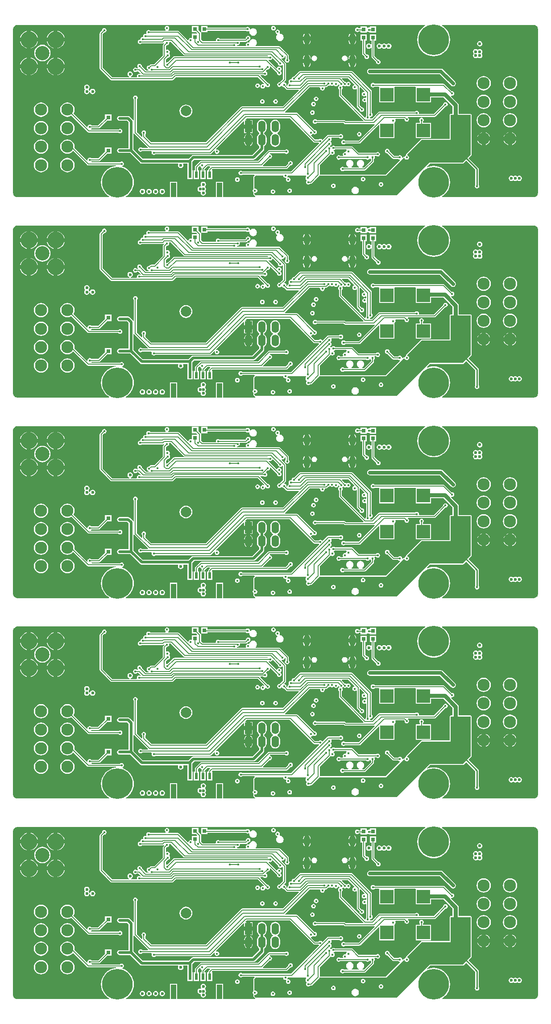
<source format=gbl>
G04*
G04 #@! TF.GenerationSoftware,Altium Limited,Altium Designer,22.1.2 (22)*
G04*
G04 Layer_Physical_Order=6*
G04 Layer_Color=16711680*
%FSLAX44Y44*%
%MOMM*%
G71*
G04*
G04 #@! TF.SameCoordinates,E043F6CF-6A60-43DD-A528-41309D8B8766*
G04*
G04*
G04 #@! TF.FilePolarity,Positive*
G04*
G01*
G75*
%ADD10C,0.1000*%
%ADD11C,0.2540*%
%ADD12C,0.1524*%
%ADD67C,0.5080*%
%ADD69C,0.6350*%
%ADD72C,2.3000*%
%ADD73O,1.2000X2.1000*%
%ADD74O,1.2000X2.3000*%
%ADD75O,1.4000X2.2000*%
%ADD76R,1.4000X2.2000*%
%ADD77C,2.0000*%
%ADD78C,3.2000*%
%ADD79C,2.7000*%
%ADD80C,5.8000*%
%ADD81C,0.4500*%
%ADD82C,0.6000*%
%ADD83R,0.8000X0.8000*%
%ADD84R,2.5000X2.5000*%
%ADD85R,0.6000X1.2500*%
%ADD86R,1.0000X2.7000*%
%ADD87C,0.7620*%
G36*
X376009Y1841009D02*
X376922Y1840398D01*
X378000Y1840184D01*
X535000D01*
X535710Y1839147D01*
X535694Y1838914D01*
X535548Y1838816D01*
X358000D01*
X356922Y1838602D01*
X356009Y1837991D01*
X345293Y1827275D01*
X345000Y1827333D01*
X343342Y1827003D01*
X343086Y1826833D01*
X341816Y1827511D01*
Y1832047D01*
X345494Y1835725D01*
X345786Y1835667D01*
X347444Y1835997D01*
X348850Y1836936D01*
X349789Y1838342D01*
X350119Y1840000D01*
X349789Y1841658D01*
X348850Y1843064D01*
X348610Y1844752D01*
X349003Y1845342D01*
X349333Y1847000D01*
X349003Y1848658D01*
X348064Y1850064D01*
X346658Y1851003D01*
X345000Y1851333D01*
X343342Y1851003D01*
X343086Y1850833D01*
X341816Y1851511D01*
Y1857834D01*
X343708Y1859725D01*
X344000Y1859667D01*
X345658Y1859997D01*
X347064Y1860936D01*
X348003Y1862342D01*
X348333Y1864000D01*
X348152Y1864914D01*
X349063Y1866184D01*
X350834D01*
X376009Y1841009D01*
D02*
G37*
G36*
X1042322Y1897655D02*
X1043771Y1897055D01*
X1045075Y1896184D01*
X1046184Y1895075D01*
X1047055Y1893771D01*
X1047655Y1892322D01*
X1047961Y1890784D01*
Y1890000D01*
Y1580000D01*
X1047961Y1579216D01*
X1047655Y1577678D01*
X1047055Y1576229D01*
X1046184Y1574925D01*
X1045075Y1573816D01*
X1043771Y1572945D01*
X1042322Y1572345D01*
X1040784Y1572039D01*
X866133D01*
X865775Y1573309D01*
X868278Y1574843D01*
X871988Y1578012D01*
X875157Y1581722D01*
X877707Y1585883D01*
X879574Y1590391D01*
X880713Y1595135D01*
X881096Y1600000D01*
X880713Y1604865D01*
X879574Y1609609D01*
X877707Y1614117D01*
X875157Y1618278D01*
X871988Y1621988D01*
X868278Y1625157D01*
X864117Y1627707D01*
X859609Y1629574D01*
X854865Y1630713D01*
X850000Y1631096D01*
X845136Y1630713D01*
X840391Y1629574D01*
X838450Y1628770D01*
X837730Y1629846D01*
X843345Y1635461D01*
X905000D01*
X905000Y1635461D01*
X905780Y1635616D01*
X906442Y1636058D01*
X906442Y1636058D01*
X911584Y1641201D01*
X929166Y1623619D01*
Y1595160D01*
X928497Y1594158D01*
X928167Y1592500D01*
X928497Y1590842D01*
X929436Y1589436D01*
X930842Y1588497D01*
X932500Y1588167D01*
X934158Y1588497D01*
X935564Y1589436D01*
X936503Y1590842D01*
X936833Y1592500D01*
X936503Y1594158D01*
X935834Y1595160D01*
Y1625000D01*
X935580Y1626276D01*
X934857Y1627357D01*
X916299Y1645916D01*
X921442Y1651058D01*
X921884Y1651720D01*
X922039Y1652500D01*
Y1727500D01*
X921884Y1728280D01*
X921442Y1728942D01*
X920780Y1729384D01*
X920000Y1729539D01*
X897924D01*
Y1746000D01*
X897473Y1748267D01*
X896189Y1750189D01*
X883523Y1762854D01*
X884149Y1764025D01*
X884894Y1763876D01*
X886552Y1764206D01*
X887958Y1765146D01*
X888897Y1766551D01*
X889227Y1768210D01*
X888897Y1769868D01*
X887958Y1771274D01*
X886552Y1772213D01*
X884894Y1772543D01*
X884267Y1772418D01*
X870694Y1785991D01*
X869780Y1786602D01*
X868703Y1786816D01*
X738230D01*
X738064Y1787064D01*
X736658Y1788003D01*
X735000Y1788333D01*
X733342Y1788003D01*
X731936Y1787064D01*
X730997Y1785658D01*
X730667Y1784000D01*
X730997Y1782342D01*
X731936Y1780936D01*
X733342Y1779997D01*
X735000Y1779667D01*
X736658Y1779997D01*
X738064Y1780936D01*
X738230Y1781184D01*
X746013D01*
X747000Y1780500D01*
X747000Y1779914D01*
Y1751500D01*
X776000D01*
Y1779914D01*
X776000Y1780500D01*
X776987Y1781184D01*
X815013D01*
X816000Y1780500D01*
X816000Y1779914D01*
Y1751500D01*
X845000D01*
Y1761076D01*
X868546D01*
X886076Y1743546D01*
Y1729539D01*
X882500D01*
X881720Y1729384D01*
X881058Y1728942D01*
X880616Y1728280D01*
X880461Y1727500D01*
Y1682039D01*
X827500D01*
X826720Y1681884D01*
X826058Y1681442D01*
X826058Y1681442D01*
X798481Y1653865D01*
X798315Y1653617D01*
X798125Y1653385D01*
X798096Y1653288D01*
X798039Y1653204D01*
X797981Y1652910D01*
X797894Y1652624D01*
X797904Y1652523D01*
X797884Y1652423D01*
X797943Y1652130D01*
X797972Y1651832D01*
X797493Y1651033D01*
X797342Y1651003D01*
X795936Y1650064D01*
X794997Y1648658D01*
X794967Y1648507D01*
X794168Y1648028D01*
X793870Y1648058D01*
X793577Y1648116D01*
X793477Y1648096D01*
X793376Y1648106D01*
X793090Y1648019D01*
X792796Y1647961D01*
X792712Y1647904D01*
X792615Y1647875D01*
X792383Y1647685D01*
X792135Y1647519D01*
X791508Y1646892D01*
X790248Y1647428D01*
X790003Y1648658D01*
X789064Y1650064D01*
X787658Y1651003D01*
X786000Y1651333D01*
X784342Y1651003D01*
X782936Y1650064D01*
X782770Y1649816D01*
X775166D01*
X766275Y1658707D01*
X766333Y1659000D01*
X766003Y1660658D01*
X765064Y1662064D01*
X763658Y1663003D01*
X762000Y1663333D01*
X760342Y1663003D01*
X758936Y1662064D01*
X757997Y1660658D01*
X757667Y1659000D01*
X757997Y1657342D01*
X758936Y1655936D01*
X760342Y1654997D01*
X762000Y1654667D01*
X762292Y1654725D01*
X772009Y1645009D01*
X772922Y1644398D01*
X774000Y1644184D01*
X782770D01*
X782936Y1643936D01*
X784342Y1642997D01*
X785572Y1642752D01*
X786108Y1641492D01*
X759155Y1614539D01*
X633816D01*
Y1631833D01*
X653991Y1652009D01*
X654059Y1652110D01*
X654818Y1652825D01*
X655687Y1652434D01*
X656342Y1651997D01*
X658000Y1651667D01*
X659658Y1651997D01*
X661064Y1652936D01*
X662003Y1654342D01*
X662333Y1656000D01*
X662003Y1657658D01*
X661064Y1659064D01*
X660465Y1659464D01*
X660733Y1660813D01*
X661658Y1660997D01*
X663064Y1661936D01*
X663230Y1662184D01*
X684326D01*
X684664Y1661563D01*
X684836Y1660914D01*
X683997Y1659658D01*
X683667Y1658000D01*
X682525Y1657229D01*
X682000Y1657333D01*
X680342Y1657003D01*
X678936Y1656064D01*
X677997Y1654658D01*
X677667Y1653000D01*
X677997Y1651342D01*
X678167Y1651086D01*
X677489Y1649816D01*
X673230D01*
X673064Y1650064D01*
X671658Y1651003D01*
X670000Y1651333D01*
X668342Y1651003D01*
X666936Y1650064D01*
X665997Y1648658D01*
X665667Y1647000D01*
X665997Y1645342D01*
X666936Y1643936D01*
X668342Y1642997D01*
X670000Y1642667D01*
X671658Y1642997D01*
X673064Y1643936D01*
X673230Y1644184D01*
X721770D01*
X721936Y1643936D01*
X723342Y1642997D01*
X725000Y1642667D01*
X726658Y1642997D01*
X728064Y1643936D01*
X728794Y1645029D01*
X729096Y1645108D01*
X729904D01*
X730206Y1645029D01*
X730936Y1643936D01*
X731184Y1643770D01*
Y1641167D01*
X717833Y1627816D01*
X714494D01*
X714241Y1629086D01*
X714818Y1629325D01*
X716270Y1630440D01*
X717385Y1631893D01*
X718086Y1633584D01*
X718325Y1635400D01*
X718086Y1637216D01*
X717385Y1638907D01*
X716270Y1640360D01*
X714818Y1641475D01*
X713126Y1642176D01*
X711310Y1642415D01*
X709494Y1642176D01*
X707803Y1641475D01*
X706350Y1640360D01*
X705235Y1638907D01*
X704534Y1637216D01*
X704295Y1635400D01*
X704534Y1633584D01*
X705235Y1631893D01*
X706350Y1630440D01*
X707803Y1629325D01*
X708379Y1629086D01*
X708126Y1627816D01*
X694174D01*
X693921Y1629086D01*
X694498Y1629325D01*
X695950Y1630440D01*
X697065Y1631893D01*
X697766Y1633584D01*
X698005Y1635400D01*
X697766Y1637216D01*
X697065Y1638907D01*
X695950Y1640360D01*
X694498Y1641475D01*
X692806Y1642176D01*
X690990Y1642415D01*
X689174Y1642176D01*
X687483Y1641475D01*
X686030Y1640360D01*
X684915Y1638907D01*
X684214Y1637216D01*
X683975Y1635400D01*
X684214Y1633584D01*
X684915Y1631893D01*
X686030Y1630440D01*
X687483Y1629325D01*
X688059Y1629086D01*
X687806Y1627816D01*
X680230D01*
X680064Y1628064D01*
X678658Y1629003D01*
X677000Y1629333D01*
X675342Y1629003D01*
X673936Y1628064D01*
X672997Y1626658D01*
X672667Y1625000D01*
X672997Y1623342D01*
X673936Y1621936D01*
X675342Y1620997D01*
X677000Y1620667D01*
X678658Y1620997D01*
X680064Y1621936D01*
X680230Y1622184D01*
X719000D01*
X720078Y1622398D01*
X720991Y1623009D01*
X735991Y1638009D01*
X736602Y1638922D01*
X736816Y1640000D01*
Y1643770D01*
X737064Y1643936D01*
X738003Y1645342D01*
X738333Y1647000D01*
X738003Y1648658D01*
X737833Y1648914D01*
X738511Y1650184D01*
X740770D01*
X740936Y1649936D01*
X742342Y1648997D01*
X744000Y1648667D01*
X745658Y1648997D01*
X747064Y1649936D01*
X748003Y1651342D01*
X748333Y1653000D01*
X748003Y1654658D01*
X747064Y1656064D01*
X745658Y1657003D01*
X744000Y1657333D01*
X742342Y1657003D01*
X740936Y1656064D01*
X740770Y1655816D01*
X708166D01*
X696991Y1666991D01*
X696078Y1667602D01*
X695000Y1667816D01*
X663230D01*
X663064Y1668064D01*
X661658Y1669003D01*
X660000Y1669333D01*
X658342Y1669003D01*
X656936Y1668064D01*
X656430Y1667306D01*
X655109Y1667072D01*
X654921Y1667160D01*
X653971Y1667794D01*
X653893Y1668096D01*
Y1668904D01*
X653971Y1669206D01*
X655064Y1669936D01*
X656003Y1671342D01*
X656333Y1673000D01*
X656003Y1674658D01*
X655064Y1676064D01*
X654614Y1676365D01*
Y1677635D01*
X655064Y1677936D01*
X656003Y1679342D01*
X656333Y1681000D01*
X656003Y1682658D01*
X655833Y1682914D01*
X656511Y1684184D01*
X670770D01*
X670936Y1683936D01*
X672342Y1682997D01*
X674000Y1682667D01*
X675658Y1682997D01*
X677064Y1683936D01*
X678003Y1685342D01*
X678333Y1687000D01*
X678003Y1688658D01*
X677064Y1690064D01*
X675658Y1691003D01*
X674000Y1691333D01*
X672342Y1691003D01*
X670936Y1690064D01*
X670770Y1689816D01*
X650000D01*
X648922Y1689602D01*
X648009Y1688991D01*
X639574Y1680557D01*
X638311Y1680681D01*
X638036Y1681092D01*
X636630Y1682031D01*
X634972Y1682361D01*
X633314Y1682031D01*
X631908Y1681092D01*
X631742Y1680844D01*
X625139D01*
X617509Y1688473D01*
X617927Y1689851D01*
X618658Y1689997D01*
X620064Y1690936D01*
X620732Y1691936D01*
X620936D01*
X622342Y1690997D01*
X624000Y1690667D01*
X625658Y1690997D01*
X627064Y1691936D01*
X628003Y1693342D01*
X628333Y1695000D01*
X628003Y1696658D01*
X627064Y1698064D01*
X625658Y1699003D01*
X624000Y1699333D01*
X623708Y1699275D01*
X591991Y1730991D01*
X591078Y1731602D01*
X590000Y1731816D01*
X568492D01*
X568097Y1732757D01*
X568069Y1733086D01*
X614884Y1779902D01*
X633750D01*
X634792Y1778632D01*
X634667Y1778000D01*
X634997Y1776342D01*
X635936Y1774936D01*
X637342Y1773997D01*
X639000Y1773667D01*
X640658Y1773997D01*
X642064Y1774936D01*
X643003Y1776342D01*
X643333Y1778000D01*
X643208Y1778632D01*
X644250Y1779902D01*
X645718D01*
X646796Y1780116D01*
X647709Y1780727D01*
X649707Y1782725D01*
X650000Y1782667D01*
X651658Y1782997D01*
X653064Y1783936D01*
X653936D01*
X655342Y1782997D01*
X657000Y1782667D01*
X658658Y1782997D01*
X659921Y1783840D01*
X660109Y1783928D01*
X661430Y1783694D01*
X661936Y1782936D01*
X663342Y1781997D01*
X665000Y1781667D01*
X666658Y1781997D01*
X668064Y1782936D01*
X669003Y1784342D01*
X669095Y1784800D01*
X669440Y1785159D01*
X670522Y1785468D01*
X670819Y1785232D01*
X670997Y1784342D01*
X671121Y1784156D01*
X670770Y1782622D01*
X669936Y1782064D01*
X668997Y1780658D01*
X668667Y1779000D01*
X668997Y1777342D01*
X669936Y1775936D01*
X670184Y1775770D01*
Y1765000D01*
X670398Y1763922D01*
X671009Y1763009D01*
X716931Y1717086D01*
X716405Y1715816D01*
X683569D01*
X682394Y1716991D01*
X681480Y1717602D01*
X680403Y1717816D01*
X628230D01*
X628064Y1718064D01*
X626658Y1719003D01*
X625000Y1719333D01*
X623342Y1719003D01*
X621936Y1718064D01*
X620997Y1716658D01*
X620667Y1715000D01*
X620997Y1713342D01*
X621936Y1711936D01*
X623342Y1710997D01*
X625000Y1710667D01*
X626658Y1710997D01*
X628064Y1711936D01*
X628230Y1712184D01*
X679236D01*
X680411Y1711009D01*
X681325Y1710398D01*
X682403Y1710184D01*
X737000D01*
X737506Y1710284D01*
X738131Y1709114D01*
X707833Y1678816D01*
X682230D01*
X682064Y1679064D01*
X680658Y1680003D01*
X679000Y1680333D01*
X677342Y1680003D01*
X675936Y1679064D01*
X674997Y1677658D01*
X674667Y1676000D01*
X674997Y1674342D01*
X675936Y1672936D01*
X677342Y1671997D01*
X679000Y1671667D01*
X680658Y1671997D01*
X682064Y1672936D01*
X682230Y1673184D01*
X709000D01*
X710078Y1673398D01*
X710991Y1674009D01*
X745827Y1708844D01*
X747000Y1708358D01*
Y1683500D01*
X776000D01*
Y1712500D01*
X776000Y1712500D01*
X776000D01*
X776227Y1713744D01*
X776514Y1713936D01*
X777453Y1715342D01*
X777783Y1717000D01*
X777453Y1718658D01*
X777283Y1718914D01*
X777961Y1720184D01*
X793833D01*
X794725Y1719292D01*
X794667Y1719000D01*
X794997Y1717342D01*
X795936Y1715936D01*
X797342Y1714997D01*
X799000Y1714667D01*
X800658Y1714997D01*
X802064Y1715936D01*
X803003Y1717342D01*
X803333Y1719000D01*
X803003Y1720658D01*
X802064Y1722064D01*
X801214Y1722632D01*
X801600Y1723902D01*
X851718D01*
X852796Y1724116D01*
X853709Y1724727D01*
X872207Y1743225D01*
X872500Y1743167D01*
X874158Y1743497D01*
X875564Y1744436D01*
X876503Y1745842D01*
X876833Y1747500D01*
X876503Y1749158D01*
X875564Y1750564D01*
X874158Y1751503D01*
X872500Y1751833D01*
X870842Y1751503D01*
X869436Y1750564D01*
X868497Y1749158D01*
X868167Y1747500D01*
X868225Y1747207D01*
X850552Y1729534D01*
X823043D01*
X822237Y1730516D01*
X822333Y1731000D01*
X822003Y1732658D01*
X821064Y1734064D01*
X819658Y1735003D01*
X818000Y1735333D01*
X816342Y1735003D01*
X814936Y1734064D01*
X814770Y1733816D01*
X747000D01*
X745922Y1733602D01*
X745009Y1732991D01*
X732833Y1720816D01*
X730063D01*
X729151Y1722086D01*
X729238Y1722523D01*
X729733Y1723267D01*
X730477Y1723762D01*
X731658Y1723997D01*
X733064Y1724936D01*
X734003Y1726342D01*
X734333Y1728000D01*
X734003Y1729658D01*
X733064Y1731064D01*
X732816Y1731230D01*
Y1772000D01*
X732602Y1773078D01*
X731991Y1773991D01*
X695991Y1809991D01*
X695078Y1810602D01*
X694000Y1810816D01*
X597000D01*
X595922Y1810602D01*
X595009Y1809991D01*
X585293Y1800275D01*
X585000Y1800333D01*
X583342Y1800003D01*
X581936Y1799064D01*
X580997Y1797658D01*
X580667Y1796000D01*
X579525Y1795229D01*
X579000Y1795333D01*
X577342Y1795003D01*
X575936Y1794064D01*
X574997Y1792658D01*
X574667Y1791000D01*
X574997Y1789342D01*
X575121Y1789156D01*
X574665Y1787552D01*
X573936Y1787064D01*
X572997Y1785658D01*
X572667Y1784000D01*
X572725Y1783708D01*
X571554Y1783083D01*
X570718Y1783919D01*
X570833Y1784500D01*
X570503Y1786158D01*
X569564Y1787564D01*
X568158Y1788503D01*
X567010Y1788732D01*
X566515Y1790033D01*
X568991Y1792509D01*
X569602Y1793422D01*
X569816Y1794500D01*
Y1824000D01*
X569602Y1825078D01*
X568991Y1825991D01*
X561266Y1833717D01*
X561891Y1834887D01*
X563000Y1834667D01*
X564658Y1834997D01*
X566064Y1835936D01*
X567003Y1837342D01*
X567232Y1838493D01*
X568487Y1839025D01*
X569184Y1838482D01*
Y1834230D01*
X568936Y1834064D01*
X567997Y1832658D01*
X567667Y1831000D01*
X567997Y1829342D01*
X568936Y1827936D01*
X570342Y1826997D01*
X572000Y1826667D01*
X573658Y1826997D01*
X575064Y1827936D01*
X576003Y1829342D01*
X576333Y1831000D01*
X576003Y1832658D01*
X575064Y1834064D01*
X574816Y1834230D01*
Y1840000D01*
X574602Y1841078D01*
X573991Y1841991D01*
X558991Y1856991D01*
X558078Y1857602D01*
X557000Y1857816D01*
X512413D01*
X511982Y1859086D01*
X512560Y1859530D01*
X513675Y1860983D01*
X514376Y1862674D01*
X514615Y1864490D01*
X514376Y1866306D01*
X513675Y1867997D01*
X512560Y1869450D01*
X511107Y1870565D01*
X509416Y1871266D01*
X507600Y1871505D01*
X505784Y1871266D01*
X504092Y1870565D01*
X502640Y1869450D01*
X501525Y1867997D01*
X500824Y1866306D01*
X500757Y1865797D01*
X500204Y1865397D01*
X499379Y1865059D01*
X498000Y1865333D01*
X496342Y1865003D01*
X494936Y1864064D01*
X493997Y1862658D01*
X493667Y1861000D01*
X493997Y1859342D01*
X494167Y1859086D01*
X493489Y1857816D01*
X477251D01*
X476569Y1858881D01*
X477175Y1859831D01*
X478000Y1859667D01*
X479658Y1859997D01*
X481064Y1860936D01*
X482003Y1862342D01*
X482333Y1864000D01*
X482151Y1864914D01*
X483063Y1866184D01*
X494000D01*
X495078Y1866398D01*
X495991Y1867009D01*
X497707Y1868725D01*
X498000Y1868667D01*
X499658Y1868997D01*
X501064Y1869936D01*
X502003Y1871342D01*
X502333Y1873000D01*
X502003Y1874658D01*
X501064Y1876064D01*
X499658Y1877003D01*
X498000Y1877333D01*
X496342Y1877003D01*
X494936Y1876064D01*
X493997Y1874658D01*
X493667Y1873000D01*
X493725Y1872708D01*
X492834Y1871816D01*
X444230D01*
X444064Y1872064D01*
X442658Y1873003D01*
X441000Y1873333D01*
X439342Y1873003D01*
X437936Y1872064D01*
X436997Y1870658D01*
X436667Y1869000D01*
X436792Y1868368D01*
X435750Y1867098D01*
X411996D01*
X408816Y1870278D01*
Y1882000D01*
X408615Y1883012D01*
X408602Y1883078D01*
X408581Y1883197D01*
X408573Y1883443D01*
X409288Y1884455D01*
X409713Y1884500D01*
X410175Y1884500D01*
X421000D01*
Y1887184D01*
X493770D01*
X493936Y1886936D01*
X495342Y1885997D01*
X497000Y1885667D01*
X498658Y1885997D01*
X499538Y1886584D01*
X500722Y1885848D01*
X500585Y1884810D01*
X500824Y1882994D01*
X501525Y1881302D01*
X502640Y1879850D01*
X504092Y1878735D01*
X505784Y1878034D01*
X507600Y1877795D01*
X509416Y1878034D01*
X511107Y1878735D01*
X512560Y1879850D01*
X513675Y1881302D01*
X514376Y1882994D01*
X514615Y1884810D01*
X514376Y1886626D01*
X513675Y1888318D01*
X512560Y1889770D01*
X511107Y1890885D01*
X509416Y1891586D01*
X507600Y1891825D01*
X505784Y1891586D01*
X504092Y1890885D01*
X502640Y1889770D01*
X502562Y1889670D01*
X501708Y1889899D01*
X501309Y1890122D01*
X501003Y1891658D01*
X500064Y1893064D01*
X498658Y1894003D01*
X497000Y1894333D01*
X495342Y1894003D01*
X493936Y1893064D01*
X493770Y1892816D01*
X421000D01*
Y1896500D01*
X409000D01*
Y1885718D01*
X409000Y1884853D01*
X408922Y1884671D01*
X408545Y1884396D01*
X407905Y1884078D01*
X403500Y1888483D01*
Y1896500D01*
X391500D01*
Y1884500D01*
X399517D01*
X401344Y1882673D01*
X400858Y1881500D01*
X391500D01*
Y1873852D01*
X390230Y1873089D01*
X389000Y1873333D01*
X387342Y1873003D01*
X385936Y1872064D01*
X384997Y1870658D01*
X384851Y1869928D01*
X383473Y1869509D01*
X366991Y1885991D01*
X366078Y1886602D01*
X365000Y1886816D01*
X346697D01*
X346521Y1887045D01*
X346803Y1888761D01*
X347064Y1888936D01*
X348003Y1890342D01*
X348333Y1892000D01*
X348003Y1893658D01*
X347064Y1895064D01*
X345658Y1896003D01*
X344000Y1896333D01*
X342342Y1896003D01*
X340936Y1895064D01*
X339997Y1893658D01*
X339667Y1892000D01*
X339997Y1890342D01*
X340936Y1888936D01*
X341197Y1888761D01*
X341479Y1887045D01*
X341303Y1886816D01*
X312230D01*
X312064Y1887064D01*
X310658Y1888003D01*
X309000Y1888333D01*
X307342Y1888003D01*
X305936Y1887064D01*
X304997Y1885658D01*
X304667Y1884000D01*
X304997Y1882342D01*
X305158Y1882100D01*
X305098Y1881968D01*
X304318Y1881071D01*
X303000Y1881333D01*
X301342Y1881003D01*
X299936Y1880064D01*
X298997Y1878658D01*
X298667Y1877000D01*
X298771Y1876475D01*
X298000Y1875333D01*
X296342Y1875003D01*
X294936Y1874064D01*
X293997Y1872658D01*
X293762Y1871477D01*
X293267Y1870733D01*
X292523Y1870238D01*
X291342Y1870003D01*
X289936Y1869064D01*
X288997Y1867658D01*
X288667Y1866000D01*
X288997Y1864342D01*
X289936Y1862936D01*
X291342Y1861997D01*
X293000Y1861667D01*
X294658Y1861997D01*
X296064Y1862936D01*
X296230Y1863184D01*
X336000D01*
X337078Y1863398D01*
X337506Y1863685D01*
X338762Y1863313D01*
X338936Y1863157D01*
X338962Y1863046D01*
X338912Y1862894D01*
X337009Y1860991D01*
X336398Y1860078D01*
X336184Y1859000D01*
Y1840166D01*
X319834Y1823816D01*
X314000D01*
X312922Y1823602D01*
X312009Y1822991D01*
X310292Y1821275D01*
X310000Y1821333D01*
X308342Y1821003D01*
X306936Y1820064D01*
X305997Y1818658D01*
X305667Y1817000D01*
X305997Y1815342D01*
X306936Y1813936D01*
X308342Y1812997D01*
X309310Y1812804D01*
X309184Y1811534D01*
X304449D01*
X296275Y1819707D01*
X296333Y1820000D01*
X296003Y1821658D01*
X295064Y1823064D01*
X293658Y1824003D01*
X292000Y1824333D01*
X290342Y1824003D01*
X288936Y1823064D01*
X287997Y1821658D01*
X287667Y1820000D01*
X287997Y1818342D01*
X288836Y1817086D01*
X288664Y1816437D01*
X288399Y1815951D01*
X287157Y1815924D01*
X287064Y1816064D01*
X285658Y1817003D01*
X284000Y1817333D01*
X282342Y1817003D01*
X280936Y1816064D01*
X279997Y1814658D01*
X279667Y1813000D01*
X279997Y1811342D01*
X280936Y1809936D01*
X282342Y1808997D01*
X284000Y1808667D01*
X285658Y1808997D01*
X287064Y1809936D01*
X287230Y1810184D01*
X289834D01*
X294085Y1805932D01*
X293685Y1804536D01*
X293442Y1804480D01*
X292658Y1805003D01*
X291000Y1805333D01*
X289342Y1805003D01*
X287936Y1804064D01*
X286997Y1802658D01*
X286667Y1801000D01*
X286849Y1800086D01*
X285937Y1798816D01*
X275050D01*
X274925Y1800086D01*
X275951Y1800290D01*
X277605Y1801395D01*
X278710Y1803049D01*
X279098Y1805000D01*
X278710Y1806951D01*
X277605Y1808605D01*
X275951Y1809710D01*
X274000Y1810098D01*
X272049Y1809710D01*
X270395Y1808605D01*
X269290Y1806951D01*
X268902Y1805000D01*
X269290Y1803049D01*
X270395Y1801395D01*
X272049Y1800290D01*
X273075Y1800086D01*
X272950Y1798816D01*
X240166D01*
X221816Y1817166D01*
Y1880834D01*
X224708Y1883725D01*
X225000Y1883667D01*
X226658Y1883997D01*
X228064Y1884936D01*
X229003Y1886342D01*
X229333Y1888000D01*
X229003Y1889658D01*
X228064Y1891064D01*
X226658Y1892003D01*
X225000Y1892333D01*
X223342Y1892003D01*
X221936Y1891064D01*
X220997Y1889658D01*
X220667Y1888000D01*
X220725Y1887708D01*
X217009Y1883991D01*
X216398Y1883078D01*
X216184Y1882000D01*
Y1816000D01*
X216398Y1814922D01*
X217009Y1814009D01*
X237009Y1794009D01*
X237922Y1793398D01*
X239000Y1793184D01*
X354000D01*
X355078Y1793398D01*
X355991Y1794009D01*
X361166Y1799184D01*
X516100D01*
X528190Y1787094D01*
X527957Y1786617D01*
X527441Y1786047D01*
X526000Y1786333D01*
X524342Y1786003D01*
X522936Y1785064D01*
X521997Y1783658D01*
X521667Y1782000D01*
X521997Y1780342D01*
X522936Y1778936D01*
X524342Y1777997D01*
X526000Y1777667D01*
X527658Y1777997D01*
X529064Y1778936D01*
X530003Y1780342D01*
X530228Y1781472D01*
X531576Y1781740D01*
X531936Y1781203D01*
X533342Y1780263D01*
X535000Y1779933D01*
X536658Y1780263D01*
X538064Y1781203D01*
X539003Y1782608D01*
X539333Y1784267D01*
X539003Y1785925D01*
X538064Y1787331D01*
X536658Y1788270D01*
X535000Y1788600D01*
X534707Y1788542D01*
X521239Y1802011D01*
X521725Y1803184D01*
X526770D01*
X526936Y1802936D01*
X528342Y1801997D01*
X530000Y1801667D01*
X531658Y1801997D01*
X533064Y1802936D01*
X534003Y1804342D01*
X534333Y1806000D01*
X534003Y1807658D01*
X533064Y1809064D01*
X532332Y1809553D01*
X532095Y1811113D01*
X534707Y1813725D01*
X535000Y1813667D01*
X536658Y1813997D01*
X538064Y1814936D01*
X539003Y1816342D01*
X539333Y1818000D01*
X539113Y1819109D01*
X540283Y1819734D01*
X552725Y1807292D01*
X552667Y1807000D01*
X552997Y1805342D01*
X553936Y1803936D01*
X555342Y1802997D01*
X557000Y1802667D01*
X558658Y1802997D01*
X560064Y1803936D01*
X561003Y1805342D01*
X561333Y1807000D01*
X561003Y1808658D01*
X560064Y1810064D01*
X559614Y1810365D01*
Y1811635D01*
X560064Y1811936D01*
X561003Y1813342D01*
X561333Y1815000D01*
X561003Y1816658D01*
X560064Y1818064D01*
X558658Y1819003D01*
X557000Y1819333D01*
X555342Y1819003D01*
X553936Y1818064D01*
X553046Y1816732D01*
X552838Y1816541D01*
X551767Y1816216D01*
X536915Y1831068D01*
X537314Y1832464D01*
X537558Y1832520D01*
X538342Y1831997D01*
X540000Y1831667D01*
X541658Y1831997D01*
X543064Y1832936D01*
X543954Y1834268D01*
X544161Y1834459D01*
X545233Y1834784D01*
X554725Y1825293D01*
X554667Y1825000D01*
X554997Y1823342D01*
X555936Y1821936D01*
X557342Y1820997D01*
X559000Y1820667D01*
X560658Y1820997D01*
X562064Y1821936D01*
X563637Y1822101D01*
X564184Y1821631D01*
Y1795667D01*
X557793Y1789275D01*
X557500Y1789333D01*
X555842Y1789003D01*
X554436Y1788064D01*
X553497Y1786658D01*
X553167Y1785000D01*
X553497Y1783342D01*
X554436Y1781936D01*
X555842Y1780997D01*
X557500Y1780667D01*
X559158Y1780997D01*
X560564Y1781936D01*
X561194Y1782879D01*
X561919Y1782858D01*
X562576Y1782722D01*
X563436Y1781436D01*
X564842Y1780497D01*
X566500Y1780167D01*
X566504Y1780168D01*
X570663Y1776009D01*
X571577Y1775398D01*
X572655Y1775184D01*
X593542D01*
X594028Y1774011D01*
X563834Y1743816D01*
X487000D01*
X485922Y1743602D01*
X485009Y1742991D01*
X417834Y1675816D01*
X314167D01*
X302816Y1687166D01*
Y1690770D01*
X303064Y1690936D01*
X304003Y1692342D01*
X304333Y1694000D01*
X304003Y1695658D01*
X303064Y1697064D01*
X301658Y1698003D01*
X300000Y1698333D01*
X298342Y1698003D01*
X296936Y1697064D01*
X295997Y1695658D01*
X295667Y1694000D01*
X295997Y1692342D01*
X296936Y1690936D01*
X297184Y1690770D01*
Y1686595D01*
X295914Y1686069D01*
X286816Y1695166D01*
X286816Y1756770D01*
X287064Y1756936D01*
X288003Y1758342D01*
X288333Y1760000D01*
X288003Y1761658D01*
X287064Y1763064D01*
X285658Y1764003D01*
X284000Y1764333D01*
X282342Y1764003D01*
X280936Y1763064D01*
X279997Y1761658D01*
X279667Y1760000D01*
X279997Y1758342D01*
X280936Y1756936D01*
X281184Y1756770D01*
X281184Y1718016D01*
X279914Y1717631D01*
X279273Y1718590D01*
X273590Y1724273D01*
X272088Y1725277D01*
X270317Y1725629D01*
X270317Y1725629D01*
X254000D01*
X252229Y1725277D01*
X250727Y1724273D01*
X249723Y1722771D01*
X249371Y1721000D01*
X249723Y1719229D01*
X250727Y1717727D01*
X252229Y1716723D01*
X254000Y1716371D01*
X268399D01*
X271371Y1713399D01*
Y1664629D01*
X254000D01*
X252229Y1664277D01*
X250727Y1663273D01*
X249723Y1661771D01*
X249371Y1660000D01*
X249723Y1658229D01*
X250727Y1656727D01*
X252229Y1655723D01*
X254000Y1655371D01*
X274083D01*
X292727Y1636727D01*
X292727Y1636727D01*
X294229Y1635723D01*
X296000Y1635371D01*
X296000Y1635371D01*
X364892D01*
X365491Y1634251D01*
X365290Y1633951D01*
X364902Y1632000D01*
X365290Y1630049D01*
X366395Y1628395D01*
X368049Y1627290D01*
X370000Y1626902D01*
X371951Y1627290D01*
X373605Y1628395D01*
X374710Y1630049D01*
X375098Y1632000D01*
X374710Y1633951D01*
X374509Y1634251D01*
X375108Y1635371D01*
X382871D01*
Y1622750D01*
X382500D01*
Y1606250D01*
X392500D01*
Y1622750D01*
X392129D01*
Y1638583D01*
X395917Y1642371D01*
X508000D01*
X508000Y1642371D01*
X509771Y1642723D01*
X511273Y1643727D01*
X527273Y1659727D01*
X527273Y1659727D01*
X528277Y1661229D01*
X528629Y1663000D01*
Y1668208D01*
X530419Y1669581D01*
X531861Y1671461D01*
X532768Y1673651D01*
X533078Y1676000D01*
Y1684000D01*
X532768Y1686349D01*
X531861Y1688539D01*
X530419Y1690419D01*
X528629Y1691792D01*
Y1693608D01*
X530419Y1694981D01*
X531861Y1696861D01*
X532768Y1699050D01*
X533078Y1701400D01*
Y1709400D01*
X532768Y1711750D01*
X531861Y1713939D01*
X530419Y1715819D01*
X528539Y1717262D01*
X526349Y1718168D01*
X524000Y1718478D01*
X521651Y1718168D01*
X519461Y1717262D01*
X517581Y1715819D01*
X516138Y1713939D01*
X515232Y1711750D01*
X514922Y1709400D01*
Y1701400D01*
X515232Y1699050D01*
X516138Y1696861D01*
X517581Y1694981D01*
X519371Y1693608D01*
Y1691792D01*
X517581Y1690419D01*
X516138Y1688539D01*
X515232Y1686349D01*
X514922Y1684000D01*
Y1676000D01*
X515232Y1673651D01*
X516138Y1671461D01*
X517581Y1669581D01*
X519371Y1668208D01*
Y1664917D01*
X506083Y1651629D01*
X394000D01*
X394000Y1651629D01*
X392229Y1651277D01*
X390727Y1650273D01*
X390727Y1650273D01*
X385083Y1644629D01*
X297917D01*
X280629Y1661917D01*
Y1691788D01*
X281899Y1692173D01*
X282009Y1692009D01*
X307931Y1666086D01*
X307405Y1664816D01*
X297230D01*
X297064Y1665064D01*
X295658Y1666003D01*
X294000Y1666333D01*
X292342Y1666003D01*
X290936Y1665064D01*
X289997Y1663658D01*
X289667Y1662000D01*
X289997Y1660342D01*
X290936Y1658936D01*
X292342Y1657997D01*
X294000Y1657667D01*
X295658Y1657997D01*
X297064Y1658936D01*
X297230Y1659184D01*
X314489D01*
X315167Y1657914D01*
X314997Y1657658D01*
X314667Y1656000D01*
X314997Y1654342D01*
X315936Y1652936D01*
X317342Y1651997D01*
X319000Y1651667D01*
X320658Y1651997D01*
X322064Y1652936D01*
X322230Y1653184D01*
X426000D01*
X427078Y1653398D01*
X427991Y1654009D01*
X433717Y1659734D01*
X434887Y1659109D01*
X434667Y1658000D01*
X434997Y1656342D01*
X435936Y1654936D01*
X437342Y1653997D01*
X439000Y1653667D01*
X440658Y1653997D01*
X442064Y1654936D01*
X443003Y1656342D01*
X443333Y1658000D01*
X443003Y1659658D01*
X442064Y1661064D01*
X440658Y1662003D01*
X439000Y1662333D01*
X437891Y1662113D01*
X437266Y1663283D01*
X489411Y1715428D01*
X490584Y1714942D01*
Y1709210D01*
X494790D01*
Y1717416D01*
X493058D01*
X492572Y1718589D01*
X495166Y1721184D01*
X576833D01*
X621981Y1676037D01*
X622894Y1675426D01*
X623972Y1675212D01*
X631742D01*
X631908Y1674964D01*
X632319Y1674689D01*
X632443Y1673426D01*
X579333Y1620316D01*
X487230D01*
X487064Y1620564D01*
X485658Y1621503D01*
X484000Y1621833D01*
X482342Y1621503D01*
X480936Y1620564D01*
X479997Y1619158D01*
X479667Y1617500D01*
X479997Y1615842D01*
X480936Y1614436D01*
X482342Y1613497D01*
X484000Y1613167D01*
X485658Y1613497D01*
X487064Y1614436D01*
X487230Y1614684D01*
X510004D01*
X510530Y1613414D01*
X508558Y1611442D01*
X508116Y1610780D01*
X507961Y1610000D01*
Y1588353D01*
X508000Y1588156D01*
X508000Y1587955D01*
X508077Y1587770D01*
X508116Y1587573D01*
X508228Y1587406D01*
X508275Y1587291D01*
X507936Y1587064D01*
X506997Y1585658D01*
X506667Y1584000D01*
X506997Y1582342D01*
X507936Y1580936D01*
X508275Y1580709D01*
X508228Y1580594D01*
X508116Y1580427D01*
X508077Y1580230D01*
X508000Y1580045D01*
X508000Y1579844D01*
X507961Y1579647D01*
Y1577500D01*
X507961Y1577500D01*
X508116Y1576720D01*
X508558Y1576058D01*
X511058Y1573558D01*
X511431Y1573309D01*
X511120Y1572039D01*
X450500D01*
Y1601000D01*
X436500D01*
Y1572039D01*
X363500D01*
Y1601000D01*
X349500D01*
Y1572039D01*
X266133D01*
X265775Y1573309D01*
X268278Y1574843D01*
X271988Y1578012D01*
X275157Y1581722D01*
X277707Y1585883D01*
X279574Y1590391D01*
X280713Y1595135D01*
X281096Y1600000D01*
X280713Y1604865D01*
X279574Y1609609D01*
X277707Y1614117D01*
X275157Y1618278D01*
X271988Y1621988D01*
X268278Y1625157D01*
X264117Y1627707D01*
X259609Y1629574D01*
X259340Y1629639D01*
X259366Y1630938D01*
X259658Y1630997D01*
X261064Y1631936D01*
X262003Y1633342D01*
X262333Y1635000D01*
X262003Y1636658D01*
X261064Y1638064D01*
X259658Y1639003D01*
X258000Y1639333D01*
X256342Y1639003D01*
X254936Y1638064D01*
X254770Y1637816D01*
X201137D01*
X200554Y1639086D01*
X201068Y1639684D01*
X215000D01*
X216078Y1639898D01*
X216991Y1640509D01*
X230483Y1654000D01*
X238500D01*
Y1666000D01*
X226500D01*
Y1657983D01*
X213834Y1645316D01*
X200730D01*
X200564Y1645564D01*
X199158Y1646503D01*
X197500Y1646833D01*
X195842Y1646503D01*
X194436Y1645564D01*
X193497Y1644158D01*
X193167Y1642500D01*
X193263Y1642015D01*
X192093Y1641390D01*
X168310Y1665172D01*
X168617Y1667500D01*
X168153Y1671024D01*
X166792Y1674308D01*
X164628Y1677128D01*
X161808Y1679292D01*
X158524Y1680652D01*
X155000Y1681116D01*
X151476Y1680652D01*
X148192Y1679292D01*
X145372Y1677128D01*
X143208Y1674308D01*
X141847Y1671024D01*
X141383Y1667500D01*
X141847Y1663976D01*
X143208Y1660692D01*
X145372Y1657872D01*
X148192Y1655708D01*
X151476Y1654348D01*
X155000Y1653884D01*
X158524Y1654348D01*
X161808Y1655708D01*
X164628Y1657872D01*
X165352Y1658815D01*
X166619Y1658898D01*
X192509Y1633009D01*
X193422Y1632398D01*
X194500Y1632184D01*
X247638D01*
X247688Y1630914D01*
X245136Y1630713D01*
X240391Y1629574D01*
X235883Y1627707D01*
X231722Y1625157D01*
X228012Y1621988D01*
X224843Y1618278D01*
X222293Y1614117D01*
X220426Y1609609D01*
X219287Y1604865D01*
X218904Y1600000D01*
X219287Y1595135D01*
X220426Y1590391D01*
X222293Y1585883D01*
X224843Y1581722D01*
X228012Y1578012D01*
X231722Y1574843D01*
X234225Y1573309D01*
X233867Y1572039D01*
X59216D01*
X57678Y1572345D01*
X56229Y1572945D01*
X54925Y1573816D01*
X53816Y1574925D01*
X52945Y1576229D01*
X52345Y1577678D01*
X52039Y1579216D01*
Y1580000D01*
Y1890000D01*
Y1890784D01*
X52345Y1892322D01*
X52945Y1893771D01*
X53816Y1895075D01*
X54925Y1896184D01*
X56229Y1897055D01*
X57678Y1897655D01*
X59216Y1897961D01*
X833867D01*
X834225Y1896691D01*
X831722Y1895157D01*
X828012Y1891988D01*
X824843Y1888278D01*
X822293Y1884117D01*
X820426Y1879609D01*
X819287Y1874865D01*
X818904Y1870000D01*
X819287Y1865136D01*
X820426Y1860391D01*
X822293Y1855883D01*
X824843Y1851722D01*
X828012Y1848012D01*
X831722Y1844843D01*
X835883Y1842293D01*
X840391Y1840426D01*
X845136Y1839287D01*
X850000Y1838904D01*
X854865Y1839287D01*
X859609Y1840426D01*
X864117Y1842293D01*
X868278Y1844843D01*
X871988Y1848012D01*
X875157Y1851722D01*
X877707Y1855883D01*
X879574Y1860391D01*
X880713Y1865136D01*
X881096Y1870000D01*
X880713Y1874865D01*
X879574Y1879609D01*
X877707Y1884117D01*
X875157Y1888278D01*
X871988Y1891988D01*
X868278Y1895157D01*
X865775Y1896691D01*
X866133Y1897961D01*
X1040784D01*
X1042322Y1897655D01*
D02*
G37*
G36*
X699491Y1785527D02*
X699073Y1784149D01*
X698342Y1784003D01*
X696936Y1783064D01*
X695997Y1781658D01*
X695667Y1780000D01*
X695997Y1778342D01*
X696936Y1776936D01*
X698342Y1775997D01*
X700000Y1775667D01*
X701658Y1775997D01*
X702914Y1776836D01*
X703563Y1776664D01*
X704184Y1776326D01*
Y1744373D01*
X704398Y1743296D01*
X705009Y1742382D01*
X709412Y1737979D01*
X709353Y1737687D01*
X709683Y1736028D01*
X710623Y1734623D01*
X712029Y1733683D01*
X713687Y1733353D01*
X715345Y1733683D01*
X716751Y1734623D01*
X717690Y1736028D01*
X718020Y1737687D01*
X717690Y1739345D01*
X716751Y1740751D01*
X715345Y1741690D01*
X713687Y1742020D01*
X713394Y1741962D01*
X709816Y1745540D01*
Y1779542D01*
X710989Y1780028D01*
X718486Y1772531D01*
X718139Y1771677D01*
X717907Y1771315D01*
X716342Y1771003D01*
X714936Y1770064D01*
X713997Y1768658D01*
X713667Y1767000D01*
X713997Y1765342D01*
X714936Y1763936D01*
X716342Y1762997D01*
X718000Y1762667D01*
X719658Y1762997D01*
X720914Y1763836D01*
X721563Y1763664D01*
X722184Y1763326D01*
Y1760511D01*
X720914Y1759833D01*
X720658Y1760003D01*
X719000Y1760333D01*
X717342Y1760003D01*
X715936Y1759064D01*
X714997Y1757658D01*
X714667Y1756000D01*
X714997Y1754342D01*
X715936Y1752936D01*
X717342Y1751997D01*
X719000Y1751667D01*
X720658Y1751997D01*
X720914Y1752167D01*
X722184Y1751489D01*
Y1726230D01*
X721936Y1726064D01*
X720997Y1724658D01*
X720685Y1723093D01*
X720323Y1722861D01*
X719469Y1722514D01*
X675816Y1766167D01*
Y1775770D01*
X676064Y1775936D01*
X677003Y1777342D01*
X677333Y1779000D01*
X677003Y1780658D01*
X676448Y1781489D01*
X676658Y1781997D01*
X678064Y1782936D01*
X678936D01*
X680342Y1781997D01*
X682000Y1781667D01*
X683658Y1781997D01*
X685000Y1782893D01*
X686342Y1781997D01*
X688000Y1781667D01*
X689658Y1781997D01*
X691064Y1782936D01*
X692003Y1784342D01*
X692333Y1786000D01*
X692003Y1787658D01*
X691064Y1789064D01*
X689658Y1790003D01*
X688000Y1790333D01*
X686342Y1790003D01*
X685000Y1789107D01*
X683658Y1790003D01*
X682000Y1790333D01*
X681708Y1790275D01*
X675972Y1796011D01*
X676458Y1797184D01*
X687833D01*
X699491Y1785527D01*
D02*
G37*
G36*
X920000Y1652500D02*
X905000Y1637500D01*
X842500D01*
X780000Y1575000D01*
X512500D01*
X510000Y1577500D01*
Y1579647D01*
X510155Y1579750D01*
X511845D01*
X513407Y1580397D01*
X514603Y1581593D01*
X515250Y1583155D01*
Y1584845D01*
X514603Y1586407D01*
X513407Y1587603D01*
X511845Y1588250D01*
X510155D01*
X510000Y1588353D01*
Y1610000D01*
X512500Y1612500D01*
X564480D01*
Y1611655D01*
X565127Y1610093D01*
X566323Y1608897D01*
X567885Y1608250D01*
X569476D01*
X569757Y1607993D01*
X570301Y1607176D01*
X569750Y1605845D01*
Y1604155D01*
X570397Y1602593D01*
X571593Y1601397D01*
X573155Y1600750D01*
X574845D01*
X576407Y1601397D01*
X577603Y1602593D01*
X578250Y1604155D01*
Y1605845D01*
X577603Y1607407D01*
X576407Y1608603D01*
X574845Y1609250D01*
X573254D01*
X572972Y1609507D01*
X572429Y1610324D01*
X572980Y1611655D01*
Y1612500D01*
X607694D01*
X608206Y1611263D01*
X608182Y1611192D01*
X607397Y1610407D01*
X606750Y1608845D01*
Y1607155D01*
X607397Y1605593D01*
X608593Y1604397D01*
X608889Y1602899D01*
X608397Y1602407D01*
X607750Y1600845D01*
Y1599155D01*
X608397Y1597593D01*
X609593Y1596397D01*
X611155Y1595750D01*
X612845D01*
X614407Y1596397D01*
X615194Y1597184D01*
X617000D01*
X618078Y1597398D01*
X618991Y1598009D01*
X632991Y1612009D01*
X633320Y1612500D01*
X760000D01*
X793577Y1646077D01*
X794955Y1645659D01*
X795397Y1644593D01*
X796593Y1643397D01*
X798155Y1642750D01*
X799845D01*
X801407Y1643397D01*
X802603Y1644593D01*
X803250Y1646155D01*
Y1647845D01*
X802603Y1649407D01*
X801407Y1650603D01*
X800341Y1651045D01*
X799923Y1652423D01*
X827500Y1680000D01*
X882500D01*
Y1727500D01*
X920000D01*
Y1652500D01*
D02*
G37*
G36*
X376009Y1461009D02*
X376922Y1460398D01*
X378000Y1460184D01*
X535000D01*
X535710Y1459147D01*
X535694Y1458914D01*
X535548Y1458816D01*
X358000D01*
X356922Y1458602D01*
X356009Y1457991D01*
X345293Y1447275D01*
X345000Y1447333D01*
X343342Y1447003D01*
X343086Y1446833D01*
X341816Y1447511D01*
Y1452047D01*
X345494Y1455725D01*
X345786Y1455667D01*
X347444Y1455997D01*
X348850Y1456936D01*
X349789Y1458342D01*
X350119Y1460000D01*
X349789Y1461658D01*
X348850Y1463064D01*
X348610Y1464752D01*
X349003Y1465342D01*
X349333Y1467000D01*
X349003Y1468658D01*
X348064Y1470064D01*
X346658Y1471003D01*
X345000Y1471333D01*
X343342Y1471003D01*
X343086Y1470833D01*
X341816Y1471511D01*
Y1477834D01*
X343708Y1479725D01*
X344000Y1479667D01*
X345658Y1479997D01*
X347064Y1480936D01*
X348003Y1482342D01*
X348333Y1484000D01*
X348152Y1484914D01*
X349063Y1486184D01*
X350834D01*
X376009Y1461009D01*
D02*
G37*
G36*
X1042322Y1517655D02*
X1043771Y1517055D01*
X1045075Y1516184D01*
X1046184Y1515075D01*
X1047055Y1513771D01*
X1047655Y1512322D01*
X1047961Y1510784D01*
Y1510000D01*
Y1200000D01*
X1047961Y1199216D01*
X1047655Y1197678D01*
X1047055Y1196229D01*
X1046184Y1194925D01*
X1045075Y1193816D01*
X1043771Y1192945D01*
X1042322Y1192345D01*
X1040784Y1192039D01*
X866133D01*
X865775Y1193309D01*
X868278Y1194843D01*
X871988Y1198012D01*
X875157Y1201722D01*
X877707Y1205883D01*
X879574Y1210391D01*
X880713Y1215135D01*
X881096Y1220000D01*
X880713Y1224865D01*
X879574Y1229609D01*
X877707Y1234117D01*
X875157Y1238278D01*
X871988Y1241988D01*
X868278Y1245157D01*
X864117Y1247707D01*
X859609Y1249574D01*
X854865Y1250713D01*
X850000Y1251096D01*
X845136Y1250713D01*
X840391Y1249574D01*
X838450Y1248770D01*
X837730Y1249846D01*
X843345Y1255461D01*
X905000D01*
X905000Y1255461D01*
X905780Y1255616D01*
X906442Y1256058D01*
X906442Y1256058D01*
X911584Y1261201D01*
X929166Y1243619D01*
Y1215160D01*
X928497Y1214158D01*
X928167Y1212500D01*
X928497Y1210842D01*
X929436Y1209436D01*
X930842Y1208497D01*
X932500Y1208167D01*
X934158Y1208497D01*
X935564Y1209436D01*
X936503Y1210842D01*
X936833Y1212500D01*
X936503Y1214158D01*
X935834Y1215160D01*
Y1245000D01*
X935580Y1246276D01*
X934857Y1247357D01*
X916299Y1265916D01*
X921442Y1271058D01*
X921884Y1271720D01*
X922039Y1272500D01*
Y1347500D01*
X921884Y1348280D01*
X921442Y1348942D01*
X920780Y1349384D01*
X920000Y1349539D01*
X897924D01*
Y1366000D01*
X897473Y1368267D01*
X896189Y1370189D01*
X883523Y1382854D01*
X884149Y1384025D01*
X884894Y1383876D01*
X886552Y1384206D01*
X887958Y1385146D01*
X888897Y1386551D01*
X889227Y1388210D01*
X888897Y1389868D01*
X887958Y1391274D01*
X886552Y1392213D01*
X884894Y1392543D01*
X884267Y1392418D01*
X870694Y1405991D01*
X869780Y1406602D01*
X868703Y1406816D01*
X738230D01*
X738064Y1407064D01*
X736658Y1408003D01*
X735000Y1408333D01*
X733342Y1408003D01*
X731936Y1407064D01*
X730997Y1405658D01*
X730667Y1404000D01*
X730997Y1402342D01*
X731936Y1400936D01*
X733342Y1399997D01*
X735000Y1399667D01*
X736658Y1399997D01*
X738064Y1400936D01*
X738230Y1401184D01*
X746013D01*
X747000Y1400500D01*
X747000Y1399914D01*
Y1371500D01*
X776000D01*
Y1399914D01*
X776000Y1400500D01*
X776987Y1401184D01*
X815013D01*
X816000Y1400500D01*
X816000Y1399914D01*
Y1371500D01*
X845000D01*
Y1381076D01*
X868546D01*
X886076Y1363546D01*
Y1349539D01*
X882500D01*
X881720Y1349384D01*
X881058Y1348942D01*
X880616Y1348280D01*
X880461Y1347500D01*
Y1302039D01*
X827500D01*
X826720Y1301884D01*
X826058Y1301442D01*
X826058Y1301442D01*
X798481Y1273865D01*
X798315Y1273617D01*
X798125Y1273385D01*
X798096Y1273288D01*
X798039Y1273204D01*
X797981Y1272910D01*
X797894Y1272624D01*
X797904Y1272523D01*
X797884Y1272423D01*
X797943Y1272130D01*
X797972Y1271832D01*
X797493Y1271033D01*
X797342Y1271003D01*
X795936Y1270064D01*
X794997Y1268658D01*
X794967Y1268507D01*
X794168Y1268028D01*
X793870Y1268057D01*
X793577Y1268116D01*
X793477Y1268096D01*
X793376Y1268106D01*
X793090Y1268019D01*
X792796Y1267961D01*
X792712Y1267904D01*
X792615Y1267875D01*
X792383Y1267685D01*
X792135Y1267519D01*
X791508Y1266892D01*
X790248Y1267428D01*
X790003Y1268658D01*
X789064Y1270064D01*
X787658Y1271003D01*
X786000Y1271333D01*
X784342Y1271003D01*
X782936Y1270064D01*
X782770Y1269816D01*
X775166D01*
X766275Y1278708D01*
X766333Y1279000D01*
X766003Y1280658D01*
X765064Y1282064D01*
X763658Y1283003D01*
X762000Y1283333D01*
X760342Y1283003D01*
X758936Y1282064D01*
X757997Y1280658D01*
X757667Y1279000D01*
X757997Y1277342D01*
X758936Y1275936D01*
X760342Y1274997D01*
X762000Y1274667D01*
X762292Y1274725D01*
X772009Y1265009D01*
X772922Y1264398D01*
X774000Y1264184D01*
X782770D01*
X782936Y1263936D01*
X784342Y1262997D01*
X785572Y1262752D01*
X786108Y1261492D01*
X759155Y1234539D01*
X633816D01*
Y1251833D01*
X653991Y1272009D01*
X654059Y1272111D01*
X654818Y1272825D01*
X655687Y1272434D01*
X656342Y1271997D01*
X658000Y1271667D01*
X659658Y1271997D01*
X661064Y1272936D01*
X662003Y1274342D01*
X662333Y1276000D01*
X662003Y1277658D01*
X661064Y1279064D01*
X660465Y1279464D01*
X660733Y1280813D01*
X661658Y1280997D01*
X663064Y1281936D01*
X663230Y1282184D01*
X684326D01*
X684664Y1281563D01*
X684836Y1280914D01*
X683997Y1279658D01*
X683667Y1278000D01*
X682525Y1277229D01*
X682000Y1277333D01*
X680342Y1277003D01*
X678936Y1276064D01*
X677997Y1274658D01*
X677667Y1273000D01*
X677997Y1271342D01*
X678167Y1271086D01*
X677489Y1269816D01*
X673230D01*
X673064Y1270064D01*
X671658Y1271003D01*
X670000Y1271333D01*
X668342Y1271003D01*
X666936Y1270064D01*
X665997Y1268658D01*
X665667Y1267000D01*
X665997Y1265342D01*
X666936Y1263936D01*
X668342Y1262997D01*
X670000Y1262667D01*
X671658Y1262997D01*
X673064Y1263936D01*
X673230Y1264184D01*
X721770D01*
X721936Y1263936D01*
X723342Y1262997D01*
X725000Y1262667D01*
X726658Y1262997D01*
X728064Y1263936D01*
X728794Y1265029D01*
X729096Y1265107D01*
X729904D01*
X730206Y1265029D01*
X730936Y1263936D01*
X731184Y1263770D01*
Y1261167D01*
X717833Y1247816D01*
X714494D01*
X714241Y1249086D01*
X714818Y1249325D01*
X716270Y1250440D01*
X717385Y1251892D01*
X718086Y1253584D01*
X718325Y1255400D01*
X718086Y1257216D01*
X717385Y1258907D01*
X716270Y1260360D01*
X714818Y1261475D01*
X713126Y1262176D01*
X711310Y1262415D01*
X709494Y1262176D01*
X707803Y1261475D01*
X706350Y1260360D01*
X705235Y1258907D01*
X704534Y1257216D01*
X704295Y1255400D01*
X704534Y1253584D01*
X705235Y1251892D01*
X706350Y1250440D01*
X707803Y1249325D01*
X708379Y1249086D01*
X708126Y1247816D01*
X694174D01*
X693921Y1249086D01*
X694498Y1249325D01*
X695950Y1250440D01*
X697065Y1251892D01*
X697766Y1253584D01*
X698005Y1255400D01*
X697766Y1257216D01*
X697065Y1258907D01*
X695950Y1260360D01*
X694498Y1261475D01*
X692806Y1262176D01*
X690990Y1262415D01*
X689174Y1262176D01*
X687483Y1261475D01*
X686030Y1260360D01*
X684915Y1258907D01*
X684214Y1257216D01*
X683975Y1255400D01*
X684214Y1253584D01*
X684915Y1251892D01*
X686030Y1250440D01*
X687483Y1249325D01*
X688059Y1249086D01*
X687806Y1247816D01*
X680230D01*
X680064Y1248064D01*
X678658Y1249003D01*
X677000Y1249333D01*
X675342Y1249003D01*
X673936Y1248064D01*
X672997Y1246658D01*
X672667Y1245000D01*
X672997Y1243342D01*
X673936Y1241936D01*
X675342Y1240997D01*
X677000Y1240667D01*
X678658Y1240997D01*
X680064Y1241936D01*
X680230Y1242184D01*
X719000D01*
X720078Y1242398D01*
X720991Y1243009D01*
X735991Y1258009D01*
X736602Y1258922D01*
X736816Y1260000D01*
Y1263770D01*
X737064Y1263936D01*
X738003Y1265342D01*
X738333Y1267000D01*
X738003Y1268658D01*
X737833Y1268914D01*
X738511Y1270184D01*
X740770D01*
X740936Y1269936D01*
X742342Y1268997D01*
X744000Y1268667D01*
X745658Y1268997D01*
X747064Y1269936D01*
X748003Y1271342D01*
X748333Y1273000D01*
X748003Y1274658D01*
X747064Y1276064D01*
X745658Y1277003D01*
X744000Y1277333D01*
X742342Y1277003D01*
X740936Y1276064D01*
X740770Y1275816D01*
X708166D01*
X696991Y1286991D01*
X696078Y1287602D01*
X695000Y1287816D01*
X663230D01*
X663064Y1288064D01*
X661658Y1289003D01*
X660000Y1289333D01*
X658342Y1289003D01*
X656936Y1288064D01*
X656430Y1287306D01*
X655109Y1287072D01*
X654921Y1287160D01*
X653971Y1287794D01*
X653893Y1288096D01*
Y1288904D01*
X653971Y1289206D01*
X655064Y1289936D01*
X656003Y1291342D01*
X656333Y1293000D01*
X656003Y1294658D01*
X655064Y1296064D01*
X654614Y1296365D01*
Y1297635D01*
X655064Y1297936D01*
X656003Y1299342D01*
X656333Y1301000D01*
X656003Y1302658D01*
X655833Y1302914D01*
X656511Y1304184D01*
X670770D01*
X670936Y1303936D01*
X672342Y1302997D01*
X674000Y1302667D01*
X675658Y1302997D01*
X677064Y1303936D01*
X678003Y1305342D01*
X678333Y1307000D01*
X678003Y1308658D01*
X677064Y1310064D01*
X675658Y1311003D01*
X674000Y1311333D01*
X672342Y1311003D01*
X670936Y1310064D01*
X670770Y1309816D01*
X650000D01*
X648922Y1309602D01*
X648009Y1308991D01*
X639574Y1300557D01*
X638311Y1300681D01*
X638036Y1301092D01*
X636630Y1302031D01*
X634972Y1302361D01*
X633314Y1302031D01*
X631908Y1301092D01*
X631742Y1300844D01*
X625139D01*
X617509Y1308473D01*
X617927Y1309851D01*
X618658Y1309997D01*
X620064Y1310936D01*
X620732Y1311936D01*
X620936D01*
X622342Y1310997D01*
X624000Y1310667D01*
X625658Y1310997D01*
X627064Y1311936D01*
X628003Y1313342D01*
X628333Y1315000D01*
X628003Y1316658D01*
X627064Y1318064D01*
X625658Y1319003D01*
X624000Y1319333D01*
X623708Y1319275D01*
X591991Y1350991D01*
X591078Y1351602D01*
X590000Y1351816D01*
X568492D01*
X568097Y1352757D01*
X568069Y1353086D01*
X614884Y1399902D01*
X633750D01*
X634792Y1398632D01*
X634667Y1398000D01*
X634997Y1396342D01*
X635936Y1394936D01*
X637342Y1393997D01*
X639000Y1393667D01*
X640658Y1393997D01*
X642064Y1394936D01*
X643003Y1396342D01*
X643333Y1398000D01*
X643208Y1398632D01*
X644250Y1399902D01*
X645718D01*
X646796Y1400116D01*
X647709Y1400727D01*
X649707Y1402725D01*
X650000Y1402667D01*
X651658Y1402997D01*
X653064Y1403936D01*
X653936D01*
X655342Y1402997D01*
X657000Y1402667D01*
X658658Y1402997D01*
X659921Y1403840D01*
X660109Y1403928D01*
X661430Y1403694D01*
X661936Y1402936D01*
X663342Y1401997D01*
X665000Y1401667D01*
X666658Y1401997D01*
X668064Y1402936D01*
X669003Y1404342D01*
X669095Y1404800D01*
X669440Y1405159D01*
X670522Y1405468D01*
X670819Y1405232D01*
X670997Y1404342D01*
X671121Y1404156D01*
X670770Y1402622D01*
X669936Y1402064D01*
X668997Y1400658D01*
X668667Y1399000D01*
X668997Y1397342D01*
X669936Y1395936D01*
X670184Y1395770D01*
Y1385000D01*
X670398Y1383922D01*
X671009Y1383009D01*
X716931Y1337086D01*
X716405Y1335816D01*
X683569D01*
X682394Y1336991D01*
X681480Y1337602D01*
X680403Y1337816D01*
X628230D01*
X628064Y1338064D01*
X626658Y1339003D01*
X625000Y1339333D01*
X623342Y1339003D01*
X621936Y1338064D01*
X620997Y1336658D01*
X620667Y1335000D01*
X620997Y1333342D01*
X621936Y1331936D01*
X623342Y1330997D01*
X625000Y1330667D01*
X626658Y1330997D01*
X628064Y1331936D01*
X628230Y1332184D01*
X679236D01*
X680411Y1331009D01*
X681325Y1330398D01*
X682403Y1330184D01*
X737000D01*
X737506Y1330284D01*
X738131Y1329114D01*
X707833Y1298816D01*
X682230D01*
X682064Y1299064D01*
X680658Y1300003D01*
X679000Y1300333D01*
X677342Y1300003D01*
X675936Y1299064D01*
X674997Y1297658D01*
X674667Y1296000D01*
X674997Y1294342D01*
X675936Y1292936D01*
X677342Y1291997D01*
X679000Y1291667D01*
X680658Y1291997D01*
X682064Y1292936D01*
X682230Y1293184D01*
X709000D01*
X710078Y1293398D01*
X710991Y1294009D01*
X745827Y1328844D01*
X747000Y1328358D01*
Y1303500D01*
X776000D01*
Y1332500D01*
X776000Y1332500D01*
X776000D01*
X776227Y1333744D01*
X776514Y1333936D01*
X777453Y1335342D01*
X777783Y1337000D01*
X777453Y1338658D01*
X777283Y1338914D01*
X777961Y1340184D01*
X793833D01*
X794725Y1339292D01*
X794667Y1339000D01*
X794997Y1337342D01*
X795936Y1335936D01*
X797342Y1334997D01*
X799000Y1334667D01*
X800658Y1334997D01*
X802064Y1335936D01*
X803003Y1337342D01*
X803333Y1339000D01*
X803003Y1340658D01*
X802064Y1342064D01*
X801214Y1342632D01*
X801600Y1343902D01*
X851718D01*
X852796Y1344116D01*
X853709Y1344727D01*
X872207Y1363225D01*
X872500Y1363167D01*
X874158Y1363497D01*
X875564Y1364436D01*
X876503Y1365842D01*
X876833Y1367500D01*
X876503Y1369158D01*
X875564Y1370564D01*
X874158Y1371503D01*
X872500Y1371833D01*
X870842Y1371503D01*
X869436Y1370564D01*
X868497Y1369158D01*
X868167Y1367500D01*
X868225Y1367207D01*
X850552Y1349534D01*
X823043D01*
X822237Y1350516D01*
X822333Y1351000D01*
X822003Y1352658D01*
X821064Y1354064D01*
X819658Y1355003D01*
X818000Y1355333D01*
X816342Y1355003D01*
X814936Y1354064D01*
X814770Y1353816D01*
X747000D01*
X745922Y1353602D01*
X745009Y1352991D01*
X732833Y1340816D01*
X730063D01*
X729151Y1342086D01*
X729238Y1342523D01*
X729733Y1343267D01*
X730477Y1343762D01*
X731658Y1343997D01*
X733064Y1344936D01*
X734003Y1346342D01*
X734333Y1348000D01*
X734003Y1349658D01*
X733064Y1351064D01*
X732816Y1351230D01*
Y1392000D01*
X732602Y1393078D01*
X731991Y1393991D01*
X695991Y1429991D01*
X695078Y1430602D01*
X694000Y1430816D01*
X597000D01*
X595922Y1430602D01*
X595009Y1429991D01*
X585293Y1420275D01*
X585000Y1420333D01*
X583342Y1420003D01*
X581936Y1419064D01*
X580997Y1417658D01*
X580667Y1416000D01*
X579525Y1415229D01*
X579000Y1415333D01*
X577342Y1415003D01*
X575936Y1414064D01*
X574997Y1412658D01*
X574667Y1411000D01*
X574997Y1409342D01*
X575121Y1409156D01*
X574665Y1407552D01*
X573936Y1407064D01*
X572997Y1405658D01*
X572667Y1404000D01*
X572725Y1403708D01*
X571554Y1403083D01*
X570718Y1403919D01*
X570833Y1404500D01*
X570503Y1406158D01*
X569564Y1407564D01*
X568158Y1408503D01*
X567010Y1408732D01*
X566515Y1410033D01*
X568991Y1412509D01*
X569602Y1413422D01*
X569816Y1414500D01*
Y1444000D01*
X569602Y1445078D01*
X568991Y1445991D01*
X561266Y1453717D01*
X561891Y1454887D01*
X563000Y1454667D01*
X564658Y1454997D01*
X566064Y1455936D01*
X567003Y1457342D01*
X567232Y1458493D01*
X568487Y1459025D01*
X569184Y1458482D01*
Y1454230D01*
X568936Y1454064D01*
X567997Y1452658D01*
X567667Y1451000D01*
X567997Y1449342D01*
X568936Y1447936D01*
X570342Y1446997D01*
X572000Y1446667D01*
X573658Y1446997D01*
X575064Y1447936D01*
X576003Y1449342D01*
X576333Y1451000D01*
X576003Y1452658D01*
X575064Y1454064D01*
X574816Y1454230D01*
Y1460000D01*
X574602Y1461078D01*
X573991Y1461991D01*
X558991Y1476991D01*
X558078Y1477602D01*
X557000Y1477816D01*
X512413D01*
X511982Y1479086D01*
X512560Y1479530D01*
X513675Y1480983D01*
X514376Y1482674D01*
X514615Y1484490D01*
X514376Y1486306D01*
X513675Y1487997D01*
X512560Y1489450D01*
X511107Y1490565D01*
X509416Y1491266D01*
X507600Y1491505D01*
X505784Y1491266D01*
X504092Y1490565D01*
X502640Y1489450D01*
X501525Y1487997D01*
X500824Y1486306D01*
X500757Y1485797D01*
X500204Y1485397D01*
X499379Y1485059D01*
X498000Y1485333D01*
X496342Y1485003D01*
X494936Y1484064D01*
X493997Y1482658D01*
X493667Y1481000D01*
X493997Y1479342D01*
X494167Y1479086D01*
X493489Y1477816D01*
X477251D01*
X476569Y1478881D01*
X477175Y1479831D01*
X478000Y1479667D01*
X479658Y1479997D01*
X481064Y1480936D01*
X482003Y1482342D01*
X482333Y1484000D01*
X482151Y1484914D01*
X483063Y1486184D01*
X494000D01*
X495078Y1486398D01*
X495991Y1487009D01*
X497707Y1488725D01*
X498000Y1488667D01*
X499658Y1488997D01*
X501064Y1489936D01*
X502003Y1491342D01*
X502333Y1493000D01*
X502003Y1494658D01*
X501064Y1496064D01*
X499658Y1497003D01*
X498000Y1497333D01*
X496342Y1497003D01*
X494936Y1496064D01*
X493997Y1494658D01*
X493667Y1493000D01*
X493725Y1492708D01*
X492834Y1491816D01*
X444230D01*
X444064Y1492064D01*
X442658Y1493003D01*
X441000Y1493333D01*
X439342Y1493003D01*
X437936Y1492064D01*
X436997Y1490658D01*
X436667Y1489000D01*
X436792Y1488368D01*
X435750Y1487098D01*
X411996D01*
X408816Y1490278D01*
Y1502000D01*
X408615Y1503012D01*
X408602Y1503078D01*
X408581Y1503197D01*
X408573Y1503443D01*
X409288Y1504455D01*
X409713Y1504500D01*
X410175Y1504500D01*
X421000D01*
Y1507184D01*
X493770D01*
X493936Y1506936D01*
X495342Y1505997D01*
X497000Y1505667D01*
X498658Y1505997D01*
X499538Y1506584D01*
X500722Y1505848D01*
X500585Y1504810D01*
X500824Y1502994D01*
X501525Y1501302D01*
X502640Y1499850D01*
X504092Y1498735D01*
X505784Y1498034D01*
X507600Y1497795D01*
X509416Y1498034D01*
X511107Y1498735D01*
X512560Y1499850D01*
X513675Y1501302D01*
X514376Y1502994D01*
X514615Y1504810D01*
X514376Y1506626D01*
X513675Y1508318D01*
X512560Y1509770D01*
X511107Y1510885D01*
X509416Y1511586D01*
X507600Y1511825D01*
X505784Y1511586D01*
X504092Y1510885D01*
X502640Y1509770D01*
X502562Y1509670D01*
X501708Y1509899D01*
X501309Y1510122D01*
X501003Y1511658D01*
X500064Y1513064D01*
X498658Y1514003D01*
X497000Y1514333D01*
X495342Y1514003D01*
X493936Y1513064D01*
X493770Y1512816D01*
X421000D01*
Y1516500D01*
X409000D01*
Y1505718D01*
X409000Y1504853D01*
X408922Y1504671D01*
X408545Y1504396D01*
X407905Y1504078D01*
X403500Y1508483D01*
Y1516500D01*
X391500D01*
Y1504500D01*
X399517D01*
X401344Y1502673D01*
X400858Y1501500D01*
X391500D01*
Y1493852D01*
X390230Y1493089D01*
X389000Y1493333D01*
X387342Y1493003D01*
X385936Y1492064D01*
X384997Y1490658D01*
X384851Y1489927D01*
X383473Y1489509D01*
X366991Y1505991D01*
X366078Y1506602D01*
X365000Y1506816D01*
X346697D01*
X346521Y1507045D01*
X346803Y1508761D01*
X347064Y1508936D01*
X348003Y1510342D01*
X348333Y1512000D01*
X348003Y1513658D01*
X347064Y1515064D01*
X345658Y1516003D01*
X344000Y1516333D01*
X342342Y1516003D01*
X340936Y1515064D01*
X339997Y1513658D01*
X339667Y1512000D01*
X339997Y1510342D01*
X340936Y1508936D01*
X341197Y1508761D01*
X341479Y1507045D01*
X341303Y1506816D01*
X312230D01*
X312064Y1507064D01*
X310658Y1508003D01*
X309000Y1508333D01*
X307342Y1508003D01*
X305936Y1507064D01*
X304997Y1505658D01*
X304667Y1504000D01*
X304997Y1502342D01*
X305158Y1502100D01*
X305098Y1501968D01*
X304318Y1501071D01*
X303000Y1501333D01*
X301342Y1501003D01*
X299936Y1500064D01*
X298997Y1498658D01*
X298667Y1497000D01*
X298771Y1496475D01*
X298000Y1495333D01*
X296342Y1495003D01*
X294936Y1494064D01*
X293997Y1492658D01*
X293762Y1491477D01*
X293267Y1490733D01*
X292523Y1490238D01*
X291342Y1490003D01*
X289936Y1489064D01*
X288997Y1487658D01*
X288667Y1486000D01*
X288997Y1484342D01*
X289936Y1482936D01*
X291342Y1481997D01*
X293000Y1481667D01*
X294658Y1481997D01*
X296064Y1482936D01*
X296230Y1483184D01*
X336000D01*
X337078Y1483398D01*
X337506Y1483685D01*
X338762Y1483313D01*
X338936Y1483157D01*
X338962Y1483046D01*
X338912Y1482894D01*
X337009Y1480991D01*
X336398Y1480078D01*
X336184Y1479000D01*
Y1460166D01*
X319834Y1443816D01*
X314000D01*
X312922Y1443602D01*
X312009Y1442991D01*
X310292Y1441275D01*
X310000Y1441333D01*
X308342Y1441003D01*
X306936Y1440064D01*
X305997Y1438658D01*
X305667Y1437000D01*
X305997Y1435342D01*
X306936Y1433936D01*
X308342Y1432997D01*
X309310Y1432804D01*
X309184Y1431534D01*
X304449D01*
X296275Y1439707D01*
X296333Y1440000D01*
X296003Y1441658D01*
X295064Y1443064D01*
X293658Y1444003D01*
X292000Y1444333D01*
X290342Y1444003D01*
X288936Y1443064D01*
X287997Y1441658D01*
X287667Y1440000D01*
X287997Y1438342D01*
X288836Y1437086D01*
X288664Y1436437D01*
X288399Y1435951D01*
X287157Y1435924D01*
X287064Y1436064D01*
X285658Y1437003D01*
X284000Y1437333D01*
X282342Y1437003D01*
X280936Y1436064D01*
X279997Y1434658D01*
X279667Y1433000D01*
X279997Y1431342D01*
X280936Y1429936D01*
X282342Y1428997D01*
X284000Y1428667D01*
X285658Y1428997D01*
X287064Y1429936D01*
X287230Y1430184D01*
X289834D01*
X294085Y1425932D01*
X293685Y1424536D01*
X293442Y1424480D01*
X292658Y1425003D01*
X291000Y1425333D01*
X289342Y1425003D01*
X287936Y1424064D01*
X286997Y1422658D01*
X286667Y1421000D01*
X286849Y1420086D01*
X285937Y1418816D01*
X275050D01*
X274925Y1420086D01*
X275951Y1420290D01*
X277605Y1421395D01*
X278710Y1423049D01*
X279098Y1425000D01*
X278710Y1426951D01*
X277605Y1428605D01*
X275951Y1429710D01*
X274000Y1430098D01*
X272049Y1429710D01*
X270395Y1428605D01*
X269290Y1426951D01*
X268902Y1425000D01*
X269290Y1423049D01*
X270395Y1421395D01*
X272049Y1420290D01*
X273075Y1420086D01*
X272950Y1418816D01*
X240166D01*
X221816Y1437166D01*
Y1500833D01*
X224708Y1503725D01*
X225000Y1503667D01*
X226658Y1503997D01*
X228064Y1504936D01*
X229003Y1506342D01*
X229333Y1508000D01*
X229003Y1509658D01*
X228064Y1511064D01*
X226658Y1512003D01*
X225000Y1512333D01*
X223342Y1512003D01*
X221936Y1511064D01*
X220997Y1509658D01*
X220667Y1508000D01*
X220725Y1507708D01*
X217009Y1503991D01*
X216398Y1503078D01*
X216184Y1502000D01*
Y1436000D01*
X216398Y1434922D01*
X217009Y1434009D01*
X237009Y1414009D01*
X237922Y1413398D01*
X239000Y1413184D01*
X354000D01*
X355078Y1413398D01*
X355991Y1414009D01*
X361166Y1419184D01*
X516100D01*
X528190Y1407094D01*
X527957Y1406617D01*
X527441Y1406047D01*
X526000Y1406333D01*
X524342Y1406003D01*
X522936Y1405064D01*
X521997Y1403658D01*
X521667Y1402000D01*
X521997Y1400342D01*
X522936Y1398936D01*
X524342Y1397997D01*
X526000Y1397667D01*
X527658Y1397997D01*
X529064Y1398936D01*
X530003Y1400342D01*
X530228Y1401472D01*
X531576Y1401740D01*
X531936Y1401203D01*
X533342Y1400263D01*
X535000Y1399933D01*
X536658Y1400263D01*
X538064Y1401203D01*
X539003Y1402608D01*
X539333Y1404267D01*
X539003Y1405925D01*
X538064Y1407331D01*
X536658Y1408270D01*
X535000Y1408600D01*
X534707Y1408542D01*
X521239Y1422011D01*
X521725Y1423184D01*
X526770D01*
X526936Y1422936D01*
X528342Y1421997D01*
X530000Y1421667D01*
X531658Y1421997D01*
X533064Y1422936D01*
X534003Y1424342D01*
X534333Y1426000D01*
X534003Y1427658D01*
X533064Y1429064D01*
X532332Y1429553D01*
X532095Y1431113D01*
X534707Y1433725D01*
X535000Y1433667D01*
X536658Y1433997D01*
X538064Y1434936D01*
X539003Y1436342D01*
X539333Y1438000D01*
X539113Y1439109D01*
X540283Y1439734D01*
X552725Y1427292D01*
X552667Y1427000D01*
X552997Y1425342D01*
X553936Y1423936D01*
X555342Y1422997D01*
X557000Y1422667D01*
X558658Y1422997D01*
X560064Y1423936D01*
X561003Y1425342D01*
X561333Y1427000D01*
X561003Y1428658D01*
X560064Y1430064D01*
X559614Y1430365D01*
Y1431635D01*
X560064Y1431936D01*
X561003Y1433342D01*
X561333Y1435000D01*
X561003Y1436658D01*
X560064Y1438064D01*
X558658Y1439003D01*
X557000Y1439333D01*
X555342Y1439003D01*
X553936Y1438064D01*
X553046Y1436732D01*
X552838Y1436541D01*
X551767Y1436216D01*
X536915Y1451068D01*
X537314Y1452464D01*
X537558Y1452520D01*
X538342Y1451997D01*
X540000Y1451667D01*
X541658Y1451997D01*
X543064Y1452936D01*
X543954Y1454268D01*
X544161Y1454459D01*
X545233Y1454784D01*
X554725Y1445293D01*
X554667Y1445000D01*
X554997Y1443342D01*
X555936Y1441936D01*
X557342Y1440997D01*
X559000Y1440667D01*
X560658Y1440997D01*
X562064Y1441936D01*
X563637Y1442101D01*
X564184Y1441631D01*
Y1415667D01*
X557793Y1409275D01*
X557500Y1409333D01*
X555842Y1409003D01*
X554436Y1408064D01*
X553497Y1406658D01*
X553167Y1405000D01*
X553497Y1403342D01*
X554436Y1401936D01*
X555842Y1400997D01*
X557500Y1400667D01*
X559158Y1400997D01*
X560564Y1401936D01*
X561194Y1402879D01*
X561919Y1402858D01*
X562576Y1402722D01*
X563436Y1401436D01*
X564842Y1400497D01*
X566500Y1400167D01*
X566504Y1400168D01*
X570663Y1396009D01*
X571577Y1395398D01*
X572655Y1395184D01*
X593542D01*
X594028Y1394011D01*
X563834Y1363816D01*
X487000D01*
X485922Y1363602D01*
X485009Y1362991D01*
X417834Y1295816D01*
X314167D01*
X302816Y1307166D01*
Y1310770D01*
X303064Y1310936D01*
X304003Y1312342D01*
X304333Y1314000D01*
X304003Y1315658D01*
X303064Y1317064D01*
X301658Y1318003D01*
X300000Y1318333D01*
X298342Y1318003D01*
X296936Y1317064D01*
X295997Y1315658D01*
X295667Y1314000D01*
X295997Y1312342D01*
X296936Y1310936D01*
X297184Y1310770D01*
Y1306595D01*
X295914Y1306069D01*
X286816Y1315166D01*
X286816Y1376770D01*
X287064Y1376936D01*
X288003Y1378342D01*
X288333Y1380000D01*
X288003Y1381658D01*
X287064Y1383064D01*
X285658Y1384003D01*
X284000Y1384333D01*
X282342Y1384003D01*
X280936Y1383064D01*
X279997Y1381658D01*
X279667Y1380000D01*
X279997Y1378342D01*
X280936Y1376936D01*
X281184Y1376770D01*
X281184Y1338016D01*
X279914Y1337631D01*
X279273Y1338590D01*
X273590Y1344273D01*
X272088Y1345277D01*
X270317Y1345629D01*
X270317Y1345629D01*
X254000D01*
X252229Y1345277D01*
X250727Y1344273D01*
X249723Y1342771D01*
X249371Y1341000D01*
X249723Y1339229D01*
X250727Y1337727D01*
X252229Y1336723D01*
X254000Y1336371D01*
X268399D01*
X271371Y1333399D01*
Y1284629D01*
X254000D01*
X252229Y1284277D01*
X250727Y1283273D01*
X249723Y1281771D01*
X249371Y1280000D01*
X249723Y1278229D01*
X250727Y1276727D01*
X252229Y1275723D01*
X254000Y1275371D01*
X274083D01*
X292727Y1256727D01*
X292727Y1256727D01*
X294229Y1255723D01*
X296000Y1255371D01*
X296000Y1255371D01*
X364892D01*
X365491Y1254251D01*
X365290Y1253951D01*
X364902Y1252000D01*
X365290Y1250049D01*
X366395Y1248395D01*
X368049Y1247290D01*
X370000Y1246902D01*
X371951Y1247290D01*
X373605Y1248395D01*
X374710Y1250049D01*
X375098Y1252000D01*
X374710Y1253951D01*
X374509Y1254251D01*
X375108Y1255371D01*
X382871D01*
Y1242750D01*
X382500D01*
Y1226250D01*
X392500D01*
Y1242750D01*
X392129D01*
Y1258583D01*
X395917Y1262371D01*
X508000D01*
X508000Y1262371D01*
X509771Y1262723D01*
X511273Y1263727D01*
X527273Y1279727D01*
X527273Y1279727D01*
X528277Y1281229D01*
X528629Y1283000D01*
Y1288208D01*
X530419Y1289581D01*
X531861Y1291461D01*
X532768Y1293651D01*
X533078Y1296000D01*
Y1304000D01*
X532768Y1306349D01*
X531861Y1308539D01*
X530419Y1310419D01*
X528629Y1311792D01*
Y1313608D01*
X530419Y1314981D01*
X531861Y1316861D01*
X532768Y1319050D01*
X533078Y1321400D01*
Y1329400D01*
X532768Y1331750D01*
X531861Y1333939D01*
X530419Y1335819D01*
X528539Y1337262D01*
X526349Y1338168D01*
X524000Y1338478D01*
X521651Y1338168D01*
X519461Y1337262D01*
X517581Y1335819D01*
X516138Y1333939D01*
X515232Y1331750D01*
X514922Y1329400D01*
Y1321400D01*
X515232Y1319050D01*
X516138Y1316861D01*
X517581Y1314981D01*
X519371Y1313608D01*
Y1311792D01*
X517581Y1310419D01*
X516138Y1308539D01*
X515232Y1306349D01*
X514922Y1304000D01*
Y1296000D01*
X515232Y1293651D01*
X516138Y1291461D01*
X517581Y1289581D01*
X519371Y1288208D01*
Y1284917D01*
X506083Y1271629D01*
X394000D01*
X394000Y1271629D01*
X392229Y1271277D01*
X390727Y1270273D01*
X390727Y1270273D01*
X385083Y1264629D01*
X297917D01*
X280629Y1281917D01*
Y1311788D01*
X281899Y1312173D01*
X282009Y1312009D01*
X307931Y1286086D01*
X307405Y1284816D01*
X297230D01*
X297064Y1285064D01*
X295658Y1286003D01*
X294000Y1286333D01*
X292342Y1286003D01*
X290936Y1285064D01*
X289997Y1283658D01*
X289667Y1282000D01*
X289997Y1280342D01*
X290936Y1278936D01*
X292342Y1277997D01*
X294000Y1277667D01*
X295658Y1277997D01*
X297064Y1278936D01*
X297230Y1279184D01*
X314489D01*
X315167Y1277914D01*
X314997Y1277658D01*
X314667Y1276000D01*
X314997Y1274342D01*
X315936Y1272936D01*
X317342Y1271997D01*
X319000Y1271667D01*
X320658Y1271997D01*
X322064Y1272936D01*
X322230Y1273184D01*
X426000D01*
X427078Y1273398D01*
X427991Y1274009D01*
X433717Y1279734D01*
X434887Y1279109D01*
X434667Y1278000D01*
X434997Y1276342D01*
X435936Y1274936D01*
X437342Y1273997D01*
X439000Y1273667D01*
X440658Y1273997D01*
X442064Y1274936D01*
X443003Y1276342D01*
X443333Y1278000D01*
X443003Y1279658D01*
X442064Y1281064D01*
X440658Y1282003D01*
X439000Y1282333D01*
X437891Y1282113D01*
X437266Y1283283D01*
X489411Y1335428D01*
X490584Y1334942D01*
Y1329210D01*
X494790D01*
Y1337416D01*
X493058D01*
X492572Y1338589D01*
X495166Y1341184D01*
X576833D01*
X621981Y1296037D01*
X622894Y1295426D01*
X623972Y1295212D01*
X631742D01*
X631908Y1294964D01*
X632319Y1294689D01*
X632443Y1293426D01*
X579333Y1240316D01*
X487230D01*
X487064Y1240564D01*
X485658Y1241503D01*
X484000Y1241833D01*
X482342Y1241503D01*
X480936Y1240564D01*
X479997Y1239158D01*
X479667Y1237500D01*
X479997Y1235842D01*
X480936Y1234436D01*
X482342Y1233497D01*
X484000Y1233167D01*
X485658Y1233497D01*
X487064Y1234436D01*
X487230Y1234684D01*
X510004D01*
X510530Y1233414D01*
X508558Y1231442D01*
X508116Y1230780D01*
X507961Y1230000D01*
Y1208353D01*
X508000Y1208156D01*
X508000Y1207955D01*
X508077Y1207770D01*
X508116Y1207573D01*
X508228Y1207406D01*
X508275Y1207291D01*
X507936Y1207064D01*
X506997Y1205658D01*
X506667Y1204000D01*
X506997Y1202342D01*
X507936Y1200936D01*
X508275Y1200709D01*
X508228Y1200594D01*
X508116Y1200427D01*
X508077Y1200230D01*
X508000Y1200045D01*
X508000Y1199844D01*
X507961Y1199647D01*
Y1197500D01*
X507961Y1197500D01*
X508116Y1196720D01*
X508558Y1196058D01*
X511058Y1193558D01*
X511431Y1193309D01*
X511120Y1192039D01*
X450500D01*
Y1221000D01*
X436500D01*
Y1192039D01*
X363500D01*
Y1221000D01*
X349500D01*
Y1192039D01*
X266133D01*
X265775Y1193309D01*
X268278Y1194843D01*
X271988Y1198012D01*
X275157Y1201722D01*
X277707Y1205883D01*
X279574Y1210391D01*
X280713Y1215135D01*
X281096Y1220000D01*
X280713Y1224865D01*
X279574Y1229609D01*
X277707Y1234117D01*
X275157Y1238278D01*
X271988Y1241988D01*
X268278Y1245157D01*
X264117Y1247707D01*
X259609Y1249574D01*
X259340Y1249639D01*
X259366Y1250938D01*
X259658Y1250997D01*
X261064Y1251936D01*
X262003Y1253342D01*
X262333Y1255000D01*
X262003Y1256658D01*
X261064Y1258064D01*
X259658Y1259003D01*
X258000Y1259333D01*
X256342Y1259003D01*
X254936Y1258064D01*
X254770Y1257816D01*
X201137D01*
X200554Y1259086D01*
X201068Y1259684D01*
X215000D01*
X216078Y1259898D01*
X216991Y1260509D01*
X230483Y1274000D01*
X238500D01*
Y1286000D01*
X226500D01*
Y1277983D01*
X213834Y1265316D01*
X200730D01*
X200564Y1265564D01*
X199158Y1266503D01*
X197500Y1266833D01*
X195842Y1266503D01*
X194436Y1265564D01*
X193497Y1264158D01*
X193167Y1262500D01*
X193263Y1262015D01*
X192093Y1261390D01*
X168310Y1285172D01*
X168617Y1287500D01*
X168153Y1291024D01*
X166792Y1294308D01*
X164628Y1297128D01*
X161808Y1299292D01*
X158524Y1300652D01*
X155000Y1301116D01*
X151476Y1300652D01*
X148192Y1299292D01*
X145372Y1297128D01*
X143208Y1294308D01*
X141847Y1291024D01*
X141383Y1287500D01*
X141847Y1283976D01*
X143208Y1280692D01*
X145372Y1277872D01*
X148192Y1275708D01*
X151476Y1274348D01*
X155000Y1273884D01*
X158524Y1274348D01*
X161808Y1275708D01*
X164628Y1277872D01*
X165352Y1278815D01*
X166619Y1278898D01*
X192509Y1253009D01*
X193422Y1252398D01*
X194500Y1252184D01*
X247638D01*
X247688Y1250914D01*
X245136Y1250713D01*
X240391Y1249574D01*
X235883Y1247707D01*
X231722Y1245157D01*
X228012Y1241988D01*
X224843Y1238278D01*
X222293Y1234117D01*
X220426Y1229609D01*
X219287Y1224865D01*
X218904Y1220000D01*
X219287Y1215135D01*
X220426Y1210391D01*
X222293Y1205883D01*
X224843Y1201722D01*
X228012Y1198012D01*
X231722Y1194843D01*
X234225Y1193309D01*
X233867Y1192039D01*
X59216D01*
X57678Y1192345D01*
X56229Y1192945D01*
X54925Y1193816D01*
X53816Y1194925D01*
X52945Y1196229D01*
X52345Y1197678D01*
X52039Y1199216D01*
Y1200000D01*
Y1510000D01*
Y1510784D01*
X52345Y1512322D01*
X52945Y1513771D01*
X53816Y1515075D01*
X54925Y1516184D01*
X56229Y1517055D01*
X57678Y1517655D01*
X59216Y1517961D01*
X833867D01*
X834225Y1516691D01*
X831722Y1515157D01*
X828012Y1511988D01*
X824843Y1508278D01*
X822293Y1504117D01*
X820426Y1499609D01*
X819287Y1494865D01*
X818904Y1490000D01*
X819287Y1485136D01*
X820426Y1480391D01*
X822293Y1475883D01*
X824843Y1471722D01*
X828012Y1468012D01*
X831722Y1464843D01*
X835883Y1462293D01*
X840391Y1460426D01*
X845136Y1459287D01*
X850000Y1458904D01*
X854865Y1459287D01*
X859609Y1460426D01*
X864117Y1462293D01*
X868278Y1464843D01*
X871988Y1468012D01*
X875157Y1471722D01*
X877707Y1475883D01*
X879574Y1480391D01*
X880713Y1485136D01*
X881096Y1490000D01*
X880713Y1494865D01*
X879574Y1499609D01*
X877707Y1504117D01*
X875157Y1508278D01*
X871988Y1511988D01*
X868278Y1515157D01*
X865775Y1516691D01*
X866133Y1517961D01*
X1040784D01*
X1042322Y1517655D01*
D02*
G37*
G36*
X699491Y1405527D02*
X699073Y1404149D01*
X698342Y1404003D01*
X696936Y1403064D01*
X695997Y1401658D01*
X695667Y1400000D01*
X695997Y1398342D01*
X696936Y1396936D01*
X698342Y1395997D01*
X700000Y1395667D01*
X701658Y1395997D01*
X702914Y1396836D01*
X703563Y1396664D01*
X704184Y1396326D01*
Y1364373D01*
X704398Y1363296D01*
X705009Y1362382D01*
X709412Y1357979D01*
X709353Y1357687D01*
X709683Y1356028D01*
X710623Y1354623D01*
X712029Y1353683D01*
X713687Y1353353D01*
X715345Y1353683D01*
X716751Y1354623D01*
X717690Y1356028D01*
X718020Y1357687D01*
X717690Y1359345D01*
X716751Y1360751D01*
X715345Y1361690D01*
X713687Y1362020D01*
X713394Y1361962D01*
X709816Y1365540D01*
Y1399542D01*
X710989Y1400028D01*
X718486Y1392531D01*
X718139Y1391677D01*
X717907Y1391315D01*
X716342Y1391003D01*
X714936Y1390064D01*
X713997Y1388658D01*
X713667Y1387000D01*
X713997Y1385342D01*
X714936Y1383936D01*
X716342Y1382997D01*
X718000Y1382667D01*
X719658Y1382997D01*
X720914Y1383836D01*
X721563Y1383664D01*
X722184Y1383326D01*
Y1380511D01*
X720914Y1379833D01*
X720658Y1380003D01*
X719000Y1380333D01*
X717342Y1380003D01*
X715936Y1379064D01*
X714997Y1377658D01*
X714667Y1376000D01*
X714997Y1374342D01*
X715936Y1372936D01*
X717342Y1371997D01*
X719000Y1371667D01*
X720658Y1371997D01*
X720914Y1372167D01*
X722184Y1371489D01*
Y1346230D01*
X721936Y1346064D01*
X720997Y1344658D01*
X720685Y1343093D01*
X720323Y1342861D01*
X719469Y1342514D01*
X675816Y1386167D01*
Y1395770D01*
X676064Y1395936D01*
X677003Y1397342D01*
X677333Y1399000D01*
X677003Y1400658D01*
X676448Y1401489D01*
X676658Y1401997D01*
X678064Y1402936D01*
X678936D01*
X680342Y1401997D01*
X682000Y1401667D01*
X683658Y1401997D01*
X685000Y1402893D01*
X686342Y1401997D01*
X688000Y1401667D01*
X689658Y1401997D01*
X691064Y1402936D01*
X692003Y1404342D01*
X692333Y1406000D01*
X692003Y1407658D01*
X691064Y1409064D01*
X689658Y1410003D01*
X688000Y1410333D01*
X686342Y1410003D01*
X685000Y1409107D01*
X683658Y1410003D01*
X682000Y1410333D01*
X681708Y1410275D01*
X675972Y1416011D01*
X676458Y1417184D01*
X687833D01*
X699491Y1405527D01*
D02*
G37*
G36*
X920000Y1272500D02*
X905000Y1257500D01*
X842500D01*
X780000Y1195000D01*
X512500D01*
X510000Y1197500D01*
Y1199647D01*
X510155Y1199750D01*
X511845D01*
X513407Y1200397D01*
X514603Y1201593D01*
X515250Y1203155D01*
Y1204845D01*
X514603Y1206407D01*
X513407Y1207603D01*
X511845Y1208250D01*
X510155D01*
X510000Y1208353D01*
Y1230000D01*
X512500Y1232500D01*
X564480D01*
Y1231655D01*
X565127Y1230093D01*
X566323Y1228897D01*
X567885Y1228250D01*
X569476D01*
X569757Y1227992D01*
X570301Y1227176D01*
X569750Y1225845D01*
Y1224155D01*
X570397Y1222593D01*
X571593Y1221397D01*
X573155Y1220750D01*
X574845D01*
X576407Y1221397D01*
X577603Y1222593D01*
X578250Y1224155D01*
Y1225845D01*
X577603Y1227407D01*
X576407Y1228603D01*
X574845Y1229250D01*
X573254D01*
X572972Y1229508D01*
X572429Y1230324D01*
X572980Y1231655D01*
Y1232500D01*
X607694D01*
X608206Y1231263D01*
X608182Y1231192D01*
X607397Y1230407D01*
X606750Y1228845D01*
Y1227155D01*
X607397Y1225593D01*
X608593Y1224397D01*
X608889Y1222899D01*
X608397Y1222407D01*
X607750Y1220845D01*
Y1219155D01*
X608397Y1217593D01*
X609593Y1216397D01*
X611155Y1215750D01*
X612845D01*
X614407Y1216397D01*
X615194Y1217184D01*
X617000D01*
X618078Y1217398D01*
X618991Y1218009D01*
X632991Y1232009D01*
X633320Y1232500D01*
X760000D01*
X793577Y1266077D01*
X794955Y1265659D01*
X795397Y1264593D01*
X796593Y1263397D01*
X798155Y1262750D01*
X799845D01*
X801407Y1263397D01*
X802603Y1264593D01*
X803250Y1266155D01*
Y1267845D01*
X802603Y1269407D01*
X801407Y1270603D01*
X800341Y1271045D01*
X799923Y1272423D01*
X827500Y1300000D01*
X882500D01*
Y1347500D01*
X920000D01*
Y1272500D01*
D02*
G37*
G36*
X376009Y1081009D02*
X376922Y1080398D01*
X378000Y1080184D01*
X535000D01*
X535710Y1079147D01*
X535694Y1078914D01*
X535548Y1078816D01*
X358000D01*
X356922Y1078602D01*
X356009Y1077991D01*
X345293Y1067275D01*
X345000Y1067333D01*
X343342Y1067003D01*
X343086Y1066833D01*
X341816Y1067511D01*
Y1072048D01*
X345494Y1075725D01*
X345786Y1075667D01*
X347444Y1075997D01*
X348850Y1076936D01*
X349789Y1078342D01*
X350119Y1080000D01*
X349789Y1081658D01*
X348850Y1083064D01*
X348610Y1084752D01*
X349003Y1085342D01*
X349333Y1087000D01*
X349003Y1088658D01*
X348064Y1090064D01*
X346658Y1091003D01*
X345000Y1091333D01*
X343342Y1091003D01*
X343086Y1090833D01*
X341816Y1091511D01*
Y1097833D01*
X343708Y1099725D01*
X344000Y1099667D01*
X345658Y1099997D01*
X347064Y1100936D01*
X348003Y1102342D01*
X348333Y1104000D01*
X348152Y1104914D01*
X349063Y1106184D01*
X350834D01*
X376009Y1081009D01*
D02*
G37*
G36*
X1042322Y1137655D02*
X1043771Y1137055D01*
X1045075Y1136184D01*
X1046184Y1135075D01*
X1047055Y1133771D01*
X1047655Y1132322D01*
X1047961Y1130784D01*
Y1130000D01*
Y820000D01*
X1047961Y819216D01*
X1047655Y817678D01*
X1047055Y816229D01*
X1046184Y814925D01*
X1045075Y813816D01*
X1043771Y812945D01*
X1042322Y812345D01*
X1040784Y812039D01*
X866133D01*
X865775Y813309D01*
X868278Y814843D01*
X871988Y818012D01*
X875157Y821722D01*
X877707Y825883D01*
X879574Y830391D01*
X880713Y835135D01*
X881096Y840000D01*
X880713Y844865D01*
X879574Y849609D01*
X877707Y854117D01*
X875157Y858278D01*
X871988Y861988D01*
X868278Y865157D01*
X864117Y867707D01*
X859609Y869574D01*
X854865Y870713D01*
X850000Y871096D01*
X845136Y870713D01*
X840391Y869574D01*
X838450Y868770D01*
X837730Y869846D01*
X843345Y875461D01*
X905000D01*
X905000Y875461D01*
X905780Y875616D01*
X906442Y876058D01*
X906442Y876058D01*
X911584Y881200D01*
X929166Y863619D01*
Y835160D01*
X928497Y834158D01*
X928167Y832500D01*
X928497Y830842D01*
X929436Y829436D01*
X930842Y828497D01*
X932500Y828167D01*
X934158Y828497D01*
X935564Y829436D01*
X936503Y830842D01*
X936833Y832500D01*
X936503Y834158D01*
X935834Y835160D01*
Y865000D01*
X935580Y866276D01*
X934857Y867357D01*
X916299Y885916D01*
X921442Y891058D01*
X921884Y891720D01*
X922039Y892500D01*
Y967500D01*
X921884Y968280D01*
X921442Y968942D01*
X920780Y969384D01*
X920000Y969539D01*
X897924D01*
Y986000D01*
X897473Y988267D01*
X896189Y990189D01*
X883523Y1002854D01*
X884149Y1004025D01*
X884894Y1003876D01*
X886552Y1004206D01*
X887958Y1005145D01*
X888897Y1006551D01*
X889227Y1008210D01*
X888897Y1009868D01*
X887958Y1011274D01*
X886552Y1012213D01*
X884894Y1012543D01*
X884267Y1012418D01*
X870694Y1025991D01*
X869780Y1026602D01*
X868703Y1026816D01*
X738230D01*
X738064Y1027064D01*
X736658Y1028003D01*
X735000Y1028333D01*
X733342Y1028003D01*
X731936Y1027064D01*
X730997Y1025658D01*
X730667Y1024000D01*
X730997Y1022342D01*
X731936Y1020936D01*
X733342Y1019997D01*
X735000Y1019667D01*
X736658Y1019997D01*
X738064Y1020936D01*
X738230Y1021184D01*
X746013D01*
X747000Y1020500D01*
X747000Y1019914D01*
Y991500D01*
X776000D01*
Y1019914D01*
X776000Y1020500D01*
X776987Y1021184D01*
X815013D01*
X816000Y1020500D01*
X816000Y1019914D01*
Y991500D01*
X845000D01*
Y1001076D01*
X868546D01*
X886076Y983546D01*
Y969539D01*
X882500D01*
X881720Y969384D01*
X881058Y968942D01*
X880616Y968280D01*
X880461Y967500D01*
Y922039D01*
X827500D01*
X826720Y921884D01*
X826058Y921442D01*
X826058Y921442D01*
X798481Y893865D01*
X798315Y893617D01*
X798125Y893385D01*
X798096Y893288D01*
X798039Y893204D01*
X797981Y892910D01*
X797894Y892624D01*
X797904Y892523D01*
X797884Y892423D01*
X797943Y892130D01*
X797972Y891832D01*
X797493Y891033D01*
X797342Y891003D01*
X795936Y890064D01*
X794997Y888658D01*
X794967Y888507D01*
X794168Y888028D01*
X793870Y888057D01*
X793577Y888116D01*
X793477Y888096D01*
X793376Y888106D01*
X793090Y888019D01*
X792796Y887961D01*
X792712Y887904D01*
X792615Y887875D01*
X792383Y887685D01*
X792135Y887519D01*
X791508Y886892D01*
X790248Y887428D01*
X790003Y888658D01*
X789064Y890064D01*
X787658Y891003D01*
X786000Y891333D01*
X784342Y891003D01*
X782936Y890064D01*
X782770Y889816D01*
X775166D01*
X766275Y898708D01*
X766333Y899000D01*
X766003Y900658D01*
X765064Y902064D01*
X763658Y903003D01*
X762000Y903333D01*
X760342Y903003D01*
X758936Y902064D01*
X757997Y900658D01*
X757667Y899000D01*
X757997Y897342D01*
X758936Y895936D01*
X760342Y894997D01*
X762000Y894667D01*
X762292Y894725D01*
X772009Y885009D01*
X772922Y884398D01*
X774000Y884184D01*
X782770D01*
X782936Y883936D01*
X784342Y882997D01*
X785572Y882752D01*
X786108Y881492D01*
X759155Y854539D01*
X633816D01*
Y871833D01*
X653991Y892009D01*
X654059Y892111D01*
X654818Y892825D01*
X655687Y892434D01*
X656342Y891997D01*
X658000Y891667D01*
X659658Y891997D01*
X661064Y892936D01*
X662003Y894342D01*
X662333Y896000D01*
X662003Y897658D01*
X661064Y899064D01*
X660465Y899464D01*
X660733Y900813D01*
X661658Y900997D01*
X663064Y901936D01*
X663230Y902184D01*
X684326D01*
X684664Y901563D01*
X684836Y900914D01*
X683997Y899658D01*
X683667Y898000D01*
X682525Y897229D01*
X682000Y897333D01*
X680342Y897003D01*
X678936Y896064D01*
X677997Y894658D01*
X677667Y893000D01*
X677997Y891342D01*
X678167Y891086D01*
X677489Y889816D01*
X673230D01*
X673064Y890064D01*
X671658Y891003D01*
X670000Y891333D01*
X668342Y891003D01*
X666936Y890064D01*
X665997Y888658D01*
X665667Y887000D01*
X665997Y885342D01*
X666936Y883936D01*
X668342Y882997D01*
X670000Y882667D01*
X671658Y882997D01*
X673064Y883936D01*
X673230Y884184D01*
X721770D01*
X721936Y883936D01*
X723342Y882997D01*
X725000Y882667D01*
X726658Y882997D01*
X728064Y883936D01*
X728794Y885029D01*
X729096Y885107D01*
X729904D01*
X730206Y885029D01*
X730936Y883936D01*
X731184Y883770D01*
Y881167D01*
X717833Y867816D01*
X714494D01*
X714241Y869086D01*
X714818Y869325D01*
X716270Y870440D01*
X717385Y871892D01*
X718086Y873584D01*
X718325Y875400D01*
X718086Y877216D01*
X717385Y878907D01*
X716270Y880360D01*
X714818Y881475D01*
X713126Y882176D01*
X711310Y882415D01*
X709494Y882176D01*
X707803Y881475D01*
X706350Y880360D01*
X705235Y878907D01*
X704534Y877216D01*
X704295Y875400D01*
X704534Y873584D01*
X705235Y871892D01*
X706350Y870440D01*
X707803Y869325D01*
X708379Y869086D01*
X708126Y867816D01*
X694174D01*
X693921Y869086D01*
X694498Y869325D01*
X695950Y870440D01*
X697065Y871892D01*
X697766Y873584D01*
X698005Y875400D01*
X697766Y877216D01*
X697065Y878907D01*
X695950Y880360D01*
X694498Y881475D01*
X692806Y882176D01*
X690990Y882415D01*
X689174Y882176D01*
X687483Y881475D01*
X686030Y880360D01*
X684915Y878907D01*
X684214Y877216D01*
X683975Y875400D01*
X684214Y873584D01*
X684915Y871892D01*
X686030Y870440D01*
X687483Y869325D01*
X688059Y869086D01*
X687806Y867816D01*
X680230D01*
X680064Y868064D01*
X678658Y869003D01*
X677000Y869333D01*
X675342Y869003D01*
X673936Y868064D01*
X672997Y866658D01*
X672667Y865000D01*
X672997Y863342D01*
X673936Y861936D01*
X675342Y860997D01*
X677000Y860667D01*
X678658Y860997D01*
X680064Y861936D01*
X680230Y862184D01*
X719000D01*
X720078Y862398D01*
X720991Y863009D01*
X735991Y878009D01*
X736602Y878922D01*
X736816Y880000D01*
Y883770D01*
X737064Y883936D01*
X738003Y885342D01*
X738333Y887000D01*
X738003Y888658D01*
X737833Y888914D01*
X738511Y890184D01*
X740770D01*
X740936Y889936D01*
X742342Y888997D01*
X744000Y888667D01*
X745658Y888997D01*
X747064Y889936D01*
X748003Y891342D01*
X748333Y893000D01*
X748003Y894658D01*
X747064Y896064D01*
X745658Y897003D01*
X744000Y897333D01*
X742342Y897003D01*
X740936Y896064D01*
X740770Y895816D01*
X708166D01*
X696991Y906991D01*
X696078Y907602D01*
X695000Y907816D01*
X663230D01*
X663064Y908064D01*
X661658Y909003D01*
X660000Y909333D01*
X658342Y909003D01*
X656936Y908064D01*
X656430Y907306D01*
X655109Y907072D01*
X654921Y907160D01*
X653971Y907794D01*
X653893Y908096D01*
Y908904D01*
X653971Y909206D01*
X655064Y909936D01*
X656003Y911342D01*
X656333Y913000D01*
X656003Y914658D01*
X655064Y916064D01*
X654614Y916365D01*
Y917635D01*
X655064Y917936D01*
X656003Y919342D01*
X656333Y921000D01*
X656003Y922658D01*
X655833Y922914D01*
X656511Y924184D01*
X670770D01*
X670936Y923936D01*
X672342Y922997D01*
X674000Y922667D01*
X675658Y922997D01*
X677064Y923936D01*
X678003Y925342D01*
X678333Y927000D01*
X678003Y928658D01*
X677064Y930064D01*
X675658Y931003D01*
X674000Y931333D01*
X672342Y931003D01*
X670936Y930064D01*
X670770Y929816D01*
X650000D01*
X648922Y929602D01*
X648009Y928991D01*
X639574Y920557D01*
X638311Y920681D01*
X638036Y921092D01*
X636630Y922031D01*
X634972Y922361D01*
X633314Y922031D01*
X631908Y921092D01*
X631742Y920844D01*
X625139D01*
X617509Y928473D01*
X617927Y929851D01*
X618658Y929997D01*
X620064Y930936D01*
X620732Y931936D01*
X620936D01*
X622342Y930997D01*
X624000Y930667D01*
X625658Y930997D01*
X627064Y931936D01*
X628003Y933342D01*
X628333Y935000D01*
X628003Y936658D01*
X627064Y938064D01*
X625658Y939003D01*
X624000Y939333D01*
X623708Y939275D01*
X591991Y970991D01*
X591078Y971602D01*
X590000Y971816D01*
X568492D01*
X568097Y972757D01*
X568069Y973086D01*
X614884Y1019902D01*
X633750D01*
X634792Y1018632D01*
X634667Y1018000D01*
X634997Y1016342D01*
X635936Y1014936D01*
X637342Y1013997D01*
X639000Y1013667D01*
X640658Y1013997D01*
X642064Y1014936D01*
X643003Y1016342D01*
X643333Y1018000D01*
X643208Y1018632D01*
X644250Y1019902D01*
X645718D01*
X646796Y1020116D01*
X647709Y1020727D01*
X649707Y1022725D01*
X650000Y1022667D01*
X651658Y1022997D01*
X653064Y1023936D01*
X653936D01*
X655342Y1022997D01*
X657000Y1022667D01*
X658658Y1022997D01*
X659921Y1023840D01*
X660109Y1023928D01*
X661430Y1023694D01*
X661936Y1022936D01*
X663342Y1021997D01*
X665000Y1021667D01*
X666658Y1021997D01*
X668064Y1022936D01*
X669003Y1024342D01*
X669095Y1024800D01*
X669440Y1025159D01*
X670522Y1025468D01*
X670819Y1025232D01*
X670997Y1024342D01*
X671121Y1024156D01*
X670770Y1022622D01*
X669936Y1022064D01*
X668997Y1020658D01*
X668667Y1019000D01*
X668997Y1017342D01*
X669936Y1015936D01*
X670184Y1015770D01*
Y1005000D01*
X670398Y1003922D01*
X671009Y1003009D01*
X716931Y957086D01*
X716405Y955816D01*
X683569D01*
X682394Y956991D01*
X681480Y957602D01*
X680403Y957816D01*
X628230D01*
X628064Y958064D01*
X626658Y959003D01*
X625000Y959333D01*
X623342Y959003D01*
X621936Y958064D01*
X620997Y956658D01*
X620667Y955000D01*
X620997Y953342D01*
X621936Y951936D01*
X623342Y950997D01*
X625000Y950667D01*
X626658Y950997D01*
X628064Y951936D01*
X628230Y952184D01*
X679236D01*
X680411Y951009D01*
X681325Y950398D01*
X682403Y950184D01*
X737000D01*
X737506Y950285D01*
X738131Y949114D01*
X707833Y918816D01*
X682230D01*
X682064Y919064D01*
X680658Y920003D01*
X679000Y920333D01*
X677342Y920003D01*
X675936Y919064D01*
X674997Y917658D01*
X674667Y916000D01*
X674997Y914342D01*
X675936Y912936D01*
X677342Y911997D01*
X679000Y911667D01*
X680658Y911997D01*
X682064Y912936D01*
X682230Y913184D01*
X709000D01*
X710078Y913398D01*
X710991Y914009D01*
X745827Y948844D01*
X747000Y948358D01*
Y923500D01*
X776000D01*
Y952500D01*
X776000Y952500D01*
X776000D01*
X776227Y953744D01*
X776514Y953936D01*
X777453Y955342D01*
X777783Y957000D01*
X777453Y958658D01*
X777283Y958914D01*
X777961Y960184D01*
X793833D01*
X794725Y959293D01*
X794667Y959000D01*
X794997Y957342D01*
X795936Y955936D01*
X797342Y954997D01*
X799000Y954667D01*
X800658Y954997D01*
X802064Y955936D01*
X803003Y957342D01*
X803333Y959000D01*
X803003Y960658D01*
X802064Y962064D01*
X801214Y962632D01*
X801600Y963902D01*
X851718D01*
X852796Y964116D01*
X853709Y964727D01*
X872207Y983225D01*
X872500Y983167D01*
X874158Y983497D01*
X875564Y984436D01*
X876503Y985842D01*
X876833Y987500D01*
X876503Y989158D01*
X875564Y990564D01*
X874158Y991503D01*
X872500Y991833D01*
X870842Y991503D01*
X869436Y990564D01*
X868497Y989158D01*
X868167Y987500D01*
X868225Y987207D01*
X850552Y969534D01*
X823043D01*
X822237Y970516D01*
X822333Y971000D01*
X822003Y972658D01*
X821064Y974064D01*
X819658Y975003D01*
X818000Y975333D01*
X816342Y975003D01*
X814936Y974064D01*
X814770Y973816D01*
X747000D01*
X745922Y973602D01*
X745009Y972991D01*
X732833Y960816D01*
X730063D01*
X729151Y962086D01*
X729238Y962523D01*
X729733Y963267D01*
X730477Y963762D01*
X731658Y963997D01*
X733064Y964936D01*
X734003Y966342D01*
X734333Y968000D01*
X734003Y969658D01*
X733064Y971064D01*
X732816Y971230D01*
Y1012000D01*
X732602Y1013078D01*
X731991Y1013991D01*
X695991Y1049991D01*
X695078Y1050602D01*
X694000Y1050816D01*
X597000D01*
X595922Y1050602D01*
X595009Y1049991D01*
X585293Y1040275D01*
X585000Y1040333D01*
X583342Y1040003D01*
X581936Y1039064D01*
X580997Y1037658D01*
X580667Y1036000D01*
X579525Y1035229D01*
X579000Y1035333D01*
X577342Y1035003D01*
X575936Y1034064D01*
X574997Y1032658D01*
X574667Y1031000D01*
X574997Y1029342D01*
X575121Y1029156D01*
X574665Y1027551D01*
X573936Y1027064D01*
X572997Y1025658D01*
X572667Y1024000D01*
X572725Y1023708D01*
X571554Y1023083D01*
X570718Y1023919D01*
X570833Y1024500D01*
X570503Y1026158D01*
X569564Y1027564D01*
X568158Y1028503D01*
X567010Y1028732D01*
X566515Y1030033D01*
X568991Y1032509D01*
X569602Y1033422D01*
X569816Y1034500D01*
Y1064000D01*
X569602Y1065078D01*
X568991Y1065991D01*
X561266Y1073717D01*
X561891Y1074887D01*
X563000Y1074667D01*
X564658Y1074997D01*
X566064Y1075936D01*
X567003Y1077342D01*
X567232Y1078493D01*
X568487Y1079025D01*
X569184Y1078482D01*
Y1074230D01*
X568936Y1074064D01*
X567997Y1072658D01*
X567667Y1071000D01*
X567997Y1069342D01*
X568936Y1067936D01*
X570342Y1066997D01*
X572000Y1066667D01*
X573658Y1066997D01*
X575064Y1067936D01*
X576003Y1069342D01*
X576333Y1071000D01*
X576003Y1072658D01*
X575064Y1074064D01*
X574816Y1074230D01*
Y1080000D01*
X574602Y1081078D01*
X573991Y1081991D01*
X558991Y1096991D01*
X558078Y1097602D01*
X557000Y1097816D01*
X512413D01*
X511982Y1099086D01*
X512560Y1099530D01*
X513675Y1100983D01*
X514376Y1102674D01*
X514615Y1104490D01*
X514376Y1106306D01*
X513675Y1107998D01*
X512560Y1109450D01*
X511107Y1110565D01*
X509416Y1111266D01*
X507600Y1111505D01*
X505784Y1111266D01*
X504092Y1110565D01*
X502640Y1109450D01*
X501525Y1107998D01*
X500824Y1106306D01*
X500757Y1105797D01*
X500204Y1105397D01*
X499379Y1105059D01*
X498000Y1105333D01*
X496342Y1105003D01*
X494936Y1104064D01*
X493997Y1102658D01*
X493667Y1101000D01*
X493997Y1099342D01*
X494167Y1099086D01*
X493489Y1097816D01*
X477251D01*
X476569Y1098881D01*
X477175Y1099831D01*
X478000Y1099667D01*
X479658Y1099997D01*
X481064Y1100936D01*
X482003Y1102342D01*
X482333Y1104000D01*
X482151Y1104914D01*
X483063Y1106184D01*
X494000D01*
X495078Y1106398D01*
X495991Y1107009D01*
X497707Y1108725D01*
X498000Y1108667D01*
X499658Y1108997D01*
X501064Y1109936D01*
X502003Y1111342D01*
X502333Y1113000D01*
X502003Y1114658D01*
X501064Y1116064D01*
X499658Y1117003D01*
X498000Y1117333D01*
X496342Y1117003D01*
X494936Y1116064D01*
X493997Y1114658D01*
X493667Y1113000D01*
X493725Y1112708D01*
X492834Y1111816D01*
X444230D01*
X444064Y1112064D01*
X442658Y1113003D01*
X441000Y1113333D01*
X439342Y1113003D01*
X437936Y1112064D01*
X436997Y1110658D01*
X436667Y1109000D01*
X436792Y1108368D01*
X435750Y1107098D01*
X411996D01*
X408816Y1110278D01*
Y1122000D01*
X408615Y1123012D01*
X408602Y1123078D01*
X408581Y1123197D01*
X408573Y1123443D01*
X409288Y1124455D01*
X409713Y1124500D01*
X410175Y1124500D01*
X421000D01*
Y1127184D01*
X493770D01*
X493936Y1126936D01*
X495342Y1125997D01*
X497000Y1125667D01*
X498658Y1125997D01*
X499538Y1126584D01*
X500722Y1125848D01*
X500585Y1124810D01*
X500824Y1122994D01*
X501525Y1121302D01*
X502640Y1119850D01*
X504092Y1118735D01*
X505784Y1118034D01*
X507600Y1117795D01*
X509416Y1118034D01*
X511107Y1118735D01*
X512560Y1119850D01*
X513675Y1121302D01*
X514376Y1122994D01*
X514615Y1124810D01*
X514376Y1126626D01*
X513675Y1128317D01*
X512560Y1129770D01*
X511107Y1130885D01*
X509416Y1131586D01*
X507600Y1131825D01*
X505784Y1131586D01*
X504092Y1130885D01*
X502640Y1129770D01*
X502562Y1129670D01*
X501708Y1129899D01*
X501309Y1130122D01*
X501003Y1131658D01*
X500064Y1133064D01*
X498658Y1134003D01*
X497000Y1134333D01*
X495342Y1134003D01*
X493936Y1133064D01*
X493770Y1132816D01*
X421000D01*
Y1136500D01*
X409000D01*
Y1125718D01*
X409000Y1124853D01*
X408922Y1124671D01*
X408545Y1124396D01*
X407905Y1124078D01*
X403500Y1128483D01*
Y1136500D01*
X391500D01*
Y1124500D01*
X399517D01*
X401344Y1122673D01*
X400858Y1121500D01*
X391500D01*
Y1113852D01*
X390230Y1113089D01*
X389000Y1113333D01*
X387342Y1113003D01*
X385936Y1112064D01*
X384997Y1110658D01*
X384851Y1109927D01*
X383473Y1109509D01*
X366991Y1125991D01*
X366078Y1126602D01*
X365000Y1126816D01*
X346697D01*
X346521Y1127045D01*
X346803Y1128761D01*
X347064Y1128936D01*
X348003Y1130342D01*
X348333Y1132000D01*
X348003Y1133658D01*
X347064Y1135064D01*
X345658Y1136003D01*
X344000Y1136333D01*
X342342Y1136003D01*
X340936Y1135064D01*
X339997Y1133658D01*
X339667Y1132000D01*
X339997Y1130342D01*
X340936Y1128936D01*
X341197Y1128761D01*
X341479Y1127045D01*
X341303Y1126816D01*
X312230D01*
X312064Y1127064D01*
X310658Y1128003D01*
X309000Y1128333D01*
X307342Y1128003D01*
X305936Y1127064D01*
X304997Y1125658D01*
X304667Y1124000D01*
X304997Y1122342D01*
X305158Y1122100D01*
X305098Y1121968D01*
X304318Y1121071D01*
X303000Y1121333D01*
X301342Y1121003D01*
X299936Y1120064D01*
X298997Y1118658D01*
X298667Y1117000D01*
X298771Y1116475D01*
X298000Y1115333D01*
X296342Y1115003D01*
X294936Y1114064D01*
X293997Y1112658D01*
X293762Y1111477D01*
X293267Y1110733D01*
X292523Y1110238D01*
X291342Y1110003D01*
X289936Y1109064D01*
X288997Y1107658D01*
X288667Y1106000D01*
X288997Y1104342D01*
X289936Y1102936D01*
X291342Y1101997D01*
X293000Y1101667D01*
X294658Y1101997D01*
X296064Y1102936D01*
X296230Y1103184D01*
X336000D01*
X337078Y1103398D01*
X337506Y1103685D01*
X338762Y1103313D01*
X338936Y1103157D01*
X338962Y1103046D01*
X338912Y1102894D01*
X337009Y1100991D01*
X336398Y1100078D01*
X336184Y1099000D01*
Y1080166D01*
X319834Y1063816D01*
X314000D01*
X312922Y1063602D01*
X312009Y1062991D01*
X310292Y1061275D01*
X310000Y1061333D01*
X308342Y1061003D01*
X306936Y1060064D01*
X305997Y1058658D01*
X305667Y1057000D01*
X305997Y1055342D01*
X306936Y1053936D01*
X308342Y1052997D01*
X309310Y1052804D01*
X309184Y1051534D01*
X304449D01*
X296275Y1059707D01*
X296333Y1060000D01*
X296003Y1061658D01*
X295064Y1063064D01*
X293658Y1064003D01*
X292000Y1064333D01*
X290342Y1064003D01*
X288936Y1063064D01*
X287997Y1061658D01*
X287667Y1060000D01*
X287997Y1058342D01*
X288836Y1057086D01*
X288664Y1056437D01*
X288399Y1055951D01*
X287157Y1055924D01*
X287064Y1056064D01*
X285658Y1057003D01*
X284000Y1057333D01*
X282342Y1057003D01*
X280936Y1056064D01*
X279997Y1054658D01*
X279667Y1053000D01*
X279997Y1051342D01*
X280936Y1049936D01*
X282342Y1048997D01*
X284000Y1048667D01*
X285658Y1048997D01*
X287064Y1049936D01*
X287230Y1050184D01*
X289834D01*
X294085Y1045932D01*
X293685Y1044536D01*
X293442Y1044480D01*
X292658Y1045003D01*
X291000Y1045333D01*
X289342Y1045003D01*
X287936Y1044064D01*
X286997Y1042658D01*
X286667Y1041000D01*
X286849Y1040086D01*
X285937Y1038816D01*
X275050D01*
X274925Y1040086D01*
X275951Y1040290D01*
X277605Y1041395D01*
X278710Y1043049D01*
X279098Y1045000D01*
X278710Y1046951D01*
X277605Y1048605D01*
X275951Y1049710D01*
X274000Y1050098D01*
X272049Y1049710D01*
X270395Y1048605D01*
X269290Y1046951D01*
X268902Y1045000D01*
X269290Y1043049D01*
X270395Y1041395D01*
X272049Y1040290D01*
X273075Y1040086D01*
X272950Y1038816D01*
X240166D01*
X221816Y1057167D01*
Y1120834D01*
X224708Y1123725D01*
X225000Y1123667D01*
X226658Y1123997D01*
X228064Y1124936D01*
X229003Y1126342D01*
X229333Y1128000D01*
X229003Y1129658D01*
X228064Y1131064D01*
X226658Y1132003D01*
X225000Y1132333D01*
X223342Y1132003D01*
X221936Y1131064D01*
X220997Y1129658D01*
X220667Y1128000D01*
X220725Y1127708D01*
X217009Y1123991D01*
X216398Y1123078D01*
X216184Y1122000D01*
Y1056000D01*
X216398Y1054922D01*
X217009Y1054009D01*
X237009Y1034009D01*
X237922Y1033398D01*
X239000Y1033184D01*
X354000D01*
X355078Y1033398D01*
X355991Y1034009D01*
X361166Y1039184D01*
X516100D01*
X528190Y1027094D01*
X527957Y1026617D01*
X527441Y1026047D01*
X526000Y1026333D01*
X524342Y1026003D01*
X522936Y1025064D01*
X521997Y1023658D01*
X521667Y1022000D01*
X521997Y1020342D01*
X522936Y1018936D01*
X524342Y1017997D01*
X526000Y1017667D01*
X527658Y1017997D01*
X529064Y1018936D01*
X530003Y1020342D01*
X530228Y1021472D01*
X531576Y1021740D01*
X531936Y1021202D01*
X533342Y1020263D01*
X535000Y1019933D01*
X536658Y1020263D01*
X538064Y1021202D01*
X539003Y1022608D01*
X539333Y1024267D01*
X539003Y1025925D01*
X538064Y1027331D01*
X536658Y1028270D01*
X535000Y1028600D01*
X534707Y1028542D01*
X521239Y1042011D01*
X521725Y1043184D01*
X526770D01*
X526936Y1042936D01*
X528342Y1041997D01*
X530000Y1041667D01*
X531658Y1041997D01*
X533064Y1042936D01*
X534003Y1044342D01*
X534333Y1046000D01*
X534003Y1047658D01*
X533064Y1049064D01*
X532332Y1049553D01*
X532095Y1051113D01*
X534707Y1053725D01*
X535000Y1053667D01*
X536658Y1053997D01*
X538064Y1054936D01*
X539003Y1056342D01*
X539333Y1058000D01*
X539113Y1059109D01*
X540283Y1059734D01*
X552725Y1047292D01*
X552667Y1047000D01*
X552997Y1045342D01*
X553936Y1043936D01*
X555342Y1042997D01*
X557000Y1042667D01*
X558658Y1042997D01*
X560064Y1043936D01*
X561003Y1045342D01*
X561333Y1047000D01*
X561003Y1048658D01*
X560064Y1050064D01*
X559614Y1050365D01*
Y1051635D01*
X560064Y1051936D01*
X561003Y1053342D01*
X561333Y1055000D01*
X561003Y1056658D01*
X560064Y1058064D01*
X558658Y1059003D01*
X557000Y1059333D01*
X555342Y1059003D01*
X553936Y1058064D01*
X553046Y1056732D01*
X552838Y1056541D01*
X551767Y1056216D01*
X536915Y1071068D01*
X537314Y1072464D01*
X537558Y1072520D01*
X538342Y1071997D01*
X540000Y1071667D01*
X541658Y1071997D01*
X543064Y1072936D01*
X543954Y1074268D01*
X544161Y1074459D01*
X545233Y1074784D01*
X554725Y1065293D01*
X554667Y1065000D01*
X554997Y1063342D01*
X555936Y1061936D01*
X557342Y1060997D01*
X559000Y1060667D01*
X560658Y1060997D01*
X562064Y1061936D01*
X563637Y1062101D01*
X564184Y1061631D01*
Y1035667D01*
X557793Y1029275D01*
X557500Y1029333D01*
X555842Y1029003D01*
X554436Y1028064D01*
X553497Y1026658D01*
X553167Y1025000D01*
X553497Y1023342D01*
X554436Y1021936D01*
X555842Y1020997D01*
X557500Y1020667D01*
X559158Y1020997D01*
X560564Y1021936D01*
X561194Y1022879D01*
X561919Y1022858D01*
X562576Y1022722D01*
X563436Y1021436D01*
X564842Y1020497D01*
X566500Y1020167D01*
X566504Y1020168D01*
X570663Y1016009D01*
X571577Y1015398D01*
X572655Y1015184D01*
X593542D01*
X594028Y1014011D01*
X563834Y983816D01*
X487000D01*
X485922Y983602D01*
X485009Y982991D01*
X417834Y915816D01*
X314167D01*
X302816Y927167D01*
Y930770D01*
X303064Y930936D01*
X304003Y932342D01*
X304333Y934000D01*
X304003Y935658D01*
X303064Y937064D01*
X301658Y938003D01*
X300000Y938333D01*
X298342Y938003D01*
X296936Y937064D01*
X295997Y935658D01*
X295667Y934000D01*
X295997Y932342D01*
X296936Y930936D01*
X297184Y930770D01*
Y926595D01*
X295914Y926069D01*
X286816Y935166D01*
X286816Y996770D01*
X287064Y996936D01*
X288003Y998342D01*
X288333Y1000000D01*
X288003Y1001658D01*
X287064Y1003064D01*
X285658Y1004003D01*
X284000Y1004333D01*
X282342Y1004003D01*
X280936Y1003064D01*
X279997Y1001658D01*
X279667Y1000000D01*
X279997Y998342D01*
X280936Y996936D01*
X281184Y996770D01*
X281184Y958016D01*
X279914Y957631D01*
X279273Y958590D01*
X273590Y964273D01*
X272088Y965277D01*
X270317Y965629D01*
X270317Y965629D01*
X254000D01*
X252229Y965277D01*
X250727Y964273D01*
X249723Y962771D01*
X249371Y961000D01*
X249723Y959229D01*
X250727Y957727D01*
X252229Y956723D01*
X254000Y956371D01*
X268399D01*
X271371Y953399D01*
Y904629D01*
X254000D01*
X252229Y904277D01*
X250727Y903273D01*
X249723Y901771D01*
X249371Y900000D01*
X249723Y898229D01*
X250727Y896727D01*
X252229Y895723D01*
X254000Y895371D01*
X274083D01*
X292727Y876727D01*
X292727Y876727D01*
X294229Y875723D01*
X296000Y875371D01*
X296000Y875371D01*
X364892D01*
X365491Y874251D01*
X365290Y873951D01*
X364902Y872000D01*
X365290Y870049D01*
X366395Y868395D01*
X368049Y867290D01*
X370000Y866902D01*
X371951Y867290D01*
X373605Y868395D01*
X374710Y870049D01*
X375098Y872000D01*
X374710Y873951D01*
X374509Y874251D01*
X375108Y875371D01*
X382871D01*
Y862750D01*
X382500D01*
Y846250D01*
X392500D01*
Y862750D01*
X392129D01*
Y878583D01*
X395917Y882371D01*
X508000D01*
X508000Y882371D01*
X509771Y882723D01*
X511273Y883727D01*
X527273Y899727D01*
X527273Y899727D01*
X528277Y901229D01*
X528629Y903000D01*
Y908208D01*
X530419Y909581D01*
X531861Y911461D01*
X532768Y913651D01*
X533078Y916000D01*
Y924000D01*
X532768Y926349D01*
X531861Y928539D01*
X530419Y930419D01*
X528629Y931792D01*
Y933608D01*
X530419Y934981D01*
X531861Y936861D01*
X532768Y939051D01*
X533078Y941400D01*
Y949400D01*
X532768Y951749D01*
X531861Y953939D01*
X530419Y955819D01*
X528539Y957262D01*
X526349Y958168D01*
X524000Y958478D01*
X521651Y958168D01*
X519461Y957262D01*
X517581Y955819D01*
X516138Y953939D01*
X515232Y951749D01*
X514922Y949400D01*
Y941400D01*
X515232Y939051D01*
X516138Y936861D01*
X517581Y934981D01*
X519371Y933608D01*
Y931792D01*
X517581Y930419D01*
X516138Y928539D01*
X515232Y926349D01*
X514922Y924000D01*
Y916000D01*
X515232Y913651D01*
X516138Y911461D01*
X517581Y909581D01*
X519371Y908208D01*
Y904917D01*
X506083Y891629D01*
X394000D01*
X394000Y891629D01*
X392229Y891277D01*
X390727Y890273D01*
X390727Y890273D01*
X385083Y884629D01*
X297917D01*
X280629Y901917D01*
Y931788D01*
X281899Y932173D01*
X282009Y932009D01*
X307931Y906086D01*
X307405Y904816D01*
X297230D01*
X297064Y905064D01*
X295658Y906003D01*
X294000Y906333D01*
X292342Y906003D01*
X290936Y905064D01*
X289997Y903658D01*
X289667Y902000D01*
X289997Y900342D01*
X290936Y898936D01*
X292342Y897997D01*
X294000Y897667D01*
X295658Y897997D01*
X297064Y898936D01*
X297230Y899184D01*
X314489D01*
X315167Y897914D01*
X314997Y897658D01*
X314667Y896000D01*
X314997Y894342D01*
X315936Y892936D01*
X317342Y891997D01*
X319000Y891667D01*
X320658Y891997D01*
X322064Y892936D01*
X322230Y893184D01*
X426000D01*
X427078Y893398D01*
X427991Y894009D01*
X433717Y899734D01*
X434887Y899109D01*
X434667Y898000D01*
X434997Y896342D01*
X435936Y894936D01*
X437342Y893997D01*
X439000Y893667D01*
X440658Y893997D01*
X442064Y894936D01*
X443003Y896342D01*
X443333Y898000D01*
X443003Y899658D01*
X442064Y901064D01*
X440658Y902003D01*
X439000Y902333D01*
X437891Y902113D01*
X437266Y903283D01*
X489411Y955428D01*
X490584Y954942D01*
Y949210D01*
X494790D01*
Y957416D01*
X493058D01*
X492572Y958589D01*
X495166Y961184D01*
X576833D01*
X621981Y916037D01*
X622894Y915426D01*
X623972Y915212D01*
X631742D01*
X631908Y914964D01*
X632319Y914689D01*
X632443Y913426D01*
X579333Y860316D01*
X487230D01*
X487064Y860564D01*
X485658Y861503D01*
X484000Y861833D01*
X482342Y861503D01*
X480936Y860564D01*
X479997Y859158D01*
X479667Y857500D01*
X479997Y855842D01*
X480936Y854436D01*
X482342Y853497D01*
X484000Y853167D01*
X485658Y853497D01*
X487064Y854436D01*
X487230Y854684D01*
X510004D01*
X510530Y853414D01*
X508558Y851442D01*
X508116Y850780D01*
X507961Y850000D01*
Y828353D01*
X508000Y828156D01*
X508000Y827955D01*
X508077Y827770D01*
X508116Y827573D01*
X508228Y827406D01*
X508275Y827291D01*
X507936Y827064D01*
X506997Y825658D01*
X506667Y824000D01*
X506997Y822342D01*
X507936Y820936D01*
X508275Y820709D01*
X508228Y820594D01*
X508116Y820427D01*
X508077Y820230D01*
X508000Y820045D01*
X508000Y819844D01*
X507961Y819647D01*
Y817500D01*
X507961Y817500D01*
X508116Y816720D01*
X508558Y816058D01*
X511058Y813558D01*
X511431Y813309D01*
X511120Y812039D01*
X450500D01*
Y841000D01*
X436500D01*
Y812039D01*
X363500D01*
Y841000D01*
X349500D01*
Y812039D01*
X266133D01*
X265775Y813309D01*
X268278Y814843D01*
X271988Y818012D01*
X275157Y821722D01*
X277707Y825883D01*
X279574Y830391D01*
X280713Y835135D01*
X281096Y840000D01*
X280713Y844865D01*
X279574Y849609D01*
X277707Y854117D01*
X275157Y858278D01*
X271988Y861988D01*
X268278Y865157D01*
X264117Y867707D01*
X259609Y869574D01*
X259340Y869639D01*
X259366Y870938D01*
X259658Y870997D01*
X261064Y871936D01*
X262003Y873342D01*
X262333Y875000D01*
X262003Y876658D01*
X261064Y878064D01*
X259658Y879003D01*
X258000Y879333D01*
X256342Y879003D01*
X254936Y878064D01*
X254770Y877816D01*
X201137D01*
X200554Y879086D01*
X201068Y879684D01*
X215000D01*
X216078Y879898D01*
X216991Y880509D01*
X230483Y894000D01*
X238500D01*
Y906000D01*
X226500D01*
Y897983D01*
X213834Y885316D01*
X200730D01*
X200564Y885564D01*
X199158Y886503D01*
X197500Y886833D01*
X195842Y886503D01*
X194436Y885564D01*
X193497Y884158D01*
X193167Y882500D01*
X193263Y882015D01*
X192093Y881390D01*
X168310Y905173D01*
X168617Y907500D01*
X168153Y911024D01*
X166792Y914308D01*
X164628Y917128D01*
X161808Y919292D01*
X158524Y920652D01*
X155000Y921116D01*
X151476Y920652D01*
X148192Y919292D01*
X145372Y917128D01*
X143208Y914308D01*
X141847Y911024D01*
X141383Y907500D01*
X141847Y903976D01*
X143208Y900692D01*
X145372Y897872D01*
X148192Y895708D01*
X151476Y894348D01*
X155000Y893884D01*
X158524Y894348D01*
X161808Y895708D01*
X164628Y897872D01*
X165352Y898815D01*
X166619Y898898D01*
X192509Y873009D01*
X193422Y872398D01*
X194500Y872184D01*
X247638D01*
X247688Y870914D01*
X245136Y870713D01*
X240391Y869574D01*
X235883Y867707D01*
X231722Y865157D01*
X228012Y861988D01*
X224843Y858278D01*
X222293Y854117D01*
X220426Y849609D01*
X219287Y844865D01*
X218904Y840000D01*
X219287Y835135D01*
X220426Y830391D01*
X222293Y825883D01*
X224843Y821722D01*
X228012Y818012D01*
X231722Y814843D01*
X234225Y813309D01*
X233867Y812039D01*
X59216D01*
X57678Y812345D01*
X56229Y812945D01*
X54925Y813816D01*
X53816Y814925D01*
X52945Y816229D01*
X52345Y817678D01*
X52039Y819216D01*
Y820000D01*
Y1130000D01*
Y1130784D01*
X52345Y1132322D01*
X52945Y1133771D01*
X53816Y1135075D01*
X54925Y1136184D01*
X56229Y1137055D01*
X57678Y1137655D01*
X59216Y1137961D01*
X833867D01*
X834225Y1136691D01*
X831722Y1135157D01*
X828012Y1131988D01*
X824843Y1128278D01*
X822293Y1124117D01*
X820426Y1119609D01*
X819287Y1114865D01*
X818904Y1110000D01*
X819287Y1105136D01*
X820426Y1100391D01*
X822293Y1095883D01*
X824843Y1091722D01*
X828012Y1088012D01*
X831722Y1084843D01*
X835883Y1082293D01*
X840391Y1080426D01*
X845136Y1079287D01*
X850000Y1078904D01*
X854865Y1079287D01*
X859609Y1080426D01*
X864117Y1082293D01*
X868278Y1084843D01*
X871988Y1088012D01*
X875157Y1091722D01*
X877707Y1095883D01*
X879574Y1100391D01*
X880713Y1105136D01*
X881096Y1110000D01*
X880713Y1114865D01*
X879574Y1119609D01*
X877707Y1124117D01*
X875157Y1128278D01*
X871988Y1131988D01*
X868278Y1135157D01*
X865775Y1136691D01*
X866133Y1137961D01*
X1040784D01*
X1042322Y1137655D01*
D02*
G37*
G36*
X699491Y1025527D02*
X699073Y1024149D01*
X698342Y1024003D01*
X696936Y1023064D01*
X695997Y1021658D01*
X695667Y1020000D01*
X695997Y1018342D01*
X696936Y1016936D01*
X698342Y1015997D01*
X700000Y1015667D01*
X701658Y1015997D01*
X702914Y1016836D01*
X703563Y1016664D01*
X704184Y1016326D01*
Y984373D01*
X704398Y983296D01*
X705009Y982382D01*
X709412Y977979D01*
X709353Y977687D01*
X709683Y976029D01*
X710623Y974623D01*
X712029Y973683D01*
X713687Y973354D01*
X715345Y973683D01*
X716751Y974623D01*
X717690Y976029D01*
X718020Y977687D01*
X717690Y979345D01*
X716751Y980751D01*
X715345Y981690D01*
X713687Y982020D01*
X713394Y981962D01*
X709816Y985540D01*
Y1019542D01*
X710989Y1020028D01*
X718486Y1012532D01*
X718139Y1011677D01*
X717907Y1011315D01*
X716342Y1011003D01*
X714936Y1010064D01*
X713997Y1008658D01*
X713667Y1007000D01*
X713997Y1005342D01*
X714936Y1003936D01*
X716342Y1002997D01*
X718000Y1002667D01*
X719658Y1002997D01*
X720914Y1003836D01*
X721563Y1003664D01*
X722184Y1003326D01*
Y1000511D01*
X720914Y999833D01*
X720658Y1000003D01*
X719000Y1000333D01*
X717342Y1000003D01*
X715936Y999064D01*
X714997Y997658D01*
X714667Y996000D01*
X714997Y994342D01*
X715936Y992936D01*
X717342Y991997D01*
X719000Y991667D01*
X720658Y991997D01*
X720914Y992167D01*
X722184Y991489D01*
Y966230D01*
X721936Y966064D01*
X720997Y964658D01*
X720685Y963093D01*
X720323Y962860D01*
X719469Y962514D01*
X675816Y1006167D01*
Y1015770D01*
X676064Y1015936D01*
X677003Y1017342D01*
X677333Y1019000D01*
X677003Y1020658D01*
X676448Y1021489D01*
X676658Y1021997D01*
X678064Y1022936D01*
X678936D01*
X680342Y1021997D01*
X682000Y1021667D01*
X683658Y1021997D01*
X685000Y1022893D01*
X686342Y1021997D01*
X688000Y1021667D01*
X689658Y1021997D01*
X691064Y1022936D01*
X692003Y1024342D01*
X692333Y1026000D01*
X692003Y1027658D01*
X691064Y1029064D01*
X689658Y1030003D01*
X688000Y1030333D01*
X686342Y1030003D01*
X685000Y1029107D01*
X683658Y1030003D01*
X682000Y1030333D01*
X681708Y1030275D01*
X675972Y1036011D01*
X676458Y1037184D01*
X687833D01*
X699491Y1025527D01*
D02*
G37*
G36*
X920000Y892500D02*
X905000Y877500D01*
X842500D01*
X780000Y815000D01*
X512500D01*
X510000Y817500D01*
Y819647D01*
X510155Y819750D01*
X511845D01*
X513407Y820397D01*
X514603Y821593D01*
X515250Y823155D01*
Y824845D01*
X514603Y826407D01*
X513407Y827603D01*
X511845Y828250D01*
X510155D01*
X510000Y828353D01*
Y850000D01*
X512500Y852500D01*
X564480D01*
Y851655D01*
X565127Y850093D01*
X566323Y848897D01*
X567885Y848250D01*
X569476D01*
X569757Y847992D01*
X570301Y847176D01*
X569750Y845845D01*
Y844155D01*
X570397Y842593D01*
X571593Y841397D01*
X573155Y840750D01*
X574845D01*
X576407Y841397D01*
X577603Y842593D01*
X578250Y844155D01*
Y845845D01*
X577603Y847407D01*
X576407Y848603D01*
X574845Y849250D01*
X573254D01*
X572972Y849508D01*
X572429Y850324D01*
X572980Y851655D01*
Y852500D01*
X607694D01*
X608206Y851263D01*
X608182Y851192D01*
X607397Y850407D01*
X606750Y848845D01*
Y847155D01*
X607397Y845593D01*
X608593Y844397D01*
X608889Y842899D01*
X608397Y842407D01*
X607750Y840845D01*
Y839155D01*
X608397Y837593D01*
X609593Y836397D01*
X611155Y835750D01*
X612845D01*
X614407Y836397D01*
X615194Y837184D01*
X617000D01*
X618078Y837398D01*
X618991Y838009D01*
X632991Y852009D01*
X633320Y852500D01*
X760000D01*
X793577Y886077D01*
X794955Y885659D01*
X795397Y884593D01*
X796593Y883397D01*
X798155Y882750D01*
X799845D01*
X801407Y883397D01*
X802603Y884593D01*
X803250Y886155D01*
Y887845D01*
X802603Y889407D01*
X801407Y890603D01*
X800341Y891045D01*
X799923Y892423D01*
X827500Y920000D01*
X882500D01*
Y967500D01*
X920000D01*
Y892500D01*
D02*
G37*
G36*
X376009Y701009D02*
X376922Y700398D01*
X378000Y700184D01*
X535000D01*
X535710Y699147D01*
X535694Y698914D01*
X535548Y698816D01*
X358000D01*
X356922Y698602D01*
X356009Y697991D01*
X345293Y687275D01*
X345000Y687333D01*
X343342Y687003D01*
X343086Y686833D01*
X341816Y687511D01*
Y692048D01*
X345494Y695725D01*
X345786Y695667D01*
X347444Y695997D01*
X348850Y696936D01*
X349789Y698342D01*
X350119Y700000D01*
X349789Y701658D01*
X348850Y703064D01*
X348610Y704752D01*
X349003Y705342D01*
X349333Y707000D01*
X349003Y708658D01*
X348064Y710064D01*
X346658Y711003D01*
X345000Y711333D01*
X343342Y711003D01*
X343086Y710833D01*
X341816Y711511D01*
Y717833D01*
X343708Y719725D01*
X344000Y719667D01*
X345658Y719997D01*
X347064Y720936D01*
X348003Y722342D01*
X348333Y724000D01*
X348152Y724914D01*
X349063Y726184D01*
X350834D01*
X376009Y701009D01*
D02*
G37*
G36*
X1042322Y757655D02*
X1043771Y757055D01*
X1045075Y756184D01*
X1046184Y755075D01*
X1047055Y753771D01*
X1047655Y752322D01*
X1047961Y750784D01*
Y750000D01*
Y440000D01*
X1047961Y439216D01*
X1047655Y437678D01*
X1047055Y436229D01*
X1046184Y434925D01*
X1045075Y433816D01*
X1043771Y432945D01*
X1042322Y432345D01*
X1040784Y432039D01*
X866133D01*
X865775Y433309D01*
X868278Y434843D01*
X871988Y438012D01*
X875157Y441722D01*
X877707Y445883D01*
X879574Y450391D01*
X880713Y455135D01*
X881096Y460000D01*
X880713Y464864D01*
X879574Y469609D01*
X877707Y474117D01*
X875157Y478278D01*
X871988Y481988D01*
X868278Y485157D01*
X864117Y487707D01*
X859609Y489574D01*
X854865Y490713D01*
X850000Y491096D01*
X845136Y490713D01*
X840391Y489574D01*
X838450Y488770D01*
X837730Y489846D01*
X843345Y495461D01*
X905000D01*
X905000Y495461D01*
X905780Y495616D01*
X906442Y496058D01*
X906442Y496058D01*
X911584Y501200D01*
X929166Y483619D01*
Y455160D01*
X928497Y454158D01*
X928167Y452500D01*
X928497Y450842D01*
X929436Y449436D01*
X930842Y448497D01*
X932500Y448167D01*
X934158Y448497D01*
X935564Y449436D01*
X936503Y450842D01*
X936833Y452500D01*
X936503Y454158D01*
X935834Y455160D01*
Y485000D01*
X935580Y486276D01*
X934857Y487357D01*
X916299Y505916D01*
X921442Y511058D01*
X921884Y511720D01*
X922039Y512500D01*
Y587500D01*
X921884Y588280D01*
X921442Y588942D01*
X920780Y589384D01*
X920000Y589539D01*
X897924D01*
Y606000D01*
X897473Y608267D01*
X896189Y610189D01*
X883523Y622854D01*
X884149Y624025D01*
X884894Y623876D01*
X886552Y624206D01*
X887958Y625145D01*
X888897Y626551D01*
X889227Y628210D01*
X888897Y629868D01*
X887958Y631274D01*
X886552Y632213D01*
X884894Y632543D01*
X884267Y632418D01*
X870694Y645991D01*
X869780Y646602D01*
X868703Y646816D01*
X738230D01*
X738064Y647064D01*
X736658Y648003D01*
X735000Y648333D01*
X733342Y648003D01*
X731936Y647064D01*
X730997Y645658D01*
X730667Y644000D01*
X730997Y642342D01*
X731936Y640936D01*
X733342Y639997D01*
X735000Y639667D01*
X736658Y639997D01*
X738064Y640936D01*
X738230Y641184D01*
X746013D01*
X747000Y640500D01*
X747000Y639914D01*
Y611500D01*
X776000D01*
Y639914D01*
X776000Y640500D01*
X776987Y641184D01*
X815013D01*
X816000Y640500D01*
X816000Y639914D01*
Y611500D01*
X845000D01*
Y621076D01*
X868546D01*
X886076Y603546D01*
Y589539D01*
X882500D01*
X881720Y589384D01*
X881058Y588942D01*
X880616Y588280D01*
X880461Y587500D01*
Y542039D01*
X827500D01*
X826720Y541884D01*
X826058Y541442D01*
X826058Y541442D01*
X798481Y513865D01*
X798315Y513616D01*
X798125Y513385D01*
X798096Y513288D01*
X798039Y513204D01*
X797981Y512910D01*
X797894Y512624D01*
X797904Y512523D01*
X797884Y512423D01*
X797943Y512130D01*
X797972Y511832D01*
X797493Y511033D01*
X797342Y511003D01*
X795936Y510064D01*
X794997Y508658D01*
X794967Y508507D01*
X794168Y508028D01*
X793870Y508058D01*
X793577Y508116D01*
X793477Y508096D01*
X793376Y508106D01*
X793090Y508019D01*
X792796Y507961D01*
X792712Y507904D01*
X792615Y507875D01*
X792383Y507685D01*
X792135Y507519D01*
X791508Y506892D01*
X790248Y507428D01*
X790003Y508658D01*
X789064Y510064D01*
X787658Y511003D01*
X786000Y511333D01*
X784342Y511003D01*
X782936Y510064D01*
X782770Y509816D01*
X775166D01*
X766275Y518708D01*
X766333Y519000D01*
X766003Y520658D01*
X765064Y522064D01*
X763658Y523003D01*
X762000Y523333D01*
X760342Y523003D01*
X758936Y522064D01*
X757997Y520658D01*
X757667Y519000D01*
X757997Y517342D01*
X758936Y515936D01*
X760342Y514997D01*
X762000Y514667D01*
X762292Y514725D01*
X772009Y505009D01*
X772922Y504398D01*
X774000Y504184D01*
X782770D01*
X782936Y503936D01*
X784342Y502997D01*
X785572Y502752D01*
X786108Y501492D01*
X759155Y474539D01*
X633816D01*
Y491833D01*
X653991Y512009D01*
X654059Y512110D01*
X654818Y512825D01*
X655687Y512434D01*
X656342Y511997D01*
X658000Y511667D01*
X659658Y511997D01*
X661064Y512936D01*
X662003Y514342D01*
X662333Y516000D01*
X662003Y517658D01*
X661064Y519064D01*
X660465Y519464D01*
X660733Y520813D01*
X661658Y520997D01*
X663064Y521936D01*
X663230Y522184D01*
X684326D01*
X684664Y521563D01*
X684836Y520914D01*
X683997Y519658D01*
X683667Y518000D01*
X682525Y517229D01*
X682000Y517333D01*
X680342Y517003D01*
X678936Y516064D01*
X677997Y514658D01*
X677667Y513000D01*
X677997Y511342D01*
X678167Y511086D01*
X677489Y509816D01*
X673230D01*
X673064Y510064D01*
X671658Y511003D01*
X670000Y511333D01*
X668342Y511003D01*
X666936Y510064D01*
X665997Y508658D01*
X665667Y507000D01*
X665997Y505342D01*
X666936Y503936D01*
X668342Y502997D01*
X670000Y502667D01*
X671658Y502997D01*
X673064Y503936D01*
X673230Y504184D01*
X721770D01*
X721936Y503936D01*
X723342Y502997D01*
X725000Y502667D01*
X726658Y502997D01*
X728064Y503936D01*
X728794Y505029D01*
X729096Y505107D01*
X729904D01*
X730206Y505029D01*
X730936Y503936D01*
X731184Y503770D01*
Y501166D01*
X717833Y487816D01*
X714494D01*
X714241Y489086D01*
X714818Y489325D01*
X716270Y490440D01*
X717385Y491893D01*
X718086Y493584D01*
X718325Y495400D01*
X718086Y497216D01*
X717385Y498908D01*
X716270Y500360D01*
X714818Y501475D01*
X713126Y502176D01*
X711310Y502415D01*
X709494Y502176D01*
X707803Y501475D01*
X706350Y500360D01*
X705235Y498908D01*
X704534Y497216D01*
X704295Y495400D01*
X704534Y493584D01*
X705235Y491893D01*
X706350Y490440D01*
X707803Y489325D01*
X708379Y489086D01*
X708126Y487816D01*
X694174D01*
X693921Y489086D01*
X694498Y489325D01*
X695950Y490440D01*
X697065Y491893D01*
X697766Y493584D01*
X698005Y495400D01*
X697766Y497216D01*
X697065Y498908D01*
X695950Y500360D01*
X694498Y501475D01*
X692806Y502176D01*
X690990Y502415D01*
X689174Y502176D01*
X687483Y501475D01*
X686030Y500360D01*
X684915Y498908D01*
X684214Y497216D01*
X683975Y495400D01*
X684214Y493584D01*
X684915Y491893D01*
X686030Y490440D01*
X687483Y489325D01*
X688059Y489086D01*
X687806Y487816D01*
X680230D01*
X680064Y488064D01*
X678658Y489003D01*
X677000Y489333D01*
X675342Y489003D01*
X673936Y488064D01*
X672997Y486658D01*
X672667Y485000D01*
X672997Y483342D01*
X673936Y481936D01*
X675342Y480997D01*
X677000Y480667D01*
X678658Y480997D01*
X680064Y481936D01*
X680230Y482184D01*
X719000D01*
X720078Y482398D01*
X720991Y483009D01*
X735991Y498009D01*
X736602Y498922D01*
X736816Y500000D01*
Y503770D01*
X737064Y503936D01*
X738003Y505342D01*
X738333Y507000D01*
X738003Y508658D01*
X737833Y508914D01*
X738511Y510184D01*
X740770D01*
X740936Y509936D01*
X742342Y508997D01*
X744000Y508667D01*
X745658Y508997D01*
X747064Y509936D01*
X748003Y511342D01*
X748333Y513000D01*
X748003Y514658D01*
X747064Y516064D01*
X745658Y517003D01*
X744000Y517333D01*
X742342Y517003D01*
X740936Y516064D01*
X740770Y515816D01*
X708166D01*
X696991Y526991D01*
X696078Y527602D01*
X695000Y527816D01*
X663230D01*
X663064Y528064D01*
X661658Y529003D01*
X660000Y529333D01*
X658342Y529003D01*
X656936Y528064D01*
X656430Y527306D01*
X655109Y527072D01*
X654921Y527160D01*
X653971Y527794D01*
X653893Y528096D01*
Y528904D01*
X653971Y529206D01*
X655064Y529936D01*
X656003Y531342D01*
X656333Y533000D01*
X656003Y534658D01*
X655064Y536064D01*
X654614Y536365D01*
Y537635D01*
X655064Y537936D01*
X656003Y539342D01*
X656333Y541000D01*
X656003Y542658D01*
X655833Y542914D01*
X656511Y544184D01*
X670770D01*
X670936Y543936D01*
X672342Y542997D01*
X674000Y542667D01*
X675658Y542997D01*
X677064Y543936D01*
X678003Y545342D01*
X678333Y547000D01*
X678003Y548658D01*
X677064Y550064D01*
X675658Y551003D01*
X674000Y551333D01*
X672342Y551003D01*
X670936Y550064D01*
X670770Y549816D01*
X650000D01*
X648922Y549602D01*
X648009Y548991D01*
X639574Y540557D01*
X638311Y540681D01*
X638036Y541092D01*
X636630Y542031D01*
X634972Y542361D01*
X633314Y542031D01*
X631908Y541092D01*
X631742Y540844D01*
X625139D01*
X617509Y548473D01*
X617927Y549851D01*
X618658Y549997D01*
X620064Y550936D01*
X620732Y551936D01*
X620936D01*
X622342Y550997D01*
X624000Y550667D01*
X625658Y550997D01*
X627064Y551936D01*
X628003Y553342D01*
X628333Y555000D01*
X628003Y556658D01*
X627064Y558064D01*
X625658Y559003D01*
X624000Y559333D01*
X623708Y559275D01*
X591991Y590991D01*
X591078Y591602D01*
X590000Y591816D01*
X568492D01*
X568097Y592757D01*
X568069Y593086D01*
X614884Y639902D01*
X633750D01*
X634792Y638632D01*
X634667Y638000D01*
X634997Y636342D01*
X635936Y634936D01*
X637342Y633997D01*
X639000Y633667D01*
X640658Y633997D01*
X642064Y634936D01*
X643003Y636342D01*
X643333Y638000D01*
X643208Y638632D01*
X644250Y639902D01*
X645718D01*
X646796Y640116D01*
X647709Y640727D01*
X649707Y642725D01*
X650000Y642667D01*
X651658Y642997D01*
X653064Y643936D01*
X653936D01*
X655342Y642997D01*
X657000Y642667D01*
X658658Y642997D01*
X659921Y643840D01*
X660109Y643928D01*
X661430Y643694D01*
X661936Y642936D01*
X663342Y641997D01*
X665000Y641667D01*
X666658Y641997D01*
X668064Y642936D01*
X669003Y644342D01*
X669095Y644800D01*
X669440Y645159D01*
X670522Y645468D01*
X670819Y645232D01*
X670997Y644342D01*
X671121Y644156D01*
X670770Y642622D01*
X669936Y642064D01*
X668997Y640658D01*
X668667Y639000D01*
X668997Y637342D01*
X669936Y635936D01*
X670184Y635770D01*
Y625000D01*
X670398Y623922D01*
X671009Y623009D01*
X716931Y577086D01*
X716405Y575816D01*
X683569D01*
X682394Y576991D01*
X681480Y577602D01*
X680403Y577816D01*
X628230D01*
X628064Y578064D01*
X626658Y579003D01*
X625000Y579333D01*
X623342Y579003D01*
X621936Y578064D01*
X620997Y576658D01*
X620667Y575000D01*
X620997Y573342D01*
X621936Y571936D01*
X623342Y570997D01*
X625000Y570667D01*
X626658Y570997D01*
X628064Y571936D01*
X628230Y572184D01*
X679236D01*
X680411Y571009D01*
X681325Y570398D01*
X682403Y570184D01*
X737000D01*
X737506Y570285D01*
X738131Y569114D01*
X707833Y538816D01*
X682230D01*
X682064Y539064D01*
X680658Y540003D01*
X679000Y540333D01*
X677342Y540003D01*
X675936Y539064D01*
X674997Y537658D01*
X674667Y536000D01*
X674997Y534342D01*
X675936Y532936D01*
X677342Y531997D01*
X679000Y531667D01*
X680658Y531997D01*
X682064Y532936D01*
X682230Y533184D01*
X709000D01*
X710078Y533398D01*
X710991Y534009D01*
X745827Y568844D01*
X747000Y568358D01*
Y543500D01*
X776000D01*
Y572500D01*
X776000Y572500D01*
X776000D01*
X776227Y573744D01*
X776514Y573936D01*
X777453Y575342D01*
X777783Y577000D01*
X777453Y578658D01*
X777283Y578914D01*
X777961Y580184D01*
X793833D01*
X794725Y579292D01*
X794667Y579000D01*
X794997Y577342D01*
X795936Y575936D01*
X797342Y574997D01*
X799000Y574667D01*
X800658Y574997D01*
X802064Y575936D01*
X803003Y577342D01*
X803333Y579000D01*
X803003Y580658D01*
X802064Y582064D01*
X801214Y582632D01*
X801600Y583902D01*
X851718D01*
X852796Y584116D01*
X853709Y584727D01*
X872207Y603225D01*
X872500Y603167D01*
X874158Y603497D01*
X875564Y604436D01*
X876503Y605842D01*
X876833Y607500D01*
X876503Y609158D01*
X875564Y610564D01*
X874158Y611503D01*
X872500Y611833D01*
X870842Y611503D01*
X869436Y610564D01*
X868497Y609158D01*
X868167Y607500D01*
X868225Y607207D01*
X850552Y589534D01*
X823043D01*
X822237Y590516D01*
X822333Y591000D01*
X822003Y592658D01*
X821064Y594064D01*
X819658Y595003D01*
X818000Y595333D01*
X816342Y595003D01*
X814936Y594064D01*
X814770Y593816D01*
X747000D01*
X745922Y593602D01*
X745009Y592991D01*
X732833Y580816D01*
X730063D01*
X729151Y582086D01*
X729238Y582523D01*
X729733Y583266D01*
X730477Y583762D01*
X731658Y583997D01*
X733064Y584936D01*
X734003Y586342D01*
X734333Y588000D01*
X734003Y589658D01*
X733064Y591064D01*
X732816Y591230D01*
Y632000D01*
X732602Y633078D01*
X731991Y633991D01*
X695991Y669991D01*
X695078Y670602D01*
X694000Y670816D01*
X597000D01*
X595922Y670602D01*
X595009Y669991D01*
X585293Y660275D01*
X585000Y660333D01*
X583342Y660003D01*
X581936Y659064D01*
X580997Y657658D01*
X580667Y656000D01*
X579525Y655229D01*
X579000Y655333D01*
X577342Y655003D01*
X575936Y654064D01*
X574997Y652658D01*
X574667Y651000D01*
X574997Y649342D01*
X575121Y649156D01*
X574665Y647551D01*
X573936Y647064D01*
X572997Y645658D01*
X572667Y644000D01*
X572725Y643708D01*
X571554Y643083D01*
X570718Y643919D01*
X570833Y644500D01*
X570503Y646158D01*
X569564Y647564D01*
X568158Y648503D01*
X567010Y648732D01*
X566515Y650033D01*
X568991Y652509D01*
X569602Y653422D01*
X569816Y654500D01*
Y684000D01*
X569602Y685078D01*
X568991Y685991D01*
X561266Y693717D01*
X561891Y694887D01*
X563000Y694667D01*
X564658Y694997D01*
X566064Y695936D01*
X567003Y697342D01*
X567232Y698493D01*
X568487Y699025D01*
X569184Y698482D01*
Y694230D01*
X568936Y694064D01*
X567997Y692658D01*
X567667Y691000D01*
X567997Y689342D01*
X568936Y687936D01*
X570342Y686997D01*
X572000Y686667D01*
X573658Y686997D01*
X575064Y687936D01*
X576003Y689342D01*
X576333Y691000D01*
X576003Y692658D01*
X575064Y694064D01*
X574816Y694230D01*
Y700000D01*
X574602Y701078D01*
X573991Y701991D01*
X558991Y716991D01*
X558078Y717602D01*
X557000Y717816D01*
X512413D01*
X511982Y719086D01*
X512560Y719530D01*
X513675Y720983D01*
X514376Y722674D01*
X514615Y724490D01*
X514376Y726306D01*
X513675Y727998D01*
X512560Y729450D01*
X511107Y730565D01*
X509416Y731266D01*
X507600Y731505D01*
X505784Y731266D01*
X504092Y730565D01*
X502640Y729450D01*
X501525Y727998D01*
X500824Y726306D01*
X500757Y725797D01*
X500204Y725397D01*
X499379Y725059D01*
X498000Y725333D01*
X496342Y725003D01*
X494936Y724064D01*
X493997Y722658D01*
X493667Y721000D01*
X493997Y719342D01*
X494167Y719086D01*
X493489Y717816D01*
X477251D01*
X476569Y718881D01*
X477175Y719831D01*
X478000Y719667D01*
X479658Y719997D01*
X481064Y720936D01*
X482003Y722342D01*
X482333Y724000D01*
X482151Y724914D01*
X483063Y726184D01*
X494000D01*
X495078Y726398D01*
X495991Y727009D01*
X497707Y728725D01*
X498000Y728667D01*
X499658Y728997D01*
X501064Y729936D01*
X502003Y731342D01*
X502333Y733000D01*
X502003Y734658D01*
X501064Y736064D01*
X499658Y737003D01*
X498000Y737333D01*
X496342Y737003D01*
X494936Y736064D01*
X493997Y734658D01*
X493667Y733000D01*
X493725Y732708D01*
X492834Y731816D01*
X444230D01*
X444064Y732064D01*
X442658Y733003D01*
X441000Y733333D01*
X439342Y733003D01*
X437936Y732064D01*
X436997Y730658D01*
X436667Y729000D01*
X436792Y728368D01*
X435750Y727098D01*
X411996D01*
X408816Y730278D01*
Y742000D01*
X408615Y743012D01*
X408602Y743078D01*
X408581Y743197D01*
X408573Y743443D01*
X409288Y744455D01*
X409713Y744500D01*
X410175Y744500D01*
X421000D01*
Y747184D01*
X493770D01*
X493936Y746936D01*
X495342Y745997D01*
X497000Y745667D01*
X498658Y745997D01*
X499538Y746584D01*
X500722Y745848D01*
X500585Y744810D01*
X500824Y742994D01*
X501525Y741302D01*
X502640Y739850D01*
X504092Y738735D01*
X505784Y738034D01*
X507600Y737795D01*
X509416Y738034D01*
X511107Y738735D01*
X512560Y739850D01*
X513675Y741302D01*
X514376Y742994D01*
X514615Y744810D01*
X514376Y746626D01*
X513675Y748317D01*
X512560Y749770D01*
X511107Y750885D01*
X509416Y751586D01*
X507600Y751825D01*
X505784Y751586D01*
X504092Y750885D01*
X502640Y749770D01*
X502562Y749670D01*
X501708Y749899D01*
X501309Y750122D01*
X501003Y751658D01*
X500064Y753064D01*
X498658Y754003D01*
X497000Y754333D01*
X495342Y754003D01*
X493936Y753064D01*
X493770Y752816D01*
X421000D01*
Y756500D01*
X409000D01*
Y745718D01*
X409000Y744853D01*
X408922Y744671D01*
X408545Y744396D01*
X407905Y744078D01*
X403500Y748483D01*
Y756500D01*
X391500D01*
Y744500D01*
X399517D01*
X401344Y742673D01*
X400858Y741500D01*
X391500D01*
Y733852D01*
X390230Y733089D01*
X389000Y733333D01*
X387342Y733003D01*
X385936Y732064D01*
X384997Y730658D01*
X384851Y729927D01*
X383473Y729509D01*
X366991Y745991D01*
X366078Y746602D01*
X365000Y746816D01*
X346697D01*
X346521Y747045D01*
X346803Y748761D01*
X347064Y748936D01*
X348003Y750342D01*
X348333Y752000D01*
X348003Y753658D01*
X347064Y755064D01*
X345658Y756003D01*
X344000Y756333D01*
X342342Y756003D01*
X340936Y755064D01*
X339997Y753658D01*
X339667Y752000D01*
X339997Y750342D01*
X340936Y748936D01*
X341197Y748761D01*
X341479Y747045D01*
X341303Y746816D01*
X312230D01*
X312064Y747064D01*
X310658Y748003D01*
X309000Y748333D01*
X307342Y748003D01*
X305936Y747064D01*
X304997Y745658D01*
X304667Y744000D01*
X304997Y742342D01*
X305158Y742100D01*
X305098Y741968D01*
X304318Y741071D01*
X303000Y741333D01*
X301342Y741003D01*
X299936Y740064D01*
X298997Y738658D01*
X298667Y737000D01*
X298771Y736475D01*
X298000Y735333D01*
X296342Y735003D01*
X294936Y734064D01*
X293997Y732658D01*
X293762Y731477D01*
X293267Y730733D01*
X292523Y730238D01*
X291342Y730003D01*
X289936Y729064D01*
X288997Y727658D01*
X288667Y726000D01*
X288997Y724342D01*
X289936Y722936D01*
X291342Y721997D01*
X293000Y721667D01*
X294658Y721997D01*
X296064Y722936D01*
X296230Y723184D01*
X336000D01*
X337078Y723398D01*
X337506Y723685D01*
X338762Y723313D01*
X338936Y723157D01*
X338962Y723046D01*
X338912Y722894D01*
X337009Y720991D01*
X336398Y720078D01*
X336184Y719000D01*
Y700166D01*
X319834Y683816D01*
X314000D01*
X312922Y683602D01*
X312009Y682991D01*
X310292Y681275D01*
X310000Y681333D01*
X308342Y681003D01*
X306936Y680064D01*
X305997Y678658D01*
X305667Y677000D01*
X305997Y675342D01*
X306936Y673936D01*
X308342Y672997D01*
X309310Y672804D01*
X309184Y671534D01*
X304449D01*
X296275Y679707D01*
X296333Y680000D01*
X296003Y681658D01*
X295064Y683064D01*
X293658Y684003D01*
X292000Y684333D01*
X290342Y684003D01*
X288936Y683064D01*
X287997Y681658D01*
X287667Y680000D01*
X287997Y678342D01*
X288836Y677086D01*
X288664Y676437D01*
X288399Y675951D01*
X287157Y675924D01*
X287064Y676064D01*
X285658Y677003D01*
X284000Y677333D01*
X282342Y677003D01*
X280936Y676064D01*
X279997Y674658D01*
X279667Y673000D01*
X279997Y671342D01*
X280936Y669936D01*
X282342Y668997D01*
X284000Y668667D01*
X285658Y668997D01*
X287064Y669936D01*
X287230Y670184D01*
X289834D01*
X294085Y665932D01*
X293685Y664536D01*
X293442Y664480D01*
X292658Y665003D01*
X291000Y665333D01*
X289342Y665003D01*
X287936Y664064D01*
X286997Y662658D01*
X286667Y661000D01*
X286849Y660086D01*
X285937Y658816D01*
X275050D01*
X274925Y660086D01*
X275951Y660290D01*
X277605Y661395D01*
X278710Y663049D01*
X279098Y665000D01*
X278710Y666951D01*
X277605Y668605D01*
X275951Y669710D01*
X274000Y670098D01*
X272049Y669710D01*
X270395Y668605D01*
X269290Y666951D01*
X268902Y665000D01*
X269290Y663049D01*
X270395Y661395D01*
X272049Y660290D01*
X273075Y660086D01*
X272950Y658816D01*
X240166D01*
X221816Y677167D01*
Y740834D01*
X224708Y743725D01*
X225000Y743667D01*
X226658Y743997D01*
X228064Y744936D01*
X229003Y746342D01*
X229333Y748000D01*
X229003Y749658D01*
X228064Y751064D01*
X226658Y752003D01*
X225000Y752333D01*
X223342Y752003D01*
X221936Y751064D01*
X220997Y749658D01*
X220667Y748000D01*
X220725Y747708D01*
X217009Y743991D01*
X216398Y743078D01*
X216184Y742000D01*
Y676000D01*
X216398Y674922D01*
X217009Y674009D01*
X237009Y654009D01*
X237922Y653398D01*
X239000Y653184D01*
X354000D01*
X355078Y653398D01*
X355991Y654009D01*
X361166Y659184D01*
X516100D01*
X528190Y647094D01*
X527957Y646617D01*
X527441Y646047D01*
X526000Y646333D01*
X524342Y646003D01*
X522936Y645064D01*
X521997Y643658D01*
X521667Y642000D01*
X521997Y640342D01*
X522936Y638936D01*
X524342Y637997D01*
X526000Y637667D01*
X527658Y637997D01*
X529064Y638936D01*
X530003Y640342D01*
X530228Y641472D01*
X531576Y641740D01*
X531936Y641202D01*
X533342Y640263D01*
X535000Y639933D01*
X536658Y640263D01*
X538064Y641202D01*
X539003Y642608D01*
X539333Y644267D01*
X539003Y645925D01*
X538064Y647331D01*
X536658Y648270D01*
X535000Y648600D01*
X534707Y648542D01*
X521239Y662011D01*
X521725Y663184D01*
X526770D01*
X526936Y662936D01*
X528342Y661997D01*
X530000Y661667D01*
X531658Y661997D01*
X533064Y662936D01*
X534003Y664342D01*
X534333Y666000D01*
X534003Y667658D01*
X533064Y669064D01*
X532332Y669553D01*
X532095Y671113D01*
X534707Y673725D01*
X535000Y673667D01*
X536658Y673997D01*
X538064Y674936D01*
X539003Y676342D01*
X539333Y678000D01*
X539113Y679109D01*
X540283Y679734D01*
X552725Y667292D01*
X552667Y667000D01*
X552997Y665342D01*
X553936Y663936D01*
X555342Y662997D01*
X557000Y662667D01*
X558658Y662997D01*
X560064Y663936D01*
X561003Y665342D01*
X561333Y667000D01*
X561003Y668658D01*
X560064Y670064D01*
X559614Y670365D01*
Y671635D01*
X560064Y671936D01*
X561003Y673342D01*
X561333Y675000D01*
X561003Y676658D01*
X560064Y678064D01*
X558658Y679003D01*
X557000Y679333D01*
X555342Y679003D01*
X553936Y678064D01*
X553046Y676732D01*
X552838Y676541D01*
X551767Y676216D01*
X536915Y691068D01*
X537314Y692464D01*
X537558Y692520D01*
X538342Y691997D01*
X540000Y691667D01*
X541658Y691997D01*
X543064Y692936D01*
X543954Y694268D01*
X544161Y694459D01*
X545233Y694784D01*
X554725Y685293D01*
X554667Y685000D01*
X554997Y683342D01*
X555936Y681936D01*
X557342Y680997D01*
X559000Y680667D01*
X560658Y680997D01*
X562064Y681936D01*
X563637Y682101D01*
X564184Y681631D01*
Y655667D01*
X557793Y649275D01*
X557500Y649333D01*
X555842Y649003D01*
X554436Y648064D01*
X553497Y646658D01*
X553167Y645000D01*
X553497Y643342D01*
X554436Y641936D01*
X555842Y640997D01*
X557500Y640667D01*
X559158Y640997D01*
X560564Y641936D01*
X561194Y642879D01*
X561919Y642858D01*
X562576Y642722D01*
X563436Y641436D01*
X564842Y640497D01*
X566500Y640167D01*
X566504Y640168D01*
X570663Y636009D01*
X571577Y635398D01*
X572655Y635184D01*
X593542D01*
X594028Y634011D01*
X563834Y603816D01*
X487000D01*
X485922Y603602D01*
X485009Y602991D01*
X417834Y535816D01*
X314167D01*
X302816Y547166D01*
Y550770D01*
X303064Y550936D01*
X304003Y552342D01*
X304333Y554000D01*
X304003Y555658D01*
X303064Y557064D01*
X301658Y558003D01*
X300000Y558333D01*
X298342Y558003D01*
X296936Y557064D01*
X295997Y555658D01*
X295667Y554000D01*
X295997Y552342D01*
X296936Y550936D01*
X297184Y550770D01*
Y546595D01*
X295914Y546069D01*
X286816Y555166D01*
X286816Y616770D01*
X287064Y616936D01*
X288003Y618342D01*
X288333Y620000D01*
X288003Y621658D01*
X287064Y623064D01*
X285658Y624003D01*
X284000Y624333D01*
X282342Y624003D01*
X280936Y623064D01*
X279997Y621658D01*
X279667Y620000D01*
X279997Y618342D01*
X280936Y616936D01*
X281184Y616770D01*
X281184Y578016D01*
X279914Y577631D01*
X279273Y578590D01*
X273590Y584273D01*
X272088Y585277D01*
X270317Y585629D01*
X270317Y585629D01*
X254000D01*
X252229Y585277D01*
X250727Y584273D01*
X249723Y582771D01*
X249371Y581000D01*
X249723Y579229D01*
X250727Y577727D01*
X252229Y576723D01*
X254000Y576371D01*
X268399D01*
X271371Y573399D01*
Y524629D01*
X254000D01*
X252229Y524277D01*
X250727Y523273D01*
X249723Y521771D01*
X249371Y520000D01*
X249723Y518229D01*
X250727Y516727D01*
X252229Y515723D01*
X254000Y515371D01*
X274083D01*
X292727Y496727D01*
X292727Y496727D01*
X294229Y495723D01*
X296000Y495371D01*
X296000Y495371D01*
X364892D01*
X365491Y494251D01*
X365290Y493951D01*
X364902Y492000D01*
X365290Y490049D01*
X366395Y488395D01*
X368049Y487290D01*
X370000Y486902D01*
X371951Y487290D01*
X373605Y488395D01*
X374710Y490049D01*
X375098Y492000D01*
X374710Y493951D01*
X374509Y494251D01*
X375108Y495371D01*
X382871D01*
Y482750D01*
X382500D01*
Y466250D01*
X392500D01*
Y482750D01*
X392129D01*
Y498583D01*
X395917Y502371D01*
X508000D01*
X508000Y502371D01*
X509771Y502723D01*
X511273Y503727D01*
X527273Y519727D01*
X527273Y519727D01*
X528277Y521229D01*
X528629Y523000D01*
Y528208D01*
X530419Y529581D01*
X531861Y531461D01*
X532768Y533651D01*
X533078Y536000D01*
Y544000D01*
X532768Y546349D01*
X531861Y548539D01*
X530419Y550419D01*
X528629Y551792D01*
Y553608D01*
X530419Y554981D01*
X531861Y556861D01*
X532768Y559050D01*
X533078Y561400D01*
Y569400D01*
X532768Y571749D01*
X531861Y573939D01*
X530419Y575819D01*
X528539Y577262D01*
X526349Y578168D01*
X524000Y578478D01*
X521651Y578168D01*
X519461Y577262D01*
X517581Y575819D01*
X516138Y573939D01*
X515232Y571749D01*
X514922Y569400D01*
Y561400D01*
X515232Y559050D01*
X516138Y556861D01*
X517581Y554981D01*
X519371Y553608D01*
Y551792D01*
X517581Y550419D01*
X516138Y548539D01*
X515232Y546349D01*
X514922Y544000D01*
Y536000D01*
X515232Y533651D01*
X516138Y531461D01*
X517581Y529581D01*
X519371Y528208D01*
Y524917D01*
X506083Y511629D01*
X394000D01*
X394000Y511629D01*
X392229Y511277D01*
X390727Y510273D01*
X390727Y510273D01*
X385083Y504629D01*
X297917D01*
X280629Y521917D01*
Y551788D01*
X281899Y552173D01*
X282009Y552009D01*
X307931Y526086D01*
X307405Y524816D01*
X297230D01*
X297064Y525064D01*
X295658Y526003D01*
X294000Y526333D01*
X292342Y526003D01*
X290936Y525064D01*
X289997Y523658D01*
X289667Y522000D01*
X289997Y520342D01*
X290936Y518936D01*
X292342Y517997D01*
X294000Y517667D01*
X295658Y517997D01*
X297064Y518936D01*
X297230Y519184D01*
X314489D01*
X315167Y517914D01*
X314997Y517658D01*
X314667Y516000D01*
X314997Y514342D01*
X315936Y512936D01*
X317342Y511997D01*
X319000Y511667D01*
X320658Y511997D01*
X322064Y512936D01*
X322230Y513184D01*
X426000D01*
X427078Y513398D01*
X427991Y514009D01*
X433717Y519734D01*
X434887Y519109D01*
X434667Y518000D01*
X434997Y516342D01*
X435936Y514936D01*
X437342Y513997D01*
X439000Y513667D01*
X440658Y513997D01*
X442064Y514936D01*
X443003Y516342D01*
X443333Y518000D01*
X443003Y519658D01*
X442064Y521064D01*
X440658Y522003D01*
X439000Y522333D01*
X437891Y522113D01*
X437266Y523283D01*
X489411Y575428D01*
X490584Y574942D01*
Y569210D01*
X494790D01*
Y577416D01*
X493058D01*
X492572Y578589D01*
X495166Y581184D01*
X576833D01*
X621981Y536037D01*
X622894Y535426D01*
X623972Y535212D01*
X631742D01*
X631908Y534964D01*
X632319Y534689D01*
X632443Y533426D01*
X579333Y480316D01*
X487230D01*
X487064Y480564D01*
X485658Y481503D01*
X484000Y481833D01*
X482342Y481503D01*
X480936Y480564D01*
X479997Y479158D01*
X479667Y477500D01*
X479997Y475842D01*
X480936Y474436D01*
X482342Y473497D01*
X484000Y473167D01*
X485658Y473497D01*
X487064Y474436D01*
X487230Y474684D01*
X510004D01*
X510530Y473414D01*
X508558Y471442D01*
X508116Y470780D01*
X507961Y470000D01*
Y448353D01*
X508000Y448156D01*
X508000Y447955D01*
X508077Y447770D01*
X508116Y447573D01*
X508228Y447406D01*
X508275Y447291D01*
X507936Y447064D01*
X506997Y445658D01*
X506667Y444000D01*
X506997Y442342D01*
X507936Y440936D01*
X508275Y440709D01*
X508228Y440594D01*
X508116Y440427D01*
X508077Y440230D01*
X508000Y440045D01*
X508000Y439844D01*
X507961Y439647D01*
Y437500D01*
X507961Y437500D01*
X508116Y436720D01*
X508558Y436058D01*
X511058Y433558D01*
X511431Y433309D01*
X511120Y432039D01*
X450500D01*
Y461000D01*
X436500D01*
Y432039D01*
X363500D01*
Y461000D01*
X349500D01*
Y432039D01*
X266133D01*
X265775Y433309D01*
X268278Y434843D01*
X271988Y438012D01*
X275157Y441722D01*
X277707Y445883D01*
X279574Y450391D01*
X280713Y455135D01*
X281096Y460000D01*
X280713Y464864D01*
X279574Y469609D01*
X277707Y474117D01*
X275157Y478278D01*
X271988Y481988D01*
X268278Y485157D01*
X264117Y487707D01*
X259609Y489574D01*
X259340Y489638D01*
X259366Y490938D01*
X259658Y490997D01*
X261064Y491936D01*
X262003Y493342D01*
X262333Y495000D01*
X262003Y496658D01*
X261064Y498064D01*
X259658Y499003D01*
X258000Y499333D01*
X256342Y499003D01*
X254936Y498064D01*
X254770Y497816D01*
X201137D01*
X200554Y499086D01*
X201068Y499684D01*
X215000D01*
X216078Y499898D01*
X216991Y500509D01*
X230483Y514000D01*
X238500D01*
Y526000D01*
X226500D01*
Y517983D01*
X213834Y505316D01*
X200730D01*
X200564Y505564D01*
X199158Y506503D01*
X197500Y506833D01*
X195842Y506503D01*
X194436Y505564D01*
X193497Y504158D01*
X193167Y502500D01*
X193263Y502015D01*
X192093Y501390D01*
X168310Y525173D01*
X168617Y527500D01*
X168153Y531024D01*
X166792Y534308D01*
X164628Y537128D01*
X161808Y539292D01*
X158524Y540653D01*
X155000Y541116D01*
X151476Y540653D01*
X148192Y539292D01*
X145372Y537128D01*
X143208Y534308D01*
X141847Y531024D01*
X141383Y527500D01*
X141847Y523976D01*
X143208Y520692D01*
X145372Y517872D01*
X148192Y515708D01*
X151476Y514347D01*
X155000Y513884D01*
X158524Y514347D01*
X161808Y515708D01*
X164628Y517872D01*
X165352Y518815D01*
X166619Y518898D01*
X192509Y493009D01*
X193422Y492398D01*
X194500Y492184D01*
X247638D01*
X247688Y490914D01*
X245136Y490713D01*
X240391Y489574D01*
X235883Y487707D01*
X231722Y485157D01*
X228012Y481988D01*
X224843Y478278D01*
X222293Y474117D01*
X220426Y469609D01*
X219287Y464864D01*
X218904Y460000D01*
X219287Y455135D01*
X220426Y450391D01*
X222293Y445883D01*
X224843Y441722D01*
X228012Y438012D01*
X231722Y434843D01*
X234225Y433309D01*
X233867Y432039D01*
X59216D01*
X57678Y432345D01*
X56229Y432945D01*
X54925Y433816D01*
X53816Y434925D01*
X52945Y436229D01*
X52345Y437678D01*
X52039Y439216D01*
Y440000D01*
Y750000D01*
Y750784D01*
X52345Y752322D01*
X52945Y753771D01*
X53816Y755075D01*
X54925Y756184D01*
X56229Y757055D01*
X57678Y757655D01*
X59216Y757961D01*
X833867D01*
X834225Y756691D01*
X831722Y755157D01*
X828012Y751988D01*
X824843Y748278D01*
X822293Y744117D01*
X820426Y739609D01*
X819287Y734865D01*
X818904Y730000D01*
X819287Y725136D01*
X820426Y720391D01*
X822293Y715883D01*
X824843Y711722D01*
X828012Y708012D01*
X831722Y704843D01*
X835883Y702293D01*
X840391Y700426D01*
X845136Y699287D01*
X850000Y698904D01*
X854865Y699287D01*
X859609Y700426D01*
X864117Y702293D01*
X868278Y704843D01*
X871988Y708012D01*
X875157Y711722D01*
X877707Y715883D01*
X879574Y720391D01*
X880713Y725136D01*
X881096Y730000D01*
X880713Y734865D01*
X879574Y739609D01*
X877707Y744117D01*
X875157Y748278D01*
X871988Y751988D01*
X868278Y755157D01*
X865775Y756691D01*
X866133Y757961D01*
X1040784D01*
X1042322Y757655D01*
D02*
G37*
G36*
X699491Y645527D02*
X699073Y644149D01*
X698342Y644003D01*
X696936Y643064D01*
X695997Y641658D01*
X695667Y640000D01*
X695997Y638342D01*
X696936Y636936D01*
X698342Y635997D01*
X700000Y635667D01*
X701658Y635997D01*
X702914Y636836D01*
X703563Y636664D01*
X704184Y636326D01*
Y604374D01*
X704398Y603296D01*
X705009Y602382D01*
X709412Y597979D01*
X709353Y597687D01*
X709683Y596029D01*
X710623Y594623D01*
X712029Y593683D01*
X713687Y593354D01*
X715345Y593683D01*
X716751Y594623D01*
X717690Y596029D01*
X718020Y597687D01*
X717690Y599345D01*
X716751Y600751D01*
X715345Y601690D01*
X713687Y602020D01*
X713394Y601962D01*
X709816Y605540D01*
Y639542D01*
X710989Y640028D01*
X718486Y632532D01*
X718139Y631677D01*
X717907Y631315D01*
X716342Y631003D01*
X714936Y630064D01*
X713997Y628658D01*
X713667Y627000D01*
X713997Y625342D01*
X714936Y623936D01*
X716342Y622997D01*
X718000Y622667D01*
X719658Y622997D01*
X720914Y623836D01*
X721563Y623664D01*
X722184Y623326D01*
Y620511D01*
X720914Y619833D01*
X720658Y620003D01*
X719000Y620333D01*
X717342Y620003D01*
X715936Y619064D01*
X714997Y617658D01*
X714667Y616000D01*
X714997Y614342D01*
X715936Y612936D01*
X717342Y611997D01*
X719000Y611667D01*
X720658Y611997D01*
X720914Y612167D01*
X722184Y611489D01*
Y586230D01*
X721936Y586064D01*
X720997Y584658D01*
X720685Y583093D01*
X720323Y582860D01*
X719469Y582514D01*
X675816Y626166D01*
Y635770D01*
X676064Y635936D01*
X677003Y637342D01*
X677333Y639000D01*
X677003Y640658D01*
X676448Y641489D01*
X676658Y641997D01*
X678064Y642936D01*
X678936D01*
X680342Y641997D01*
X682000Y641667D01*
X683658Y641997D01*
X685000Y642893D01*
X686342Y641997D01*
X688000Y641667D01*
X689658Y641997D01*
X691064Y642936D01*
X692003Y644342D01*
X692333Y646000D01*
X692003Y647658D01*
X691064Y649064D01*
X689658Y650003D01*
X688000Y650333D01*
X686342Y650003D01*
X685000Y649107D01*
X683658Y650003D01*
X682000Y650333D01*
X681708Y650275D01*
X675972Y656011D01*
X676458Y657184D01*
X687833D01*
X699491Y645527D01*
D02*
G37*
G36*
X920000Y512500D02*
X905000Y497500D01*
X842500D01*
X780000Y435000D01*
X512500D01*
X510000Y437500D01*
Y439647D01*
X510155Y439750D01*
X511845D01*
X513407Y440397D01*
X514603Y441593D01*
X515250Y443155D01*
Y444845D01*
X514603Y446407D01*
X513407Y447603D01*
X511845Y448250D01*
X510155D01*
X510000Y448353D01*
Y470000D01*
X512500Y472500D01*
X564480D01*
Y471655D01*
X565127Y470093D01*
X566323Y468897D01*
X567885Y468250D01*
X569476D01*
X569757Y467993D01*
X570301Y467176D01*
X569750Y465845D01*
Y464155D01*
X570397Y462593D01*
X571593Y461397D01*
X573155Y460750D01*
X574845D01*
X576407Y461397D01*
X577603Y462593D01*
X578250Y464155D01*
Y465845D01*
X577603Y467407D01*
X576407Y468603D01*
X574845Y469250D01*
X573254D01*
X572972Y469507D01*
X572429Y470324D01*
X572980Y471655D01*
Y472500D01*
X607694D01*
X608206Y471263D01*
X608182Y471193D01*
X607397Y470407D01*
X606750Y468845D01*
Y467155D01*
X607397Y465593D01*
X608593Y464397D01*
X608889Y462900D01*
X608397Y462407D01*
X607750Y460845D01*
Y459155D01*
X608397Y457593D01*
X609593Y456397D01*
X611155Y455750D01*
X612845D01*
X614407Y456397D01*
X615194Y457184D01*
X617000D01*
X618078Y457398D01*
X618991Y458009D01*
X632991Y472009D01*
X633320Y472500D01*
X760000D01*
X793577Y506077D01*
X794955Y505659D01*
X795397Y504593D01*
X796593Y503397D01*
X798155Y502750D01*
X799845D01*
X801407Y503397D01*
X802603Y504593D01*
X803250Y506155D01*
Y507845D01*
X802603Y509407D01*
X801407Y510603D01*
X800341Y511045D01*
X799923Y512423D01*
X827500Y540000D01*
X882500D01*
Y587500D01*
X920000D01*
Y512500D01*
D02*
G37*
G36*
X376009Y321009D02*
X376922Y320398D01*
X378000Y320184D01*
X535000D01*
X535710Y319147D01*
X535694Y318914D01*
X535548Y318816D01*
X358000D01*
X356922Y318602D01*
X356009Y317991D01*
X345293Y307275D01*
X345000Y307333D01*
X343342Y307003D01*
X343086Y306833D01*
X341816Y307511D01*
Y312048D01*
X345494Y315725D01*
X345786Y315667D01*
X347444Y315997D01*
X348850Y316936D01*
X349789Y318342D01*
X350119Y320000D01*
X349789Y321658D01*
X348850Y323064D01*
X348610Y324752D01*
X349003Y325342D01*
X349333Y327000D01*
X349003Y328658D01*
X348064Y330064D01*
X346658Y331003D01*
X345000Y331333D01*
X343342Y331003D01*
X343086Y330833D01*
X341816Y331511D01*
Y337834D01*
X343708Y339725D01*
X344000Y339667D01*
X345658Y339997D01*
X347064Y340936D01*
X348003Y342342D01*
X348333Y344000D01*
X348152Y344914D01*
X349063Y346184D01*
X350834D01*
X376009Y321009D01*
D02*
G37*
G36*
X1042322Y377655D02*
X1043771Y377055D01*
X1045075Y376184D01*
X1046184Y375075D01*
X1047055Y373771D01*
X1047655Y372322D01*
X1047961Y370784D01*
Y370000D01*
Y60000D01*
X1047961Y59216D01*
X1047655Y57678D01*
X1047055Y56229D01*
X1046184Y54925D01*
X1045075Y53816D01*
X1043771Y52945D01*
X1042322Y52345D01*
X1040784Y52039D01*
X866133D01*
X865775Y53309D01*
X868278Y54843D01*
X871988Y58012D01*
X875157Y61722D01*
X877707Y65883D01*
X879574Y70391D01*
X880713Y75135D01*
X881096Y80000D01*
X880713Y84864D01*
X879574Y89609D01*
X877707Y94117D01*
X875157Y98278D01*
X871988Y101988D01*
X868278Y105157D01*
X864117Y107707D01*
X859609Y109574D01*
X854865Y110713D01*
X850000Y111096D01*
X845136Y110713D01*
X840391Y109574D01*
X838450Y108770D01*
X837730Y109846D01*
X843345Y115461D01*
X905000D01*
X905000Y115461D01*
X905780Y115616D01*
X906442Y116058D01*
X906442Y116058D01*
X911584Y121201D01*
X929166Y103619D01*
Y75160D01*
X928497Y74158D01*
X928167Y72500D01*
X928497Y70842D01*
X929436Y69436D01*
X930842Y68497D01*
X932500Y68167D01*
X934158Y68497D01*
X935564Y69436D01*
X936503Y70842D01*
X936833Y72500D01*
X936503Y74158D01*
X935834Y75160D01*
Y105000D01*
X935580Y106276D01*
X934857Y107358D01*
X916299Y125916D01*
X921442Y131058D01*
X921884Y131720D01*
X922039Y132500D01*
Y207500D01*
X921884Y208280D01*
X921442Y208942D01*
X920780Y209384D01*
X920000Y209539D01*
X897924D01*
Y226000D01*
X897473Y228267D01*
X896189Y230189D01*
X883523Y242854D01*
X884149Y244025D01*
X884894Y243876D01*
X886552Y244206D01*
X887958Y245145D01*
X888897Y246551D01*
X889227Y248210D01*
X888897Y249868D01*
X887958Y251274D01*
X886552Y252213D01*
X884894Y252543D01*
X884267Y252418D01*
X870694Y265991D01*
X869780Y266602D01*
X868703Y266816D01*
X738230D01*
X738064Y267064D01*
X736658Y268003D01*
X735000Y268333D01*
X733342Y268003D01*
X731936Y267064D01*
X730997Y265658D01*
X730667Y264000D01*
X730997Y262342D01*
X731936Y260936D01*
X733342Y259997D01*
X735000Y259667D01*
X736658Y259997D01*
X738064Y260936D01*
X738230Y261184D01*
X746013D01*
X747000Y260500D01*
X747000Y259914D01*
Y231500D01*
X776000D01*
Y259914D01*
X776000Y260500D01*
X776987Y261184D01*
X815013D01*
X816000Y260500D01*
X816000Y259914D01*
Y231500D01*
X845000D01*
Y241076D01*
X868546D01*
X886076Y223546D01*
Y209539D01*
X882500D01*
X881720Y209384D01*
X881058Y208942D01*
X880616Y208280D01*
X880461Y207500D01*
Y162039D01*
X827500D01*
X826720Y161884D01*
X826058Y161442D01*
X826058Y161442D01*
X798481Y133865D01*
X798315Y133617D01*
X798125Y133385D01*
X798096Y133288D01*
X798039Y133204D01*
X797981Y132910D01*
X797894Y132624D01*
X797904Y132523D01*
X797884Y132423D01*
X797943Y132130D01*
X797972Y131832D01*
X797493Y131033D01*
X797342Y131003D01*
X795936Y130064D01*
X794997Y128658D01*
X794967Y128507D01*
X794168Y128028D01*
X793870Y128057D01*
X793577Y128116D01*
X793477Y128096D01*
X793376Y128106D01*
X793090Y128019D01*
X792796Y127961D01*
X792712Y127904D01*
X792615Y127875D01*
X792383Y127685D01*
X792135Y127519D01*
X791508Y126892D01*
X790248Y127428D01*
X790003Y128658D01*
X789064Y130064D01*
X787658Y131003D01*
X786000Y131333D01*
X784342Y131003D01*
X782936Y130064D01*
X782770Y129816D01*
X775166D01*
X766275Y138708D01*
X766333Y139000D01*
X766003Y140658D01*
X765064Y142064D01*
X763658Y143003D01*
X762000Y143333D01*
X760342Y143003D01*
X758936Y142064D01*
X757997Y140658D01*
X757667Y139000D01*
X757997Y137342D01*
X758936Y135936D01*
X760342Y134997D01*
X762000Y134667D01*
X762292Y134725D01*
X772009Y125009D01*
X772922Y124398D01*
X774000Y124184D01*
X782770D01*
X782936Y123936D01*
X784342Y122997D01*
X785572Y122752D01*
X786108Y121492D01*
X759155Y94539D01*
X633816D01*
Y111833D01*
X653991Y132009D01*
X654059Y132111D01*
X654818Y132825D01*
X655687Y132434D01*
X656342Y131997D01*
X658000Y131667D01*
X659658Y131997D01*
X661064Y132936D01*
X662003Y134342D01*
X662333Y136000D01*
X662003Y137658D01*
X661064Y139064D01*
X660465Y139464D01*
X660733Y140813D01*
X661658Y140997D01*
X663064Y141936D01*
X663230Y142184D01*
X684326D01*
X684664Y141563D01*
X684836Y140914D01*
X683997Y139658D01*
X683667Y138000D01*
X682525Y137229D01*
X682000Y137333D01*
X680342Y137003D01*
X678936Y136064D01*
X677997Y134658D01*
X677667Y133000D01*
X677997Y131342D01*
X678167Y131086D01*
X677489Y129816D01*
X673230D01*
X673064Y130064D01*
X671658Y131003D01*
X670000Y131333D01*
X668342Y131003D01*
X666936Y130064D01*
X665997Y128658D01*
X665667Y127000D01*
X665997Y125342D01*
X666936Y123936D01*
X668342Y122997D01*
X670000Y122667D01*
X671658Y122997D01*
X673064Y123936D01*
X673230Y124184D01*
X721770D01*
X721936Y123936D01*
X723342Y122997D01*
X725000Y122667D01*
X726658Y122997D01*
X728064Y123936D01*
X728794Y125029D01*
X729096Y125107D01*
X729904D01*
X730206Y125029D01*
X730936Y123936D01*
X731184Y123770D01*
Y121166D01*
X717833Y107816D01*
X714494D01*
X714241Y109086D01*
X714818Y109325D01*
X716270Y110440D01*
X717385Y111892D01*
X718086Y113584D01*
X718325Y115400D01*
X718086Y117216D01*
X717385Y118907D01*
X716270Y120360D01*
X714818Y121475D01*
X713126Y122176D01*
X711310Y122415D01*
X709494Y122176D01*
X707803Y121475D01*
X706350Y120360D01*
X705235Y118907D01*
X704534Y117216D01*
X704295Y115400D01*
X704534Y113584D01*
X705235Y111892D01*
X706350Y110440D01*
X707803Y109325D01*
X708379Y109086D01*
X708126Y107816D01*
X694174D01*
X693921Y109086D01*
X694498Y109325D01*
X695950Y110440D01*
X697065Y111892D01*
X697766Y113584D01*
X698005Y115400D01*
X697766Y117216D01*
X697065Y118907D01*
X695950Y120360D01*
X694498Y121475D01*
X692806Y122176D01*
X690990Y122415D01*
X689174Y122176D01*
X687483Y121475D01*
X686030Y120360D01*
X684915Y118907D01*
X684214Y117216D01*
X683975Y115400D01*
X684214Y113584D01*
X684915Y111892D01*
X686030Y110440D01*
X687483Y109325D01*
X688059Y109086D01*
X687806Y107816D01*
X680230D01*
X680064Y108064D01*
X678658Y109003D01*
X677000Y109333D01*
X675342Y109003D01*
X673936Y108064D01*
X672997Y106658D01*
X672667Y105000D01*
X672997Y103342D01*
X673936Y101936D01*
X675342Y100997D01*
X677000Y100667D01*
X678658Y100997D01*
X680064Y101936D01*
X680230Y102184D01*
X719000D01*
X720078Y102398D01*
X720991Y103009D01*
X735991Y118009D01*
X736602Y118922D01*
X736816Y120000D01*
Y123770D01*
X737064Y123936D01*
X738003Y125342D01*
X738333Y127000D01*
X738003Y128658D01*
X737833Y128914D01*
X738511Y130184D01*
X740770D01*
X740936Y129936D01*
X742342Y128997D01*
X744000Y128667D01*
X745658Y128997D01*
X747064Y129936D01*
X748003Y131342D01*
X748333Y133000D01*
X748003Y134658D01*
X747064Y136064D01*
X745658Y137003D01*
X744000Y137333D01*
X742342Y137003D01*
X740936Y136064D01*
X740770Y135816D01*
X708166D01*
X696991Y146991D01*
X696078Y147602D01*
X695000Y147816D01*
X663230D01*
X663064Y148064D01*
X661658Y149003D01*
X660000Y149333D01*
X658342Y149003D01*
X656936Y148064D01*
X656430Y147306D01*
X655109Y147072D01*
X654921Y147160D01*
X653971Y147794D01*
X653893Y148096D01*
Y148904D01*
X653971Y149206D01*
X655064Y149936D01*
X656003Y151342D01*
X656333Y153000D01*
X656003Y154658D01*
X655064Y156064D01*
X654614Y156365D01*
Y157635D01*
X655064Y157936D01*
X656003Y159342D01*
X656333Y161000D01*
X656003Y162658D01*
X655833Y162914D01*
X656511Y164184D01*
X670770D01*
X670936Y163936D01*
X672342Y162997D01*
X674000Y162667D01*
X675658Y162997D01*
X677064Y163936D01*
X678003Y165342D01*
X678333Y167000D01*
X678003Y168658D01*
X677064Y170064D01*
X675658Y171003D01*
X674000Y171333D01*
X672342Y171003D01*
X670936Y170064D01*
X670770Y169816D01*
X650000D01*
X648922Y169602D01*
X648009Y168991D01*
X639574Y160557D01*
X638311Y160681D01*
X638036Y161092D01*
X636630Y162031D01*
X634972Y162361D01*
X633314Y162031D01*
X631908Y161092D01*
X631742Y160844D01*
X625139D01*
X617509Y168473D01*
X617927Y169851D01*
X618658Y169997D01*
X620064Y170936D01*
X620732Y171936D01*
X620936D01*
X622342Y170997D01*
X624000Y170667D01*
X625658Y170997D01*
X627064Y171936D01*
X628003Y173342D01*
X628333Y175000D01*
X628003Y176658D01*
X627064Y178064D01*
X625658Y179003D01*
X624000Y179333D01*
X623708Y179275D01*
X591991Y210991D01*
X591078Y211602D01*
X590000Y211816D01*
X568492D01*
X568097Y212757D01*
X568069Y213086D01*
X614884Y259902D01*
X633750D01*
X634792Y258632D01*
X634667Y258000D01*
X634997Y256342D01*
X635936Y254936D01*
X637342Y253997D01*
X639000Y253667D01*
X640658Y253997D01*
X642064Y254936D01*
X643003Y256342D01*
X643333Y258000D01*
X643208Y258632D01*
X644250Y259902D01*
X645718D01*
X646796Y260116D01*
X647709Y260727D01*
X649707Y262725D01*
X650000Y262667D01*
X651658Y262997D01*
X653064Y263936D01*
X653936D01*
X655342Y262997D01*
X657000Y262667D01*
X658658Y262997D01*
X659921Y263840D01*
X660109Y263928D01*
X661430Y263694D01*
X661936Y262936D01*
X663342Y261997D01*
X665000Y261667D01*
X666658Y261997D01*
X668064Y262936D01*
X669003Y264342D01*
X669095Y264800D01*
X669440Y265159D01*
X670522Y265468D01*
X670819Y265232D01*
X670997Y264342D01*
X671121Y264156D01*
X670770Y262622D01*
X669936Y262064D01*
X668997Y260658D01*
X668667Y259000D01*
X668997Y257342D01*
X669936Y255936D01*
X670184Y255770D01*
Y245000D01*
X670398Y243922D01*
X671009Y243009D01*
X716931Y197086D01*
X716405Y195816D01*
X683569D01*
X682394Y196991D01*
X681480Y197602D01*
X680403Y197816D01*
X628230D01*
X628064Y198064D01*
X626658Y199003D01*
X625000Y199333D01*
X623342Y199003D01*
X621936Y198064D01*
X620997Y196658D01*
X620667Y195000D01*
X620997Y193342D01*
X621936Y191936D01*
X623342Y190997D01*
X625000Y190667D01*
X626658Y190997D01*
X628064Y191936D01*
X628230Y192184D01*
X679236D01*
X680411Y191009D01*
X681325Y190398D01*
X682403Y190184D01*
X737000D01*
X737506Y190285D01*
X738131Y189114D01*
X707833Y158816D01*
X682230D01*
X682064Y159064D01*
X680658Y160003D01*
X679000Y160333D01*
X677342Y160003D01*
X675936Y159064D01*
X674997Y157658D01*
X674667Y156000D01*
X674997Y154342D01*
X675936Y152936D01*
X677342Y151997D01*
X679000Y151667D01*
X680658Y151997D01*
X682064Y152936D01*
X682230Y153184D01*
X709000D01*
X710078Y153398D01*
X710991Y154009D01*
X745827Y188844D01*
X747000Y188358D01*
Y163500D01*
X776000D01*
Y192500D01*
X776000Y192500D01*
X776000D01*
X776227Y193744D01*
X776514Y193936D01*
X777453Y195342D01*
X777783Y197000D01*
X777453Y198658D01*
X777283Y198914D01*
X777961Y200184D01*
X793833D01*
X794725Y199293D01*
X794667Y199000D01*
X794997Y197342D01*
X795936Y195936D01*
X797342Y194997D01*
X799000Y194667D01*
X800658Y194997D01*
X802064Y195936D01*
X803003Y197342D01*
X803333Y199000D01*
X803003Y200658D01*
X802064Y202064D01*
X801214Y202632D01*
X801600Y203902D01*
X851718D01*
X852796Y204116D01*
X853709Y204727D01*
X872207Y223225D01*
X872500Y223167D01*
X874158Y223497D01*
X875564Y224436D01*
X876503Y225842D01*
X876833Y227500D01*
X876503Y229158D01*
X875564Y230564D01*
X874158Y231503D01*
X872500Y231833D01*
X870842Y231503D01*
X869436Y230564D01*
X868497Y229158D01*
X868167Y227500D01*
X868225Y227208D01*
X850552Y209534D01*
X823043D01*
X822237Y210516D01*
X822333Y211000D01*
X822003Y212658D01*
X821064Y214064D01*
X819658Y215003D01*
X818000Y215333D01*
X816342Y215003D01*
X814936Y214064D01*
X814770Y213816D01*
X747000D01*
X745922Y213602D01*
X745009Y212991D01*
X732833Y200816D01*
X730063D01*
X729151Y202086D01*
X729238Y202523D01*
X729733Y203267D01*
X730477Y203762D01*
X731658Y203997D01*
X733064Y204936D01*
X734003Y206342D01*
X734333Y208000D01*
X734003Y209658D01*
X733064Y211064D01*
X732816Y211230D01*
Y252000D01*
X732602Y253078D01*
X731991Y253991D01*
X695991Y289991D01*
X695078Y290602D01*
X694000Y290816D01*
X597000D01*
X595922Y290602D01*
X595009Y289991D01*
X585293Y280275D01*
X585000Y280333D01*
X583342Y280003D01*
X581936Y279064D01*
X580997Y277658D01*
X580667Y276000D01*
X579525Y275229D01*
X579000Y275333D01*
X577342Y275003D01*
X575936Y274064D01*
X574997Y272658D01*
X574667Y271000D01*
X574997Y269342D01*
X575121Y269156D01*
X574665Y267551D01*
X573936Y267064D01*
X572997Y265658D01*
X572667Y264000D01*
X572725Y263708D01*
X571554Y263083D01*
X570718Y263919D01*
X570833Y264500D01*
X570503Y266158D01*
X569564Y267564D01*
X568158Y268503D01*
X567010Y268732D01*
X566515Y270033D01*
X568991Y272509D01*
X569602Y273422D01*
X569816Y274500D01*
Y304000D01*
X569602Y305078D01*
X568991Y305991D01*
X561266Y313717D01*
X561891Y314887D01*
X563000Y314667D01*
X564658Y314997D01*
X566064Y315936D01*
X567003Y317342D01*
X567232Y318493D01*
X568487Y319025D01*
X569184Y318482D01*
Y314230D01*
X568936Y314064D01*
X567997Y312658D01*
X567667Y311000D01*
X567997Y309342D01*
X568936Y307936D01*
X570342Y306997D01*
X572000Y306667D01*
X573658Y306997D01*
X575064Y307936D01*
X576003Y309342D01*
X576333Y311000D01*
X576003Y312658D01*
X575064Y314064D01*
X574816Y314230D01*
Y320000D01*
X574602Y321078D01*
X573991Y321991D01*
X558991Y336991D01*
X558078Y337602D01*
X557000Y337816D01*
X512413D01*
X511982Y339086D01*
X512560Y339530D01*
X513675Y340983D01*
X514376Y342674D01*
X514615Y344490D01*
X514376Y346306D01*
X513675Y347998D01*
X512560Y349450D01*
X511107Y350565D01*
X509416Y351266D01*
X507600Y351505D01*
X505784Y351266D01*
X504092Y350565D01*
X502640Y349450D01*
X501525Y347998D01*
X500824Y346306D01*
X500757Y345797D01*
X500204Y345397D01*
X499379Y345059D01*
X498000Y345333D01*
X496342Y345003D01*
X494936Y344064D01*
X493997Y342658D01*
X493667Y341000D01*
X493997Y339342D01*
X494167Y339086D01*
X493489Y337816D01*
X477251D01*
X476569Y338881D01*
X477175Y339831D01*
X478000Y339667D01*
X479658Y339997D01*
X481064Y340936D01*
X482003Y342342D01*
X482333Y344000D01*
X482151Y344914D01*
X483063Y346184D01*
X494000D01*
X495078Y346398D01*
X495991Y347009D01*
X497707Y348725D01*
X498000Y348667D01*
X499658Y348997D01*
X501064Y349936D01*
X502003Y351342D01*
X502333Y353000D01*
X502003Y354658D01*
X501064Y356064D01*
X499658Y357003D01*
X498000Y357333D01*
X496342Y357003D01*
X494936Y356064D01*
X493997Y354658D01*
X493667Y353000D01*
X493725Y352707D01*
X492834Y351816D01*
X444230D01*
X444064Y352064D01*
X442658Y353003D01*
X441000Y353333D01*
X439342Y353003D01*
X437936Y352064D01*
X436997Y350658D01*
X436667Y349000D01*
X436792Y348368D01*
X435750Y347098D01*
X411996D01*
X408816Y350278D01*
Y362000D01*
X408615Y363012D01*
X408602Y363078D01*
X408581Y363197D01*
X408573Y363443D01*
X409288Y364455D01*
X409713Y364500D01*
X410175Y364500D01*
X421000D01*
Y367184D01*
X493770D01*
X493936Y366936D01*
X495342Y365997D01*
X497000Y365667D01*
X498658Y365997D01*
X499538Y366584D01*
X500722Y365848D01*
X500585Y364810D01*
X500824Y362994D01*
X501525Y361302D01*
X502640Y359850D01*
X504092Y358735D01*
X505784Y358034D01*
X507600Y357795D01*
X509416Y358034D01*
X511107Y358735D01*
X512560Y359850D01*
X513675Y361302D01*
X514376Y362994D01*
X514615Y364810D01*
X514376Y366626D01*
X513675Y368317D01*
X512560Y369770D01*
X511107Y370885D01*
X509416Y371586D01*
X507600Y371825D01*
X505784Y371586D01*
X504092Y370885D01*
X502640Y369770D01*
X502562Y369670D01*
X501708Y369899D01*
X501309Y370122D01*
X501003Y371658D01*
X500064Y373064D01*
X498658Y374003D01*
X497000Y374333D01*
X495342Y374003D01*
X493936Y373064D01*
X493770Y372816D01*
X421000D01*
Y376500D01*
X409000D01*
Y365718D01*
X409000Y364853D01*
X408922Y364672D01*
X408545Y364396D01*
X407905Y364078D01*
X403500Y368483D01*
Y376500D01*
X391500D01*
Y364500D01*
X399517D01*
X401344Y362673D01*
X400858Y361500D01*
X391500D01*
Y353852D01*
X390230Y353089D01*
X389000Y353333D01*
X387342Y353003D01*
X385936Y352064D01*
X384997Y350658D01*
X384851Y349927D01*
X383473Y349509D01*
X366991Y365991D01*
X366078Y366602D01*
X365000Y366816D01*
X346697D01*
X346521Y367045D01*
X346803Y368761D01*
X347064Y368936D01*
X348003Y370342D01*
X348333Y372000D01*
X348003Y373658D01*
X347064Y375064D01*
X345658Y376003D01*
X344000Y376333D01*
X342342Y376003D01*
X340936Y375064D01*
X339997Y373658D01*
X339667Y372000D01*
X339997Y370342D01*
X340936Y368936D01*
X341197Y368761D01*
X341479Y367045D01*
X341303Y366816D01*
X312230D01*
X312064Y367064D01*
X310658Y368003D01*
X309000Y368333D01*
X307342Y368003D01*
X305936Y367064D01*
X304997Y365658D01*
X304667Y364000D01*
X304997Y362342D01*
X305158Y362100D01*
X305098Y361968D01*
X304318Y361071D01*
X303000Y361333D01*
X301342Y361003D01*
X299936Y360064D01*
X298997Y358658D01*
X298667Y357000D01*
X298771Y356475D01*
X298000Y355333D01*
X296342Y355003D01*
X294936Y354064D01*
X293997Y352658D01*
X293762Y351477D01*
X293267Y350733D01*
X292523Y350238D01*
X291342Y350003D01*
X289936Y349064D01*
X288997Y347658D01*
X288667Y346000D01*
X288997Y344342D01*
X289936Y342936D01*
X291342Y341997D01*
X293000Y341667D01*
X294658Y341997D01*
X296064Y342936D01*
X296230Y343184D01*
X336000D01*
X337078Y343398D01*
X337506Y343685D01*
X338762Y343313D01*
X338936Y343157D01*
X338962Y343046D01*
X338912Y342894D01*
X337009Y340991D01*
X336398Y340078D01*
X336184Y339000D01*
Y320167D01*
X319834Y303816D01*
X314000D01*
X312922Y303602D01*
X312009Y302991D01*
X310292Y301275D01*
X310000Y301333D01*
X308342Y301003D01*
X306936Y300064D01*
X305997Y298658D01*
X305667Y297000D01*
X305997Y295342D01*
X306936Y293936D01*
X308342Y292997D01*
X309310Y292804D01*
X309184Y291534D01*
X304449D01*
X296275Y299708D01*
X296333Y300000D01*
X296003Y301658D01*
X295064Y303064D01*
X293658Y304003D01*
X292000Y304333D01*
X290342Y304003D01*
X288936Y303064D01*
X287997Y301658D01*
X287667Y300000D01*
X287997Y298342D01*
X288836Y297086D01*
X288664Y296437D01*
X288399Y295951D01*
X287157Y295924D01*
X287064Y296064D01*
X285658Y297003D01*
X284000Y297333D01*
X282342Y297003D01*
X280936Y296064D01*
X279997Y294658D01*
X279667Y293000D01*
X279997Y291342D01*
X280936Y289936D01*
X282342Y288997D01*
X284000Y288667D01*
X285658Y288997D01*
X287064Y289936D01*
X287230Y290184D01*
X289834D01*
X294085Y285932D01*
X293685Y284536D01*
X293442Y284480D01*
X292658Y285003D01*
X291000Y285333D01*
X289342Y285003D01*
X287936Y284064D01*
X286997Y282658D01*
X286667Y281000D01*
X286849Y280086D01*
X285937Y278816D01*
X275050D01*
X274925Y280086D01*
X275951Y280290D01*
X277605Y281395D01*
X278710Y283049D01*
X279098Y285000D01*
X278710Y286951D01*
X277605Y288605D01*
X275951Y289710D01*
X274000Y290098D01*
X272049Y289710D01*
X270395Y288605D01*
X269290Y286951D01*
X268902Y285000D01*
X269290Y283049D01*
X270395Y281395D01*
X272049Y280290D01*
X273075Y280086D01*
X272950Y278816D01*
X240166D01*
X221816Y297167D01*
Y360834D01*
X224708Y363725D01*
X225000Y363667D01*
X226658Y363997D01*
X228064Y364936D01*
X229003Y366342D01*
X229333Y368000D01*
X229003Y369658D01*
X228064Y371064D01*
X226658Y372003D01*
X225000Y372333D01*
X223342Y372003D01*
X221936Y371064D01*
X220997Y369658D01*
X220667Y368000D01*
X220725Y367707D01*
X217009Y363991D01*
X216398Y363078D01*
X216184Y362000D01*
Y296000D01*
X216398Y294922D01*
X217009Y294009D01*
X237009Y274009D01*
X237922Y273398D01*
X239000Y273184D01*
X354000D01*
X355078Y273398D01*
X355991Y274009D01*
X361166Y279184D01*
X516100D01*
X528190Y267094D01*
X527957Y266617D01*
X527441Y266047D01*
X526000Y266333D01*
X524342Y266003D01*
X522936Y265064D01*
X521997Y263658D01*
X521667Y262000D01*
X521997Y260342D01*
X522936Y258936D01*
X524342Y257997D01*
X526000Y257667D01*
X527658Y257997D01*
X529064Y258936D01*
X530003Y260342D01*
X530228Y261472D01*
X531576Y261740D01*
X531936Y261203D01*
X533342Y260263D01*
X535000Y259933D01*
X536658Y260263D01*
X538064Y261203D01*
X539003Y262608D01*
X539333Y264266D01*
X539003Y265925D01*
X538064Y267331D01*
X536658Y268270D01*
X535000Y268600D01*
X534707Y268542D01*
X521239Y282011D01*
X521725Y283184D01*
X526770D01*
X526936Y282936D01*
X528342Y281997D01*
X530000Y281667D01*
X531658Y281997D01*
X533064Y282936D01*
X534003Y284342D01*
X534333Y286000D01*
X534003Y287658D01*
X533064Y289064D01*
X532332Y289553D01*
X532095Y291113D01*
X534707Y293725D01*
X535000Y293667D01*
X536658Y293997D01*
X538064Y294936D01*
X539003Y296342D01*
X539333Y298000D01*
X539113Y299109D01*
X540283Y299734D01*
X552725Y287292D01*
X552667Y287000D01*
X552997Y285342D01*
X553936Y283936D01*
X555342Y282997D01*
X557000Y282667D01*
X558658Y282997D01*
X560064Y283936D01*
X561003Y285342D01*
X561333Y287000D01*
X561003Y288658D01*
X560064Y290064D01*
X559614Y290365D01*
Y291635D01*
X560064Y291936D01*
X561003Y293342D01*
X561333Y295000D01*
X561003Y296658D01*
X560064Y298064D01*
X558658Y299003D01*
X557000Y299333D01*
X555342Y299003D01*
X553936Y298064D01*
X553046Y296733D01*
X552838Y296541D01*
X551767Y296216D01*
X536915Y311068D01*
X537314Y312464D01*
X537558Y312520D01*
X538342Y311997D01*
X540000Y311667D01*
X541658Y311997D01*
X543064Y312936D01*
X543954Y314268D01*
X544161Y314459D01*
X545233Y314784D01*
X554725Y305292D01*
X554667Y305000D01*
X554997Y303342D01*
X555936Y301936D01*
X557342Y300997D01*
X559000Y300667D01*
X560658Y300997D01*
X562064Y301936D01*
X563637Y302101D01*
X564184Y301631D01*
Y275667D01*
X557793Y269275D01*
X557500Y269333D01*
X555842Y269003D01*
X554436Y268064D01*
X553497Y266658D01*
X553167Y265000D01*
X553497Y263342D01*
X554436Y261936D01*
X555842Y260997D01*
X557500Y260667D01*
X559158Y260997D01*
X560564Y261936D01*
X561194Y262879D01*
X561919Y262858D01*
X562576Y262722D01*
X563436Y261436D01*
X564842Y260497D01*
X566500Y260167D01*
X566504Y260168D01*
X570663Y256009D01*
X571577Y255398D01*
X572655Y255184D01*
X593542D01*
X594028Y254011D01*
X563834Y223816D01*
X487000D01*
X485922Y223602D01*
X485009Y222991D01*
X417834Y155816D01*
X314167D01*
X302816Y167167D01*
Y170770D01*
X303064Y170936D01*
X304003Y172342D01*
X304333Y174000D01*
X304003Y175658D01*
X303064Y177064D01*
X301658Y178003D01*
X300000Y178333D01*
X298342Y178003D01*
X296936Y177064D01*
X295997Y175658D01*
X295667Y174000D01*
X295997Y172342D01*
X296936Y170936D01*
X297184Y170770D01*
Y166595D01*
X295914Y166069D01*
X286816Y175166D01*
X286816Y236770D01*
X287064Y236936D01*
X288003Y238342D01*
X288333Y240000D01*
X288003Y241658D01*
X287064Y243064D01*
X285658Y244003D01*
X284000Y244333D01*
X282342Y244003D01*
X280936Y243064D01*
X279997Y241658D01*
X279667Y240000D01*
X279997Y238342D01*
X280936Y236936D01*
X281184Y236770D01*
X281184Y198016D01*
X279914Y197631D01*
X279273Y198590D01*
X273590Y204273D01*
X272088Y205277D01*
X270317Y205629D01*
X270317Y205629D01*
X254000D01*
X252229Y205277D01*
X250727Y204273D01*
X249723Y202771D01*
X249371Y201000D01*
X249723Y199229D01*
X250727Y197727D01*
X252229Y196723D01*
X254000Y196371D01*
X268399D01*
X271371Y193399D01*
Y144629D01*
X254000D01*
X252229Y144277D01*
X250727Y143273D01*
X249723Y141771D01*
X249371Y140000D01*
X249723Y138229D01*
X250727Y136727D01*
X252229Y135723D01*
X254000Y135371D01*
X274083D01*
X292727Y116727D01*
X292727Y116727D01*
X294229Y115723D01*
X296000Y115371D01*
X296000Y115371D01*
X364892D01*
X365491Y114251D01*
X365290Y113951D01*
X364902Y112000D01*
X365290Y110049D01*
X366395Y108395D01*
X368049Y107290D01*
X370000Y106902D01*
X371951Y107290D01*
X373605Y108395D01*
X374710Y110049D01*
X375098Y112000D01*
X374710Y113951D01*
X374509Y114251D01*
X375108Y115371D01*
X382871D01*
Y102750D01*
X382500D01*
Y86250D01*
X392500D01*
Y102750D01*
X392129D01*
Y118583D01*
X395917Y122371D01*
X508000D01*
X508000Y122371D01*
X509771Y122723D01*
X511273Y123727D01*
X527273Y139727D01*
X527273Y139727D01*
X528277Y141229D01*
X528629Y143000D01*
Y148208D01*
X530419Y149581D01*
X531861Y151461D01*
X532768Y153651D01*
X533078Y156000D01*
Y164000D01*
X532768Y166350D01*
X531861Y168539D01*
X530419Y170419D01*
X528629Y171792D01*
Y173608D01*
X530419Y174981D01*
X531861Y176861D01*
X532768Y179051D01*
X533078Y181400D01*
Y189400D01*
X532768Y191749D01*
X531861Y193939D01*
X530419Y195819D01*
X528539Y197262D01*
X526349Y198168D01*
X524000Y198478D01*
X521651Y198168D01*
X519461Y197262D01*
X517581Y195819D01*
X516138Y193939D01*
X515232Y191749D01*
X514922Y189400D01*
Y181400D01*
X515232Y179051D01*
X516138Y176861D01*
X517581Y174981D01*
X519371Y173608D01*
Y171792D01*
X517581Y170419D01*
X516138Y168539D01*
X515232Y166350D01*
X514922Y164000D01*
Y156000D01*
X515232Y153651D01*
X516138Y151461D01*
X517581Y149581D01*
X519371Y148208D01*
Y144917D01*
X506083Y131629D01*
X394000D01*
X394000Y131629D01*
X392229Y131277D01*
X390727Y130273D01*
X390727Y130273D01*
X385083Y124629D01*
X297917D01*
X280629Y141917D01*
Y171788D01*
X281899Y172173D01*
X282009Y172009D01*
X307931Y146086D01*
X307405Y144816D01*
X297230D01*
X297064Y145064D01*
X295658Y146003D01*
X294000Y146333D01*
X292342Y146003D01*
X290936Y145064D01*
X289997Y143658D01*
X289667Y142000D01*
X289997Y140342D01*
X290936Y138936D01*
X292342Y137997D01*
X294000Y137667D01*
X295658Y137997D01*
X297064Y138936D01*
X297230Y139184D01*
X314489D01*
X315167Y137914D01*
X314997Y137658D01*
X314667Y136000D01*
X314997Y134342D01*
X315936Y132936D01*
X317342Y131997D01*
X319000Y131667D01*
X320658Y131997D01*
X322064Y132936D01*
X322230Y133184D01*
X426000D01*
X427078Y133398D01*
X427991Y134009D01*
X433717Y139734D01*
X434887Y139109D01*
X434667Y138000D01*
X434997Y136342D01*
X435936Y134936D01*
X437342Y133997D01*
X439000Y133667D01*
X440658Y133997D01*
X442064Y134936D01*
X443003Y136342D01*
X443333Y138000D01*
X443003Y139658D01*
X442064Y141064D01*
X440658Y142003D01*
X439000Y142333D01*
X437891Y142113D01*
X437266Y143283D01*
X489411Y195428D01*
X490584Y194942D01*
Y189210D01*
X494790D01*
Y197416D01*
X493058D01*
X492572Y198589D01*
X495166Y201184D01*
X576833D01*
X621981Y156037D01*
X622894Y155426D01*
X623972Y155212D01*
X631742D01*
X631908Y154964D01*
X632319Y154690D01*
X632443Y153426D01*
X579333Y100316D01*
X487230D01*
X487064Y100564D01*
X485658Y101503D01*
X484000Y101833D01*
X482342Y101503D01*
X480936Y100564D01*
X479997Y99158D01*
X479667Y97500D01*
X479997Y95842D01*
X480936Y94436D01*
X482342Y93497D01*
X484000Y93167D01*
X485658Y93497D01*
X487064Y94436D01*
X487230Y94684D01*
X510004D01*
X510530Y93414D01*
X508558Y91442D01*
X508116Y90780D01*
X507961Y90000D01*
Y68353D01*
X508000Y68156D01*
X508000Y67955D01*
X508077Y67770D01*
X508116Y67573D01*
X508228Y67406D01*
X508275Y67291D01*
X507936Y67064D01*
X506997Y65658D01*
X506667Y64000D01*
X506997Y62342D01*
X507936Y60936D01*
X508275Y60709D01*
X508228Y60594D01*
X508116Y60427D01*
X508077Y60230D01*
X508000Y60045D01*
X508000Y59844D01*
X507961Y59647D01*
Y57500D01*
X507961Y57500D01*
X508116Y56720D01*
X508558Y56058D01*
X511058Y53558D01*
X511431Y53309D01*
X511120Y52039D01*
X450500D01*
Y81000D01*
X436500D01*
Y52039D01*
X363500D01*
Y81000D01*
X349500D01*
Y52039D01*
X266133D01*
X265775Y53309D01*
X268278Y54843D01*
X271988Y58012D01*
X275157Y61722D01*
X277707Y65883D01*
X279574Y70391D01*
X280713Y75135D01*
X281096Y80000D01*
X280713Y84864D01*
X279574Y89609D01*
X277707Y94117D01*
X275157Y98278D01*
X271988Y101988D01*
X268278Y105157D01*
X264117Y107707D01*
X259609Y109574D01*
X259340Y109639D01*
X259366Y110938D01*
X259658Y110997D01*
X261064Y111936D01*
X262003Y113342D01*
X262333Y115000D01*
X262003Y116658D01*
X261064Y118064D01*
X259658Y119003D01*
X258000Y119333D01*
X256342Y119003D01*
X254936Y118064D01*
X254770Y117816D01*
X201137D01*
X200554Y119086D01*
X201068Y119684D01*
X215000D01*
X216078Y119898D01*
X216991Y120509D01*
X230483Y134000D01*
X238500D01*
Y146000D01*
X226500D01*
Y137983D01*
X213834Y125316D01*
X200730D01*
X200564Y125564D01*
X199158Y126503D01*
X197500Y126833D01*
X195842Y126503D01*
X194436Y125564D01*
X193497Y124158D01*
X193167Y122500D01*
X193263Y122015D01*
X192093Y121390D01*
X168310Y145173D01*
X168617Y147500D01*
X168153Y151024D01*
X166792Y154308D01*
X164628Y157128D01*
X161808Y159292D01*
X158524Y160653D01*
X155000Y161116D01*
X151476Y160653D01*
X148192Y159292D01*
X145372Y157128D01*
X143208Y154308D01*
X141847Y151024D01*
X141383Y147500D01*
X141847Y143976D01*
X143208Y140692D01*
X145372Y137872D01*
X148192Y135708D01*
X151476Y134347D01*
X155000Y133883D01*
X158524Y134347D01*
X161808Y135708D01*
X164628Y137872D01*
X165352Y138815D01*
X166619Y138898D01*
X192509Y113009D01*
X193422Y112398D01*
X194500Y112184D01*
X247638D01*
X247688Y110914D01*
X245136Y110713D01*
X240391Y109574D01*
X235883Y107707D01*
X231722Y105157D01*
X228012Y101988D01*
X224843Y98278D01*
X222293Y94117D01*
X220426Y89609D01*
X219287Y84864D01*
X218904Y80000D01*
X219287Y75135D01*
X220426Y70391D01*
X222293Y65883D01*
X224843Y61722D01*
X228012Y58012D01*
X231722Y54843D01*
X234225Y53309D01*
X233867Y52039D01*
X59216D01*
X57678Y52345D01*
X56229Y52945D01*
X54925Y53816D01*
X53816Y54925D01*
X52945Y56229D01*
X52345Y57678D01*
X52039Y59216D01*
Y60000D01*
Y370000D01*
Y370784D01*
X52345Y372322D01*
X52945Y373771D01*
X53816Y375075D01*
X54925Y376184D01*
X56229Y377055D01*
X57678Y377655D01*
X59216Y377961D01*
X833867D01*
X834225Y376691D01*
X831722Y375157D01*
X828012Y371988D01*
X824843Y368278D01*
X822293Y364117D01*
X820426Y359609D01*
X819287Y354865D01*
X818904Y350000D01*
X819287Y345136D01*
X820426Y340391D01*
X822293Y335883D01*
X824843Y331722D01*
X828012Y328012D01*
X831722Y324843D01*
X835883Y322293D01*
X840391Y320426D01*
X845136Y319287D01*
X850000Y318904D01*
X854865Y319287D01*
X859609Y320426D01*
X864117Y322293D01*
X868278Y324843D01*
X871988Y328012D01*
X875157Y331722D01*
X877707Y335883D01*
X879574Y340391D01*
X880713Y345136D01*
X881096Y350000D01*
X880713Y354865D01*
X879574Y359609D01*
X877707Y364117D01*
X875157Y368278D01*
X871988Y371988D01*
X868278Y375157D01*
X865775Y376691D01*
X866133Y377961D01*
X1040784D01*
X1042322Y377655D01*
D02*
G37*
G36*
X699491Y265527D02*
X699073Y264149D01*
X698342Y264003D01*
X696936Y263064D01*
X695997Y261658D01*
X695667Y260000D01*
X695997Y258342D01*
X696936Y256936D01*
X698342Y255997D01*
X700000Y255667D01*
X701658Y255997D01*
X702914Y256836D01*
X703563Y256664D01*
X704184Y256326D01*
Y224373D01*
X704398Y223296D01*
X705009Y222382D01*
X709412Y217979D01*
X709353Y217687D01*
X709683Y216028D01*
X710623Y214623D01*
X712029Y213683D01*
X713687Y213354D01*
X715345Y213683D01*
X716751Y214623D01*
X717690Y216028D01*
X718020Y217687D01*
X717690Y219345D01*
X716751Y220751D01*
X715345Y221690D01*
X713687Y222020D01*
X713394Y221962D01*
X709816Y225540D01*
Y259542D01*
X710989Y260028D01*
X718486Y252532D01*
X718139Y251677D01*
X717907Y251315D01*
X716342Y251003D01*
X714936Y250064D01*
X713997Y248658D01*
X713667Y247000D01*
X713997Y245342D01*
X714936Y243936D01*
X716342Y242997D01*
X718000Y242667D01*
X719658Y242997D01*
X720914Y243836D01*
X721563Y243664D01*
X722184Y243326D01*
Y240511D01*
X720914Y239833D01*
X720658Y240003D01*
X719000Y240333D01*
X717342Y240003D01*
X715936Y239064D01*
X714997Y237658D01*
X714667Y236000D01*
X714997Y234342D01*
X715936Y232936D01*
X717342Y231997D01*
X719000Y231667D01*
X720658Y231997D01*
X720914Y232167D01*
X722184Y231489D01*
Y206230D01*
X721936Y206064D01*
X720997Y204658D01*
X720685Y203093D01*
X720323Y202861D01*
X719469Y202514D01*
X675816Y246166D01*
Y255770D01*
X676064Y255936D01*
X677003Y257342D01*
X677333Y259000D01*
X677003Y260658D01*
X676448Y261489D01*
X676658Y261997D01*
X678064Y262936D01*
X678936D01*
X680342Y261997D01*
X682000Y261667D01*
X683658Y261997D01*
X685000Y262893D01*
X686342Y261997D01*
X688000Y261667D01*
X689658Y261997D01*
X691064Y262936D01*
X692003Y264342D01*
X692333Y266000D01*
X692003Y267658D01*
X691064Y269064D01*
X689658Y270003D01*
X688000Y270333D01*
X686342Y270003D01*
X685000Y269107D01*
X683658Y270003D01*
X682000Y270333D01*
X681708Y270275D01*
X675972Y276011D01*
X676458Y277184D01*
X687833D01*
X699491Y265527D01*
D02*
G37*
G36*
X920000Y132500D02*
X905000Y117500D01*
X842500D01*
X780000Y55000D01*
X512500D01*
X510000Y57500D01*
Y59647D01*
X510155Y59750D01*
X511845D01*
X513407Y60397D01*
X514603Y61593D01*
X515250Y63155D01*
Y64845D01*
X514603Y66407D01*
X513407Y67603D01*
X511845Y68250D01*
X510155D01*
X510000Y68353D01*
Y90000D01*
X512500Y92500D01*
X564480D01*
Y91655D01*
X565127Y90093D01*
X566323Y88897D01*
X567885Y88250D01*
X569476D01*
X569757Y87992D01*
X570301Y87176D01*
X569750Y85845D01*
Y84155D01*
X570397Y82593D01*
X571593Y81397D01*
X573155Y80750D01*
X574845D01*
X576407Y81397D01*
X577603Y82593D01*
X578250Y84155D01*
Y85845D01*
X577603Y87407D01*
X576407Y88603D01*
X574845Y89250D01*
X573254D01*
X572972Y89508D01*
X572429Y90324D01*
X572980Y91655D01*
Y92500D01*
X607694D01*
X608206Y91263D01*
X608182Y91193D01*
X607397Y90407D01*
X606750Y88845D01*
Y87155D01*
X607397Y85593D01*
X608593Y84397D01*
X608889Y82900D01*
X608397Y82407D01*
X607750Y80845D01*
Y79155D01*
X608397Y77593D01*
X609593Y76397D01*
X611155Y75750D01*
X612845D01*
X614407Y76397D01*
X615194Y77184D01*
X617000D01*
X618078Y77398D01*
X618991Y78009D01*
X632991Y92009D01*
X633320Y92500D01*
X760000D01*
X793577Y126077D01*
X794955Y125659D01*
X795397Y124593D01*
X796593Y123397D01*
X798155Y122750D01*
X799845D01*
X801407Y123397D01*
X802603Y124593D01*
X803250Y126155D01*
Y127845D01*
X802603Y129407D01*
X801407Y130603D01*
X800341Y131045D01*
X799923Y132423D01*
X827500Y160000D01*
X882500D01*
Y207500D01*
X920000D01*
Y132500D01*
D02*
G37*
%LPC*%
G36*
X741000Y1895500D02*
X729000D01*
Y1894186D01*
X727730Y1893188D01*
X727000Y1893333D01*
X725342Y1893003D01*
X724770Y1892621D01*
X723500Y1893300D01*
Y1895500D01*
X711500D01*
Y1891816D01*
X708230D01*
X708064Y1892064D01*
X706658Y1893003D01*
X705000Y1893333D01*
X703342Y1893003D01*
X701936Y1892064D01*
X700997Y1890658D01*
X700667Y1889000D01*
X700997Y1887342D01*
X701936Y1885936D01*
X703342Y1884997D01*
X705000Y1884667D01*
X706658Y1884997D01*
X708064Y1885936D01*
X708230Y1886184D01*
X711500D01*
Y1883500D01*
X723500D01*
Y1884700D01*
X724770Y1885379D01*
X725342Y1884997D01*
X727000Y1884667D01*
X727730Y1884812D01*
X729000Y1883814D01*
Y1883500D01*
X741000D01*
Y1895500D01*
D02*
G37*
G36*
X546000Y1896333D02*
X544342Y1896003D01*
X542936Y1895064D01*
X541997Y1893658D01*
X541667Y1892000D01*
X541997Y1890342D01*
X542936Y1888936D01*
X544342Y1887997D01*
X546000Y1887667D01*
X547658Y1887997D01*
X549064Y1888936D01*
X550003Y1890342D01*
X550333Y1892000D01*
X550003Y1893658D01*
X549064Y1895064D01*
X547658Y1896003D01*
X546000Y1896333D01*
D02*
G37*
G36*
X699510Y1882170D02*
Y1875560D01*
X702776D01*
Y1876250D01*
X702535Y1878082D01*
X701828Y1879788D01*
X700704Y1881254D01*
X699510Y1882170D01*
D02*
G37*
G36*
X613110D02*
Y1875560D01*
X616376D01*
Y1876250D01*
X616135Y1878082D01*
X615428Y1879788D01*
X614304Y1881254D01*
X613110Y1882170D01*
D02*
G37*
G36*
X605490D02*
X604296Y1881254D01*
X603172Y1879788D01*
X602465Y1878082D01*
X602224Y1876250D01*
Y1875560D01*
X605490D01*
Y1882170D01*
D02*
G37*
G36*
X691890D02*
X690696Y1881254D01*
X689572Y1879788D01*
X688865Y1878082D01*
X688624Y1876250D01*
Y1875560D01*
X691890D01*
Y1882170D01*
D02*
G37*
G36*
X136710Y1887026D02*
Y1874210D01*
X149526D01*
X148697Y1876943D01*
X147117Y1879899D01*
X144990Y1882490D01*
X142399Y1884617D01*
X139443Y1886197D01*
X136710Y1887026D01*
D02*
G37*
G36*
X129090Y1887026D02*
X126357Y1886197D01*
X123401Y1884617D01*
X120810Y1882490D01*
X118683Y1879899D01*
X117103Y1876943D01*
X116274Y1874210D01*
X129090D01*
Y1887026D01*
D02*
G37*
G36*
X85910Y1887026D02*
Y1874210D01*
X98726D01*
X97897Y1876943D01*
X96317Y1879899D01*
X94190Y1882490D01*
X91599Y1884617D01*
X88643Y1886197D01*
X85910Y1887026D01*
D02*
G37*
G36*
X78290D02*
X75557Y1886197D01*
X72601Y1884617D01*
X70010Y1882490D01*
X67883Y1879899D01*
X66303Y1876943D01*
X65474Y1874210D01*
X78290D01*
Y1887026D01*
D02*
G37*
G36*
X554000Y1889333D02*
X552342Y1889003D01*
X550936Y1888064D01*
X549997Y1886658D01*
X549667Y1885000D01*
X549997Y1883342D01*
X550936Y1881936D01*
X552342Y1880997D01*
X552992Y1880867D01*
X553294Y1880019D01*
X553355Y1879500D01*
X552325Y1878158D01*
X551624Y1876466D01*
X551385Y1874650D01*
X551624Y1872834D01*
X552325Y1871142D01*
X553440Y1869690D01*
X554893Y1868575D01*
X556584Y1867874D01*
X558400Y1867635D01*
X560216Y1867874D01*
X561908Y1868575D01*
X563360Y1869690D01*
X564475Y1871142D01*
X565176Y1872834D01*
X565415Y1874650D01*
X565176Y1876466D01*
X564475Y1878158D01*
X563360Y1879610D01*
X561908Y1880725D01*
X560216Y1881426D01*
X558400Y1881665D01*
X557675Y1882850D01*
X558003Y1883342D01*
X558333Y1885000D01*
X558003Y1886658D01*
X557064Y1888064D01*
X555658Y1889003D01*
X554000Y1889333D01*
D02*
G37*
G36*
X702776Y1867940D02*
X699510D01*
Y1861330D01*
X700704Y1862246D01*
X701828Y1863712D01*
X702535Y1865419D01*
X702776Y1867250D01*
Y1867940D01*
D02*
G37*
G36*
X616376D02*
X613110D01*
Y1861330D01*
X614304Y1862246D01*
X615428Y1863712D01*
X616135Y1865419D01*
X616376Y1867250D01*
Y1867940D01*
D02*
G37*
G36*
X605490D02*
X602224D01*
Y1867250D01*
X602465Y1865419D01*
X603172Y1863712D01*
X604296Y1862246D01*
X605490Y1861330D01*
Y1867940D01*
D02*
G37*
G36*
X691890D02*
X688624D01*
Y1867250D01*
X688865Y1865419D01*
X689572Y1863712D01*
X690696Y1862246D01*
X691890Y1861330D01*
Y1867940D01*
D02*
G37*
G36*
X765000Y1863098D02*
X763049Y1862710D01*
X761395Y1861605D01*
X761135Y1861215D01*
X759865D01*
X759605Y1861605D01*
X757951Y1862710D01*
X756000Y1863098D01*
X754049Y1862710D01*
X752395Y1861605D01*
X752135Y1861215D01*
X750865D01*
X750605Y1861605D01*
X748951Y1862710D01*
X747000Y1863098D01*
X745049Y1862710D01*
X743395Y1861605D01*
X742290Y1859951D01*
X741902Y1858000D01*
X742290Y1856049D01*
X743395Y1854395D01*
X745049Y1853290D01*
X747000Y1852902D01*
X748951Y1853290D01*
X750605Y1854395D01*
X750865Y1854785D01*
X752135D01*
X752395Y1854395D01*
X754049Y1853290D01*
X756000Y1852902D01*
X757951Y1853290D01*
X759605Y1854395D01*
X759865Y1854785D01*
X761135D01*
X761395Y1854395D01*
X763049Y1853290D01*
X765000Y1852902D01*
X766951Y1853290D01*
X768605Y1854395D01*
X769710Y1856049D01*
X770098Y1858000D01*
X769710Y1859951D01*
X768605Y1861605D01*
X766951Y1862710D01*
X765000Y1863098D01*
D02*
G37*
G36*
X741000Y1880500D02*
X729000D01*
Y1868500D01*
X732184D01*
Y1861527D01*
X730914Y1861142D01*
X730605Y1861605D01*
X728951Y1862710D01*
X727000Y1863098D01*
X725049Y1862710D01*
X723395Y1861605D01*
X722290Y1859951D01*
X721902Y1858000D01*
X722290Y1856049D01*
X723395Y1854395D01*
X725049Y1853290D01*
X727000Y1852902D01*
X728951Y1853290D01*
X730605Y1854395D01*
X730914Y1854858D01*
X732184Y1854473D01*
Y1838000D01*
X732398Y1836922D01*
X733009Y1836009D01*
X740725Y1828293D01*
X740667Y1828000D01*
X740997Y1826342D01*
X741936Y1824936D01*
X743342Y1823997D01*
X745000Y1823667D01*
X746658Y1823997D01*
X748064Y1824936D01*
X749003Y1826342D01*
X749333Y1828000D01*
X749003Y1829658D01*
X748064Y1831064D01*
X746658Y1832003D01*
X745000Y1832333D01*
X744707Y1832275D01*
X737816Y1839167D01*
Y1868500D01*
X741000D01*
Y1880500D01*
D02*
G37*
G36*
X937500Y1867598D02*
X935549Y1867210D01*
X933895Y1866105D01*
X932790Y1864451D01*
X932402Y1862500D01*
X932790Y1860549D01*
X933895Y1858895D01*
X935549Y1857790D01*
X937500Y1857402D01*
X939451Y1857790D01*
X941105Y1858895D01*
X942210Y1860549D01*
X942598Y1862500D01*
X942210Y1864451D01*
X941105Y1866105D01*
X939451Y1867210D01*
X937500Y1867598D01*
D02*
G37*
G36*
X129090Y1866590D02*
X116274D01*
X117103Y1863857D01*
X118683Y1860901D01*
X120810Y1858310D01*
X123401Y1856183D01*
X126357Y1854603D01*
X129090Y1853774D01*
Y1866590D01*
D02*
G37*
G36*
X98726Y1866590D02*
X85910D01*
Y1853774D01*
X88643Y1854603D01*
X91599Y1856183D01*
X94190Y1858310D01*
X96317Y1860901D01*
X97897Y1863857D01*
X98726Y1866590D01*
D02*
G37*
G36*
X78290D02*
X65474D01*
X66303Y1863857D01*
X67883Y1860901D01*
X70010Y1858310D01*
X72601Y1856183D01*
X75557Y1854603D01*
X78290Y1853774D01*
Y1866590D01*
D02*
G37*
G36*
X149526Y1866590D02*
X136710D01*
Y1853774D01*
X139443Y1854603D01*
X142399Y1856183D01*
X144990Y1858310D01*
X147117Y1860901D01*
X148697Y1863857D01*
X149526Y1866590D01*
D02*
G37*
G36*
X937500Y1852598D02*
X935549Y1852210D01*
X934750Y1851676D01*
X933750Y1851177D01*
X932750Y1851676D01*
X931951Y1852210D01*
X930000Y1852598D01*
X928049Y1852210D01*
X926395Y1851105D01*
X925290Y1849451D01*
X924902Y1847500D01*
X925290Y1845549D01*
X925824Y1844750D01*
X926323Y1843750D01*
X925824Y1842750D01*
X925290Y1841951D01*
X924902Y1840000D01*
X925290Y1838049D01*
X926395Y1836395D01*
X928049Y1835290D01*
X930000Y1834902D01*
X931951Y1835290D01*
X932750Y1835824D01*
X933750Y1836323D01*
X934750Y1835824D01*
X935549Y1835290D01*
X937500Y1834902D01*
X939451Y1835290D01*
X941105Y1836395D01*
X942210Y1838049D01*
X942598Y1840000D01*
X942210Y1841951D01*
X941676Y1842750D01*
X941177Y1843750D01*
X941676Y1844750D01*
X942210Y1845549D01*
X942598Y1847500D01*
X942210Y1849451D01*
X941105Y1851105D01*
X939451Y1852210D01*
X937500Y1852598D01*
D02*
G37*
G36*
X613110Y1841370D02*
Y1833760D01*
X616376D01*
Y1835450D01*
X616135Y1837282D01*
X615428Y1838988D01*
X614304Y1840454D01*
X613110Y1841370D01*
D02*
G37*
G36*
X605490D02*
X604296Y1840454D01*
X603172Y1838988D01*
X602465Y1837282D01*
X602224Y1835450D01*
Y1833760D01*
X605490D01*
Y1841370D01*
D02*
G37*
G36*
X699510D02*
Y1833760D01*
X702776D01*
Y1835450D01*
X702535Y1837282D01*
X701828Y1838988D01*
X700704Y1840454D01*
X699510Y1841370D01*
D02*
G37*
G36*
X691890D02*
X690696Y1840454D01*
X689572Y1838988D01*
X688865Y1837282D01*
X688624Y1835450D01*
Y1833760D01*
X691890D01*
Y1841370D01*
D02*
G37*
G36*
X723500Y1880500D02*
X711500D01*
Y1868500D01*
X714684D01*
Y1843500D01*
X714898Y1842422D01*
X715509Y1841509D01*
X718725Y1838293D01*
X718667Y1838000D01*
X718997Y1836342D01*
X719936Y1834936D01*
X721342Y1833997D01*
X723000Y1833667D01*
X724658Y1833997D01*
X726064Y1834936D01*
X727003Y1836342D01*
X727333Y1838000D01*
X727003Y1839658D01*
X726064Y1841064D01*
X724658Y1842003D01*
X723000Y1842333D01*
X722708Y1842275D01*
X720316Y1844666D01*
Y1868500D01*
X723500D01*
Y1880500D01*
D02*
G37*
G36*
X681400Y1840303D02*
X679352Y1839895D01*
X677615Y1838735D01*
X676455Y1836998D01*
X676047Y1834950D01*
X676455Y1832902D01*
X677615Y1831165D01*
X679352Y1830005D01*
X681400Y1829597D01*
X683448Y1830005D01*
X685185Y1831165D01*
X686345Y1832902D01*
X686753Y1834950D01*
X686345Y1836998D01*
X685185Y1838735D01*
X683448Y1839895D01*
X681400Y1840303D01*
D02*
G37*
G36*
X623600D02*
X621552Y1839895D01*
X619815Y1838735D01*
X618655Y1836998D01*
X618247Y1834950D01*
X618655Y1832902D01*
X619815Y1831165D01*
X621552Y1830005D01*
X623600Y1829597D01*
X625648Y1830005D01*
X627385Y1831165D01*
X628545Y1832902D01*
X628953Y1834950D01*
X628545Y1836998D01*
X627385Y1838735D01*
X625648Y1839895D01*
X623600Y1840303D01*
D02*
G37*
G36*
X107500Y1860575D02*
X104461Y1860276D01*
X101540Y1859389D01*
X98847Y1857950D01*
X96487Y1856013D01*
X94550Y1853653D01*
X93111Y1850960D01*
X92224Y1848038D01*
X91925Y1845000D01*
X92224Y1841962D01*
X93111Y1839040D01*
X94550Y1836347D01*
X96487Y1833987D01*
X98847Y1832050D01*
X101540Y1830611D01*
X104461Y1829724D01*
X107500Y1829425D01*
X110539Y1829724D01*
X113460Y1830611D01*
X116153Y1832050D01*
X118513Y1833987D01*
X120450Y1836347D01*
X121889Y1839040D01*
X122776Y1841962D01*
X123075Y1845000D01*
X122776Y1848038D01*
X121889Y1850960D01*
X120450Y1853653D01*
X118513Y1856013D01*
X116153Y1857950D01*
X113460Y1859389D01*
X110539Y1860276D01*
X107500Y1860575D01*
D02*
G37*
G36*
X136710Y1836226D02*
Y1823410D01*
X149526D01*
X148697Y1826143D01*
X147117Y1829099D01*
X144990Y1831690D01*
X142399Y1833817D01*
X139443Y1835397D01*
X136710Y1836226D01*
D02*
G37*
G36*
X129090D02*
X126357Y1835397D01*
X123401Y1833817D01*
X120810Y1831690D01*
X118683Y1829099D01*
X117103Y1826143D01*
X116274Y1823410D01*
X129090D01*
Y1836226D01*
D02*
G37*
G36*
X85910Y1836226D02*
Y1823410D01*
X98726D01*
X97897Y1826143D01*
X96317Y1829099D01*
X94190Y1831690D01*
X91599Y1833817D01*
X88643Y1835397D01*
X85910Y1836226D01*
D02*
G37*
G36*
X78290Y1836226D02*
X75557Y1835397D01*
X72601Y1833817D01*
X70010Y1831690D01*
X67883Y1829099D01*
X66303Y1826143D01*
X65474Y1823410D01*
X78290D01*
Y1836226D01*
D02*
G37*
G36*
X702776Y1826140D02*
X699510D01*
Y1818530D01*
X700704Y1819446D01*
X701828Y1820912D01*
X702535Y1822619D01*
X702776Y1824450D01*
Y1826140D01*
D02*
G37*
G36*
X616376Y1826140D02*
X613110D01*
Y1818530D01*
X614304Y1819446D01*
X615428Y1820912D01*
X616135Y1822619D01*
X616376Y1824450D01*
Y1826140D01*
D02*
G37*
G36*
X605490D02*
X602224D01*
Y1824450D01*
X602465Y1822619D01*
X603172Y1820912D01*
X604296Y1819446D01*
X605490Y1818530D01*
Y1826140D01*
D02*
G37*
G36*
X691890Y1826140D02*
X688624D01*
Y1824450D01*
X688865Y1822619D01*
X689572Y1820912D01*
X690696Y1819446D01*
X691890Y1818530D01*
Y1826140D01*
D02*
G37*
G36*
X98726Y1815790D02*
X85910D01*
Y1802974D01*
X88643Y1803803D01*
X91599Y1805383D01*
X94190Y1807510D01*
X96317Y1810101D01*
X97897Y1813057D01*
X98726Y1815790D01*
D02*
G37*
G36*
X149526Y1815790D02*
X136710D01*
Y1802974D01*
X139443Y1803803D01*
X142399Y1805383D01*
X144990Y1807510D01*
X147117Y1810101D01*
X148697Y1813057D01*
X149526Y1815790D01*
D02*
G37*
G36*
X129090D02*
X116274D01*
X117103Y1813057D01*
X118683Y1810101D01*
X120810Y1807510D01*
X123401Y1805383D01*
X126357Y1803803D01*
X129090Y1802974D01*
Y1815790D01*
D02*
G37*
G36*
X78290Y1815790D02*
X65474D01*
X66303Y1813057D01*
X67883Y1810101D01*
X70010Y1807510D01*
X72601Y1805383D01*
X75557Y1803803D01*
X78290Y1802974D01*
Y1815790D01*
D02*
G37*
G36*
X864000Y1815276D02*
X729000D01*
X726981Y1814875D01*
X725269Y1813731D01*
X724125Y1812019D01*
X723724Y1810000D01*
X724125Y1807981D01*
X725269Y1806269D01*
X726981Y1805125D01*
X729000Y1804724D01*
X861814D01*
X883269Y1783269D01*
X884981Y1782125D01*
X887000Y1781724D01*
X889019Y1782125D01*
X890731Y1783269D01*
X891875Y1784981D01*
X892276Y1787000D01*
X891875Y1789019D01*
X890731Y1790731D01*
X867731Y1813731D01*
X866019Y1814875D01*
X864000Y1815276D01*
D02*
G37*
G36*
X516000Y1787333D02*
X514342Y1787003D01*
X512936Y1786064D01*
X511997Y1784658D01*
X511667Y1783000D01*
X511997Y1781342D01*
X512936Y1779936D01*
X514342Y1778997D01*
X516000Y1778667D01*
X517658Y1778997D01*
X519064Y1779936D01*
X520003Y1781342D01*
X520333Y1783000D01*
X520003Y1784658D01*
X519064Y1786064D01*
X517658Y1787003D01*
X516000Y1787333D01*
D02*
G37*
G36*
X995000Y1801116D02*
X991476Y1800652D01*
X988192Y1799292D01*
X985372Y1797128D01*
X983208Y1794308D01*
X981848Y1791024D01*
X981384Y1787500D01*
X981848Y1783976D01*
X983208Y1780692D01*
X985372Y1777872D01*
X988192Y1775708D01*
X991476Y1774348D01*
X995000Y1773884D01*
X998524Y1774348D01*
X1001808Y1775708D01*
X1004628Y1777872D01*
X1006792Y1780692D01*
X1008152Y1783976D01*
X1008616Y1787500D01*
X1008152Y1791024D01*
X1006792Y1794308D01*
X1004628Y1797128D01*
X1001808Y1799292D01*
X998524Y1800652D01*
X995000Y1801116D01*
D02*
G37*
G36*
X945000D02*
X941476Y1800652D01*
X938192Y1799292D01*
X935372Y1797128D01*
X933208Y1794308D01*
X931848Y1791024D01*
X931384Y1787500D01*
X931848Y1783976D01*
X933208Y1780692D01*
X935372Y1777872D01*
X938192Y1775708D01*
X941476Y1774348D01*
X945000Y1773884D01*
X948524Y1774348D01*
X951808Y1775708D01*
X954628Y1777872D01*
X956792Y1780692D01*
X958152Y1783976D01*
X958616Y1787500D01*
X958152Y1791024D01*
X956792Y1794308D01*
X954628Y1797128D01*
X951808Y1799292D01*
X948524Y1800652D01*
X945000Y1801116D01*
D02*
G37*
G36*
X192000Y1785098D02*
X190049Y1784710D01*
X188395Y1783605D01*
X187290Y1781951D01*
X186902Y1780000D01*
X187290Y1778049D01*
X188055Y1776905D01*
X188292Y1776000D01*
X188055Y1775095D01*
X187290Y1773951D01*
X186902Y1772000D01*
X187290Y1770049D01*
X188395Y1768395D01*
X190049Y1767290D01*
X192000Y1766902D01*
X193951Y1767290D01*
X195605Y1768395D01*
X196710Y1770049D01*
X196853Y1770766D01*
X198147D01*
X198290Y1770049D01*
X199395Y1768395D01*
X201049Y1767290D01*
X203000Y1766902D01*
X204951Y1767290D01*
X206605Y1768395D01*
X207710Y1770049D01*
X208098Y1772000D01*
X207710Y1773951D01*
X206605Y1775605D01*
X204951Y1776710D01*
X203000Y1777098D01*
X201049Y1776710D01*
X199395Y1775605D01*
X198290Y1773951D01*
X198147Y1773234D01*
X196853D01*
X196710Y1773951D01*
X195945Y1775095D01*
X195708Y1776000D01*
X195945Y1776905D01*
X196710Y1778049D01*
X197098Y1780000D01*
X196710Y1781951D01*
X195605Y1783605D01*
X193951Y1784710D01*
X192000Y1785098D01*
D02*
G37*
G36*
X627000Y1762333D02*
X625342Y1762003D01*
X623936Y1761064D01*
X622997Y1759658D01*
X622667Y1758000D01*
X622997Y1756342D01*
X623936Y1754936D01*
X625342Y1753997D01*
X627000Y1753667D01*
X628658Y1753997D01*
X630064Y1754936D01*
X631003Y1756342D01*
X631333Y1758000D01*
X631003Y1759658D01*
X630064Y1761064D01*
X628658Y1762003D01*
X627000Y1762333D01*
D02*
G37*
G36*
X550000Y1757333D02*
X548342Y1757003D01*
X546936Y1756064D01*
X545997Y1754658D01*
X545667Y1753000D01*
X545997Y1751342D01*
X546936Y1749936D01*
X548342Y1748997D01*
X550000Y1748667D01*
X551658Y1748997D01*
X553064Y1749936D01*
X554003Y1751342D01*
X554333Y1753000D01*
X554003Y1754658D01*
X553064Y1756064D01*
X551658Y1757003D01*
X550000Y1757333D01*
D02*
G37*
G36*
X525000D02*
X523342Y1757003D01*
X521936Y1756064D01*
X520997Y1754658D01*
X520667Y1753000D01*
X520997Y1751342D01*
X521936Y1749936D01*
X523342Y1748997D01*
X525000Y1748667D01*
X526658Y1748997D01*
X528064Y1749936D01*
X529003Y1751342D01*
X529333Y1753000D01*
X529003Y1754658D01*
X528064Y1756064D01*
X526658Y1757003D01*
X525000Y1757333D01*
D02*
G37*
G36*
X622000Y1752333D02*
X620342Y1752003D01*
X618936Y1751064D01*
X617997Y1749658D01*
X617667Y1748000D01*
X617997Y1746342D01*
X618936Y1744936D01*
X620342Y1743997D01*
X622000Y1743667D01*
X623658Y1743997D01*
X625064Y1744936D01*
X626003Y1746342D01*
X626333Y1748000D01*
X626003Y1749658D01*
X625064Y1751064D01*
X623658Y1752003D01*
X622000Y1752333D01*
D02*
G37*
G36*
X995000Y1766116D02*
X991476Y1765653D01*
X988192Y1764292D01*
X985372Y1762128D01*
X983208Y1759308D01*
X981848Y1756024D01*
X981384Y1752500D01*
X981848Y1748976D01*
X983208Y1745692D01*
X985372Y1742872D01*
X988192Y1740708D01*
X991476Y1739348D01*
X995000Y1738884D01*
X998524Y1739348D01*
X1001808Y1740708D01*
X1004628Y1742872D01*
X1006792Y1745692D01*
X1008152Y1748976D01*
X1008616Y1752500D01*
X1008152Y1756024D01*
X1006792Y1759308D01*
X1004628Y1762128D01*
X1001808Y1764292D01*
X998524Y1765653D01*
X995000Y1766116D01*
D02*
G37*
G36*
X945000D02*
X941476Y1765653D01*
X938192Y1764292D01*
X935372Y1762128D01*
X933208Y1759308D01*
X931848Y1756024D01*
X931384Y1752500D01*
X931848Y1748976D01*
X933208Y1745692D01*
X935372Y1742872D01*
X938192Y1740708D01*
X941476Y1739348D01*
X945000Y1738884D01*
X948524Y1739348D01*
X951808Y1740708D01*
X954628Y1742872D01*
X956792Y1745692D01*
X958152Y1748976D01*
X958616Y1752500D01*
X958152Y1756024D01*
X956792Y1759308D01*
X954628Y1762128D01*
X951808Y1764292D01*
X948524Y1765653D01*
X945000Y1766116D01*
D02*
G37*
G36*
X620000Y1736333D02*
X618342Y1736003D01*
X616936Y1735064D01*
X615997Y1733658D01*
X615667Y1732000D01*
X615997Y1730342D01*
X616936Y1728936D01*
X618342Y1727997D01*
X620000Y1727667D01*
X621658Y1727997D01*
X623064Y1728936D01*
X624003Y1730342D01*
X624333Y1732000D01*
X624003Y1733658D01*
X623064Y1735064D01*
X621658Y1736003D01*
X620000Y1736333D01*
D02*
G37*
G36*
X105000Y1751116D02*
X101476Y1750652D01*
X98192Y1749292D01*
X95372Y1747128D01*
X93208Y1744308D01*
X91847Y1741024D01*
X91383Y1737500D01*
X91847Y1733976D01*
X93208Y1730692D01*
X95372Y1727872D01*
X98192Y1725708D01*
X101476Y1724348D01*
X105000Y1723884D01*
X108524Y1724348D01*
X111808Y1725708D01*
X114628Y1727872D01*
X116792Y1730692D01*
X118153Y1733976D01*
X118617Y1737500D01*
X118153Y1741024D01*
X116792Y1744308D01*
X114628Y1747128D01*
X111808Y1749292D01*
X108524Y1750652D01*
X105000Y1751116D01*
D02*
G37*
G36*
X380000Y1747104D02*
X376867Y1746691D01*
X373948Y1745482D01*
X371441Y1743559D01*
X369518Y1741052D01*
X368309Y1738133D01*
X367896Y1735000D01*
X368309Y1731867D01*
X369518Y1728948D01*
X371441Y1726441D01*
X373948Y1724518D01*
X376867Y1723309D01*
X380000Y1722897D01*
X383133Y1723309D01*
X386052Y1724518D01*
X388559Y1726441D01*
X390482Y1728948D01*
X391691Y1731867D01*
X392104Y1735000D01*
X391691Y1738133D01*
X390482Y1741052D01*
X388559Y1743559D01*
X386052Y1745482D01*
X383133Y1746691D01*
X380000Y1747104D01*
D02*
G37*
G36*
X506616Y1717416D02*
X502410D01*
Y1709210D01*
X506616D01*
Y1717416D01*
D02*
G37*
G36*
X995000Y1731116D02*
X991476Y1730652D01*
X988192Y1729292D01*
X985372Y1727128D01*
X983208Y1724308D01*
X981848Y1721024D01*
X981384Y1717500D01*
X981848Y1713976D01*
X983208Y1710692D01*
X985372Y1707872D01*
X988192Y1705708D01*
X991476Y1704348D01*
X995000Y1703884D01*
X998524Y1704348D01*
X1001808Y1705708D01*
X1004628Y1707872D01*
X1006792Y1710692D01*
X1008152Y1713976D01*
X1008616Y1717500D01*
X1008152Y1721024D01*
X1006792Y1724308D01*
X1004628Y1727128D01*
X1001808Y1729292D01*
X998524Y1730652D01*
X995000Y1731116D01*
D02*
G37*
G36*
X945000D02*
X941476Y1730652D01*
X938192Y1729292D01*
X935372Y1727128D01*
X933208Y1724308D01*
X931848Y1721024D01*
X931384Y1717500D01*
X931848Y1713976D01*
X933208Y1710692D01*
X935372Y1707872D01*
X938192Y1705708D01*
X941476Y1704348D01*
X945000Y1703884D01*
X948524Y1704348D01*
X951808Y1705708D01*
X954628Y1707872D01*
X956792Y1710692D01*
X958152Y1713976D01*
X958616Y1717500D01*
X958152Y1721024D01*
X956792Y1724308D01*
X954628Y1727128D01*
X951808Y1729292D01*
X948524Y1730652D01*
X945000Y1731116D01*
D02*
G37*
G36*
X506616Y1701590D02*
X502410D01*
Y1693384D01*
X506616D01*
Y1701590D01*
D02*
G37*
G36*
X494790D02*
X490584D01*
Y1693384D01*
X494790D01*
Y1701590D01*
D02*
G37*
G36*
X155000Y1751116D02*
X151476Y1750652D01*
X148192Y1749292D01*
X145372Y1747128D01*
X143208Y1744308D01*
X141847Y1741024D01*
X141383Y1737500D01*
X141847Y1733976D01*
X143208Y1730692D01*
X145372Y1727872D01*
X148192Y1725708D01*
X151476Y1724348D01*
X155000Y1723884D01*
X158524Y1724348D01*
X161808Y1725708D01*
X162375Y1726142D01*
X193509Y1695009D01*
X194422Y1694398D01*
X195500Y1694184D01*
X251770D01*
X251936Y1693936D01*
X253342Y1692997D01*
X255000Y1692667D01*
X256658Y1692997D01*
X258064Y1693936D01*
X259003Y1695342D01*
X259333Y1697000D01*
X259003Y1698658D01*
X258064Y1700064D01*
X256658Y1701003D01*
X255000Y1701333D01*
X253342Y1701003D01*
X251936Y1700064D01*
X251770Y1699816D01*
X200197D01*
X200021Y1700045D01*
X200303Y1701761D01*
X200564Y1701936D01*
X200730Y1702184D01*
X214500D01*
X215578Y1702398D01*
X216491Y1703009D01*
X230483Y1717000D01*
X238500D01*
Y1729000D01*
X226500D01*
Y1720983D01*
X213333Y1707816D01*
X200730D01*
X200564Y1708064D01*
X199158Y1709003D01*
X197500Y1709333D01*
X195842Y1709003D01*
X194436Y1708064D01*
X193497Y1706658D01*
X193185Y1705093D01*
X192823Y1704861D01*
X191968Y1704514D01*
X166357Y1730125D01*
X166792Y1730692D01*
X168153Y1733976D01*
X168617Y1737500D01*
X168153Y1741024D01*
X166792Y1744308D01*
X164628Y1747128D01*
X161808Y1749292D01*
X158524Y1750652D01*
X155000Y1751116D01*
D02*
G37*
G36*
Y1716116D02*
X151476Y1715652D01*
X148192Y1714292D01*
X145372Y1712128D01*
X143208Y1709308D01*
X141847Y1706024D01*
X141383Y1702500D01*
X141847Y1698976D01*
X143208Y1695692D01*
X145372Y1692872D01*
X148192Y1690708D01*
X151476Y1689348D01*
X155000Y1688884D01*
X158524Y1689348D01*
X161808Y1690708D01*
X164628Y1692872D01*
X166792Y1695692D01*
X168153Y1698976D01*
X168617Y1702500D01*
X168153Y1706024D01*
X166792Y1709308D01*
X164628Y1712128D01*
X161808Y1714292D01*
X158524Y1715652D01*
X155000Y1716116D01*
D02*
G37*
G36*
X105000D02*
X101476Y1715652D01*
X98192Y1714292D01*
X95372Y1712128D01*
X93208Y1709308D01*
X91847Y1706024D01*
X91383Y1702500D01*
X91847Y1698976D01*
X93208Y1695692D01*
X95372Y1692872D01*
X98192Y1690708D01*
X101476Y1689348D01*
X105000Y1688884D01*
X108524Y1689348D01*
X111808Y1690708D01*
X114628Y1692872D01*
X116792Y1695692D01*
X118153Y1698976D01*
X118617Y1702500D01*
X118153Y1706024D01*
X116792Y1709308D01*
X114628Y1712128D01*
X111808Y1714292D01*
X108524Y1715652D01*
X105000Y1716116D01*
D02*
G37*
G36*
X709000Y1695333D02*
X707342Y1695003D01*
X705936Y1694064D01*
X704997Y1692658D01*
X704667Y1691000D01*
X704997Y1689342D01*
X705936Y1687936D01*
X707342Y1686997D01*
X709000Y1686667D01*
X710658Y1686997D01*
X712064Y1687936D01*
X713003Y1689342D01*
X713333Y1691000D01*
X713003Y1692658D01*
X712064Y1694064D01*
X710658Y1695003D01*
X709000Y1695333D01*
D02*
G37*
G36*
X998810Y1694469D02*
Y1686310D01*
X1006969D01*
X1005933Y1688812D01*
X1003926Y1691427D01*
X1001312Y1693433D01*
X998810Y1694469D01*
D02*
G37*
G36*
X948810D02*
Y1686310D01*
X956969D01*
X955933Y1688812D01*
X953926Y1691427D01*
X951312Y1693433D01*
X948810Y1694469D01*
D02*
G37*
G36*
X991190Y1694469D02*
X988688Y1693433D01*
X986074Y1691427D01*
X984067Y1688812D01*
X983031Y1686310D01*
X991190D01*
Y1694469D01*
D02*
G37*
G36*
X941190D02*
X938688Y1693433D01*
X936074Y1691427D01*
X934067Y1688812D01*
X933031Y1686310D01*
X941190D01*
Y1694469D01*
D02*
G37*
G36*
X502410Y1691098D02*
Y1683810D01*
X506685D01*
Y1684000D01*
X506410Y1686093D01*
X505602Y1688043D01*
X504317Y1689717D01*
X502643Y1691002D01*
X502410Y1691098D01*
D02*
G37*
G36*
X494790D02*
X494557Y1691002D01*
X492883Y1689717D01*
X491598Y1688043D01*
X490790Y1686093D01*
X490515Y1684000D01*
Y1683810D01*
X494790D01*
Y1691098D01*
D02*
G37*
G36*
X827000Y1722333D02*
X825342Y1722003D01*
X823936Y1721064D01*
X822997Y1719658D01*
X822667Y1718000D01*
X822997Y1716342D01*
X823936Y1714936D01*
X824184Y1714770D01*
Y1712500D01*
X816000D01*
Y1683500D01*
X845000D01*
Y1712500D01*
X829816D01*
Y1714770D01*
X830064Y1714936D01*
X831003Y1716342D01*
X831333Y1718000D01*
X831003Y1719658D01*
X830064Y1721064D01*
X828658Y1722003D01*
X827000Y1722333D01*
D02*
G37*
G36*
X1006969Y1678690D02*
X998810D01*
Y1670531D01*
X1001312Y1671567D01*
X1003926Y1673573D01*
X1005933Y1676188D01*
X1006969Y1678690D01*
D02*
G37*
G36*
X956969D02*
X948810D01*
Y1670531D01*
X951312Y1671567D01*
X953926Y1673573D01*
X955933Y1676188D01*
X956969Y1678690D01*
D02*
G37*
G36*
X991190D02*
X983031D01*
X984067Y1676188D01*
X986074Y1673573D01*
X988688Y1671567D01*
X991190Y1670531D01*
Y1678690D01*
D02*
G37*
G36*
X941190D02*
X933031D01*
X934067Y1676188D01*
X936074Y1673573D01*
X938688Y1671567D01*
X941190Y1670531D01*
Y1678690D01*
D02*
G37*
G36*
X506685Y1676190D02*
X502410D01*
Y1668902D01*
X502643Y1668998D01*
X504317Y1670283D01*
X505602Y1671957D01*
X506410Y1673907D01*
X506685Y1676000D01*
Y1676190D01*
D02*
G37*
G36*
X494790D02*
X490515D01*
Y1676000D01*
X490790Y1673907D01*
X491598Y1671957D01*
X492883Y1670283D01*
X494557Y1668998D01*
X494790Y1668902D01*
Y1676190D01*
D02*
G37*
G36*
X549400Y1718478D02*
X547051Y1718168D01*
X544861Y1717262D01*
X542981Y1715819D01*
X541539Y1713939D01*
X540632Y1711750D01*
X540322Y1709400D01*
Y1701400D01*
X540632Y1699050D01*
X541539Y1696861D01*
X542981Y1694981D01*
X544861Y1693539D01*
X545353Y1693335D01*
Y1692065D01*
X544861Y1691862D01*
X542981Y1690419D01*
X541539Y1688539D01*
X540632Y1686349D01*
X540322Y1684000D01*
Y1676000D01*
X540632Y1673651D01*
X541539Y1671461D01*
X542981Y1669581D01*
X544861Y1668138D01*
X547051Y1667232D01*
X549400Y1666922D01*
X551749Y1667232D01*
X553939Y1668138D01*
X555819Y1669581D01*
X557261Y1671461D01*
X558168Y1673651D01*
X558478Y1676000D01*
Y1684000D01*
X558168Y1686349D01*
X557261Y1688539D01*
X555819Y1690419D01*
X553939Y1691862D01*
X553447Y1692065D01*
Y1693335D01*
X553939Y1693539D01*
X555819Y1694981D01*
X557261Y1696861D01*
X558168Y1699050D01*
X558478Y1701400D01*
Y1709400D01*
X558168Y1711750D01*
X557261Y1713939D01*
X555819Y1715819D01*
X553939Y1717262D01*
X551749Y1718168D01*
X549400Y1718478D01*
D02*
G37*
G36*
X105000Y1681116D02*
X101476Y1680652D01*
X98192Y1679292D01*
X95372Y1677128D01*
X93208Y1674308D01*
X91847Y1671024D01*
X91383Y1667500D01*
X91847Y1663976D01*
X93208Y1660692D01*
X95372Y1657872D01*
X98192Y1655708D01*
X101476Y1654348D01*
X105000Y1653884D01*
X108524Y1654348D01*
X111808Y1655708D01*
X114628Y1657872D01*
X116792Y1660692D01*
X118153Y1663976D01*
X118617Y1667500D01*
X118153Y1671024D01*
X116792Y1674308D01*
X114628Y1677128D01*
X111808Y1679292D01*
X108524Y1680652D01*
X105000Y1681116D01*
D02*
G37*
G36*
X571000Y1662333D02*
X569342Y1662003D01*
X567936Y1661064D01*
X567770Y1660816D01*
X538000D01*
X536922Y1660602D01*
X536009Y1659991D01*
X516833Y1640816D01*
X409000D01*
X407922Y1640602D01*
X407009Y1639991D01*
X398009Y1630991D01*
X397398Y1630078D01*
X397184Y1629000D01*
Y1622750D01*
X395000D01*
Y1606250D01*
X405000D01*
Y1622750D01*
X402816D01*
Y1627834D01*
X405767Y1630784D01*
X406838Y1630459D01*
X407046Y1630268D01*
X407936Y1628936D01*
X409326Y1628007D01*
X409342Y1627995D01*
X409906Y1626590D01*
X409898Y1626578D01*
X409684Y1625500D01*
Y1622750D01*
X407500D01*
Y1606250D01*
X417500D01*
Y1622750D01*
X415316D01*
Y1624333D01*
X421166Y1630184D01*
X425405D01*
X425931Y1628914D01*
X423009Y1625991D01*
X422398Y1625078D01*
X422184Y1624000D01*
Y1622750D01*
X420000D01*
Y1606250D01*
X430000D01*
Y1622750D01*
X429529D01*
X429002Y1624020D01*
X430166Y1625184D01*
X570500D01*
X571578Y1625398D01*
X572491Y1626009D01*
X578208Y1631725D01*
X578500Y1631667D01*
X580158Y1631997D01*
X581564Y1632936D01*
X582503Y1634342D01*
X582833Y1636000D01*
X582503Y1637658D01*
X581564Y1639064D01*
X580158Y1640003D01*
X578500Y1640333D01*
X576842Y1640003D01*
X575436Y1639064D01*
X574497Y1637658D01*
X574167Y1636000D01*
X574225Y1635708D01*
X569333Y1630816D01*
X526595D01*
X526069Y1632086D01*
X538708Y1644725D01*
X539000Y1644667D01*
X540658Y1644997D01*
X542064Y1645936D01*
X543003Y1647342D01*
X543333Y1649000D01*
X543003Y1650658D01*
X542064Y1652064D01*
X540658Y1653003D01*
X539507Y1653232D01*
X538975Y1654487D01*
X539518Y1655184D01*
X567770D01*
X567936Y1654936D01*
X569342Y1653997D01*
X571000Y1653667D01*
X572658Y1653997D01*
X574064Y1654936D01*
X575003Y1656342D01*
X575333Y1658000D01*
X575003Y1659658D01*
X574064Y1661064D01*
X572658Y1662003D01*
X571000Y1662333D01*
D02*
G37*
G36*
X155000Y1646116D02*
X151476Y1645652D01*
X148192Y1644292D01*
X145372Y1642128D01*
X143208Y1639308D01*
X141847Y1636024D01*
X141383Y1632500D01*
X141847Y1628976D01*
X143208Y1625692D01*
X145372Y1622872D01*
X148192Y1620708D01*
X151476Y1619348D01*
X155000Y1618884D01*
X158524Y1619348D01*
X161808Y1620708D01*
X164628Y1622872D01*
X166792Y1625692D01*
X168153Y1628976D01*
X168617Y1632500D01*
X168153Y1636024D01*
X166792Y1639308D01*
X164628Y1642128D01*
X161808Y1644292D01*
X158524Y1645652D01*
X155000Y1646116D01*
D02*
G37*
G36*
X105000D02*
X101476Y1645652D01*
X98192Y1644292D01*
X95372Y1642128D01*
X93208Y1639308D01*
X91847Y1636024D01*
X91383Y1632500D01*
X91847Y1628976D01*
X93208Y1625692D01*
X95372Y1622872D01*
X98192Y1620708D01*
X101476Y1619348D01*
X105000Y1618884D01*
X108524Y1619348D01*
X111808Y1620708D01*
X114628Y1622872D01*
X116792Y1625692D01*
X118153Y1628976D01*
X118617Y1632500D01*
X118153Y1636024D01*
X116792Y1639308D01*
X114628Y1642128D01*
X111808Y1644292D01*
X108524Y1645652D01*
X105000Y1646116D01*
D02*
G37*
G36*
X1012500Y1612598D02*
X1010549Y1612210D01*
X1008895Y1611105D01*
X1008605D01*
X1006951Y1612210D01*
X1005000Y1612598D01*
X1003049Y1612210D01*
X1002250Y1611676D01*
X1001250Y1611177D01*
X1000250Y1611676D01*
X999451Y1612210D01*
X997500Y1612598D01*
X995549Y1612210D01*
X993895Y1611105D01*
X992790Y1609451D01*
X992402Y1607500D01*
X992790Y1605549D01*
X993895Y1603895D01*
X995549Y1602790D01*
X997500Y1602402D01*
X999451Y1602790D01*
X1000250Y1603324D01*
X1001250Y1603823D01*
X1002250Y1603324D01*
X1003049Y1602790D01*
X1005000Y1602402D01*
X1006951Y1602790D01*
X1008605Y1603895D01*
X1008895D01*
X1010549Y1602790D01*
X1012500Y1602402D01*
X1014451Y1602790D01*
X1016105Y1603895D01*
X1017210Y1605549D01*
X1017598Y1607500D01*
X1017210Y1609451D01*
X1016105Y1611105D01*
X1014451Y1612210D01*
X1012500Y1612598D01*
D02*
G37*
G36*
X477500Y1609333D02*
X475842Y1609003D01*
X474436Y1608064D01*
X473497Y1606658D01*
X473167Y1605000D01*
X473497Y1603342D01*
X474436Y1601936D01*
X475842Y1600997D01*
X477500Y1600667D01*
X479158Y1600997D01*
X480564Y1601936D01*
X481503Y1603342D01*
X481833Y1605000D01*
X481503Y1606658D01*
X480564Y1608064D01*
X479158Y1609003D01*
X477500Y1609333D01*
D02*
G37*
G36*
X413000Y1601098D02*
X411049Y1600710D01*
X409395Y1599605D01*
X408290Y1597951D01*
X407902Y1596000D01*
X408290Y1594049D01*
X408994Y1592996D01*
X408230Y1591853D01*
X407000Y1592098D01*
X405049Y1591710D01*
X403395Y1590605D01*
X402290Y1588951D01*
X401902Y1587000D01*
X402290Y1585049D01*
X403395Y1583395D01*
X405049Y1582290D01*
X407000Y1581902D01*
X408065Y1580819D01*
X407902Y1580000D01*
X408290Y1578049D01*
X409395Y1576395D01*
X411049Y1575290D01*
X413000Y1574902D01*
X414951Y1575290D01*
X416605Y1576395D01*
X417710Y1578049D01*
X418098Y1580000D01*
X417710Y1581951D01*
X416675Y1583500D01*
X417710Y1585049D01*
X418098Y1587000D01*
X417710Y1588951D01*
X416605Y1590605D01*
X416215Y1590865D01*
Y1592135D01*
X416605Y1592395D01*
X417710Y1594049D01*
X418098Y1596000D01*
X417710Y1597951D01*
X416605Y1599605D01*
X414951Y1600710D01*
X413000Y1601098D01*
D02*
G37*
G36*
X335000Y1587598D02*
X333049Y1587210D01*
X331395Y1586105D01*
X330290Y1584451D01*
X329902Y1582500D01*
X330290Y1580549D01*
X331395Y1578895D01*
X333049Y1577790D01*
X335000Y1577402D01*
X336951Y1577790D01*
X338605Y1578895D01*
X339710Y1580549D01*
X340098Y1582500D01*
X339710Y1584451D01*
X338605Y1586105D01*
X336951Y1587210D01*
X335000Y1587598D01*
D02*
G37*
G36*
X322500D02*
X320549Y1587210D01*
X318895Y1586105D01*
X317790Y1584451D01*
X317402Y1582500D01*
X317790Y1580549D01*
X318895Y1578895D01*
X320549Y1577790D01*
X322500Y1577402D01*
X324451Y1577790D01*
X326105Y1578895D01*
X327210Y1580549D01*
X327598Y1582500D01*
X327210Y1584451D01*
X326105Y1586105D01*
X324451Y1587210D01*
X322500Y1587598D01*
D02*
G37*
G36*
X310000D02*
X308049Y1587210D01*
X306395Y1586105D01*
X305290Y1584451D01*
X304902Y1582500D01*
X305290Y1580549D01*
X306395Y1578895D01*
X308049Y1577790D01*
X310000Y1577402D01*
X311951Y1577790D01*
X313605Y1578895D01*
X314710Y1580549D01*
X315098Y1582500D01*
X314710Y1584451D01*
X313605Y1586105D01*
X311951Y1587210D01*
X310000Y1587598D01*
D02*
G37*
G36*
X297500D02*
X295549Y1587210D01*
X293895Y1586105D01*
X292790Y1584451D01*
X292402Y1582500D01*
X292790Y1580549D01*
X293895Y1578895D01*
X295549Y1577790D01*
X297500Y1577402D01*
X299451Y1577790D01*
X301105Y1578895D01*
X302210Y1580549D01*
X302598Y1582500D01*
X302210Y1584451D01*
X301105Y1586105D01*
X299451Y1587210D01*
X297500Y1587598D01*
D02*
G37*
G36*
X716845Y1610250D02*
X715155D01*
X713593Y1609603D01*
X712397Y1608407D01*
X711750Y1606845D01*
Y1605155D01*
X712397Y1603593D01*
X713593Y1602397D01*
X715155Y1601750D01*
X716845D01*
X718407Y1602397D01*
X719603Y1603593D01*
X720250Y1605155D01*
Y1606845D01*
X719603Y1608407D01*
X718407Y1609603D01*
X716845Y1610250D01*
D02*
G37*
G36*
X750845Y1600250D02*

... [218274 chars truncated]
</source>
